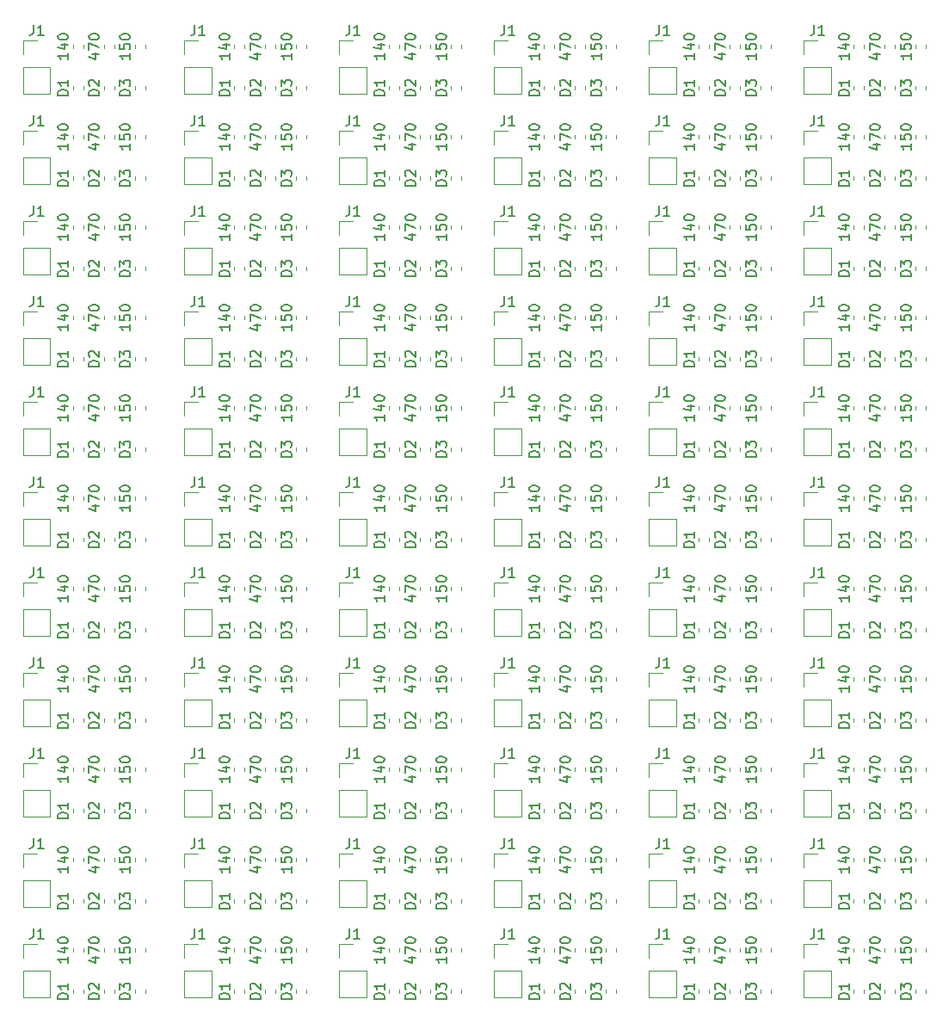
<source format=gbr>
G04 #@! TF.GenerationSoftware,KiCad,Pcbnew,(5.1.5-rc2)*
G04 #@! TF.CreationDate,2020-01-23T18:41:27+08:00*
G04 #@! TF.ProjectId,Untitled,556e7469-746c-4656-942e-6b696361645f,rev?*
G04 #@! TF.SameCoordinates,Original*
G04 #@! TF.FileFunction,Legend,Top*
G04 #@! TF.FilePolarity,Positive*
%FSLAX46Y46*%
G04 Gerber Fmt 4.6, Leading zero omitted, Abs format (unit mm)*
G04 Created by KiCad (PCBNEW (5.1.5-rc2)) date 2020-01-23 18:41:27*
%MOMM*%
%LPD*%
G04 APERTURE LIST*
%ADD10C,0.120000*%
%ADD11C,0.150000*%
G04 APERTURE END LIST*
D10*
X183709000Y-57344000D02*
X185039000Y-57344000D01*
X183709000Y-58674000D02*
X183709000Y-57344000D01*
X183709000Y-59944000D02*
X186369000Y-59944000D01*
X186369000Y-59944000D02*
X186369000Y-62544000D01*
X183709000Y-59944000D02*
X183709000Y-62544000D01*
X183709000Y-62544000D02*
X186369000Y-62544000D01*
X195709000Y-57740733D02*
X195709000Y-58083267D01*
X194689000Y-57740733D02*
X194689000Y-58083267D01*
X195709000Y-151047267D02*
X195709000Y-150704733D01*
X194689000Y-151047267D02*
X194689000Y-150704733D01*
X188593000Y-137750733D02*
X188593000Y-138093267D01*
X189613000Y-137750733D02*
X189613000Y-138093267D01*
X195709000Y-142157267D02*
X195709000Y-141814733D01*
X194689000Y-142157267D02*
X194689000Y-141814733D01*
X194689000Y-137750733D02*
X194689000Y-138093267D01*
X195709000Y-137750733D02*
X195709000Y-138093267D01*
X191641000Y-151047267D02*
X191641000Y-150704733D01*
X192661000Y-151047267D02*
X192661000Y-150704733D01*
X189613000Y-62147267D02*
X189613000Y-61804733D01*
X188593000Y-62147267D02*
X188593000Y-61804733D01*
X191641000Y-142157267D02*
X191641000Y-141814733D01*
X192661000Y-142157267D02*
X192661000Y-141814733D01*
X183709000Y-142554000D02*
X186369000Y-142554000D01*
X183709000Y-139954000D02*
X183709000Y-142554000D01*
X186369000Y-139954000D02*
X186369000Y-142554000D01*
X183709000Y-139954000D02*
X186369000Y-139954000D01*
X183709000Y-138684000D02*
X183709000Y-137354000D01*
X183709000Y-137354000D02*
X185039000Y-137354000D01*
X188593000Y-146640733D02*
X188593000Y-146983267D01*
X189613000Y-146640733D02*
X189613000Y-146983267D01*
X192661000Y-146640733D02*
X192661000Y-146983267D01*
X191641000Y-146640733D02*
X191641000Y-146983267D01*
X183709000Y-151444000D02*
X186369000Y-151444000D01*
X183709000Y-148844000D02*
X183709000Y-151444000D01*
X186369000Y-148844000D02*
X186369000Y-151444000D01*
X183709000Y-148844000D02*
X186369000Y-148844000D01*
X183709000Y-147574000D02*
X183709000Y-146244000D01*
X183709000Y-146244000D02*
X185039000Y-146244000D01*
X188593000Y-142157267D02*
X188593000Y-141814733D01*
X189613000Y-142157267D02*
X189613000Y-141814733D01*
X192661000Y-137750733D02*
X192661000Y-138093267D01*
X191641000Y-137750733D02*
X191641000Y-138093267D01*
X194689000Y-146640733D02*
X194689000Y-146983267D01*
X195709000Y-146640733D02*
X195709000Y-146983267D01*
X188593000Y-151047267D02*
X188593000Y-150704733D01*
X189613000Y-151047267D02*
X189613000Y-150704733D01*
X188593000Y-71037267D02*
X188593000Y-70694733D01*
X189613000Y-71037267D02*
X189613000Y-70694733D01*
X183709000Y-71434000D02*
X186369000Y-71434000D01*
X183709000Y-68834000D02*
X183709000Y-71434000D01*
X186369000Y-68834000D02*
X186369000Y-71434000D01*
X183709000Y-68834000D02*
X186369000Y-68834000D01*
X183709000Y-67564000D02*
X183709000Y-66234000D01*
X183709000Y-66234000D02*
X185039000Y-66234000D01*
X194689000Y-66630733D02*
X194689000Y-66973267D01*
X195709000Y-66630733D02*
X195709000Y-66973267D01*
X192661000Y-66630733D02*
X192661000Y-66973267D01*
X191641000Y-66630733D02*
X191641000Y-66973267D01*
X188593000Y-66630733D02*
X188593000Y-66973267D01*
X189613000Y-66630733D02*
X189613000Y-66973267D01*
X195709000Y-71037267D02*
X195709000Y-70694733D01*
X194689000Y-71037267D02*
X194689000Y-70694733D01*
X191641000Y-71037267D02*
X191641000Y-70694733D01*
X192661000Y-71037267D02*
X192661000Y-70694733D01*
X183709000Y-89214000D02*
X186369000Y-89214000D01*
X183709000Y-86614000D02*
X183709000Y-89214000D01*
X186369000Y-86614000D02*
X186369000Y-89214000D01*
X183709000Y-86614000D02*
X186369000Y-86614000D01*
X183709000Y-85344000D02*
X183709000Y-84014000D01*
X183709000Y-84014000D02*
X185039000Y-84014000D01*
X194689000Y-84410733D02*
X194689000Y-84753267D01*
X195709000Y-84410733D02*
X195709000Y-84753267D01*
X188593000Y-88817267D02*
X188593000Y-88474733D01*
X189613000Y-88817267D02*
X189613000Y-88474733D01*
X189613000Y-97707267D02*
X189613000Y-97364733D01*
X188593000Y-97707267D02*
X188593000Y-97364733D01*
X183709000Y-92904000D02*
X185039000Y-92904000D01*
X183709000Y-94234000D02*
X183709000Y-92904000D01*
X183709000Y-95504000D02*
X186369000Y-95504000D01*
X186369000Y-95504000D02*
X186369000Y-98104000D01*
X183709000Y-95504000D02*
X183709000Y-98104000D01*
X183709000Y-98104000D02*
X186369000Y-98104000D01*
X195709000Y-93300733D02*
X195709000Y-93643267D01*
X194689000Y-93300733D02*
X194689000Y-93643267D01*
X191641000Y-93300733D02*
X191641000Y-93643267D01*
X192661000Y-93300733D02*
X192661000Y-93643267D01*
X189613000Y-93300733D02*
X189613000Y-93643267D01*
X188593000Y-93300733D02*
X188593000Y-93643267D01*
X194689000Y-97707267D02*
X194689000Y-97364733D01*
X195709000Y-97707267D02*
X195709000Y-97364733D01*
X192661000Y-97707267D02*
X192661000Y-97364733D01*
X191641000Y-97707267D02*
X191641000Y-97364733D01*
X189613000Y-102190733D02*
X189613000Y-102533267D01*
X188593000Y-102190733D02*
X188593000Y-102533267D01*
X192661000Y-84410733D02*
X192661000Y-84753267D01*
X191641000Y-84410733D02*
X191641000Y-84753267D01*
X188593000Y-84410733D02*
X188593000Y-84753267D01*
X189613000Y-84410733D02*
X189613000Y-84753267D01*
X194689000Y-106597267D02*
X194689000Y-106254733D01*
X195709000Y-106597267D02*
X195709000Y-106254733D01*
X195709000Y-88817267D02*
X195709000Y-88474733D01*
X194689000Y-88817267D02*
X194689000Y-88474733D01*
X191641000Y-88817267D02*
X191641000Y-88474733D01*
X192661000Y-88817267D02*
X192661000Y-88474733D01*
X188593000Y-75520733D02*
X188593000Y-75863267D01*
X189613000Y-75520733D02*
X189613000Y-75863267D01*
X191641000Y-57740733D02*
X191641000Y-58083267D01*
X192661000Y-57740733D02*
X192661000Y-58083267D01*
X189613000Y-57740733D02*
X189613000Y-58083267D01*
X188593000Y-57740733D02*
X188593000Y-58083267D01*
X195709000Y-79927267D02*
X195709000Y-79584733D01*
X194689000Y-79927267D02*
X194689000Y-79584733D01*
X194689000Y-62147267D02*
X194689000Y-61804733D01*
X195709000Y-62147267D02*
X195709000Y-61804733D01*
X192661000Y-62147267D02*
X192661000Y-61804733D01*
X191641000Y-62147267D02*
X191641000Y-61804733D01*
X195709000Y-102190733D02*
X195709000Y-102533267D01*
X194689000Y-102190733D02*
X194689000Y-102533267D01*
X191641000Y-102190733D02*
X191641000Y-102533267D01*
X192661000Y-102190733D02*
X192661000Y-102533267D01*
X194689000Y-75520733D02*
X194689000Y-75863267D01*
X195709000Y-75520733D02*
X195709000Y-75863267D01*
X189613000Y-106597267D02*
X189613000Y-106254733D01*
X188593000Y-106597267D02*
X188593000Y-106254733D01*
X192661000Y-75520733D02*
X192661000Y-75863267D01*
X191641000Y-75520733D02*
X191641000Y-75863267D01*
X183709000Y-80324000D02*
X186369000Y-80324000D01*
X183709000Y-77724000D02*
X183709000Y-80324000D01*
X186369000Y-77724000D02*
X186369000Y-80324000D01*
X183709000Y-77724000D02*
X186369000Y-77724000D01*
X183709000Y-76454000D02*
X183709000Y-75124000D01*
X183709000Y-75124000D02*
X185039000Y-75124000D01*
X192661000Y-106597267D02*
X192661000Y-106254733D01*
X191641000Y-106597267D02*
X191641000Y-106254733D01*
X188593000Y-79927267D02*
X188593000Y-79584733D01*
X189613000Y-79927267D02*
X189613000Y-79584733D01*
X183709000Y-101794000D02*
X185039000Y-101794000D01*
X183709000Y-103124000D02*
X183709000Y-101794000D01*
X183709000Y-104394000D02*
X186369000Y-104394000D01*
X186369000Y-104394000D02*
X186369000Y-106994000D01*
X183709000Y-104394000D02*
X183709000Y-106994000D01*
X183709000Y-106994000D02*
X186369000Y-106994000D01*
X183709000Y-115884000D02*
X186369000Y-115884000D01*
X183709000Y-113284000D02*
X183709000Y-115884000D01*
X186369000Y-113284000D02*
X186369000Y-115884000D01*
X183709000Y-113284000D02*
X186369000Y-113284000D01*
X183709000Y-112014000D02*
X183709000Y-110684000D01*
X183709000Y-110684000D02*
X185039000Y-110684000D01*
X194689000Y-111080733D02*
X194689000Y-111423267D01*
X195709000Y-111080733D02*
X195709000Y-111423267D01*
X188593000Y-115487267D02*
X188593000Y-115144733D01*
X189613000Y-115487267D02*
X189613000Y-115144733D01*
X189613000Y-124377267D02*
X189613000Y-124034733D01*
X188593000Y-124377267D02*
X188593000Y-124034733D01*
X183709000Y-119574000D02*
X185039000Y-119574000D01*
X183709000Y-120904000D02*
X183709000Y-119574000D01*
X183709000Y-122174000D02*
X186369000Y-122174000D01*
X186369000Y-122174000D02*
X186369000Y-124774000D01*
X183709000Y-122174000D02*
X183709000Y-124774000D01*
X183709000Y-124774000D02*
X186369000Y-124774000D01*
X195709000Y-119970733D02*
X195709000Y-120313267D01*
X194689000Y-119970733D02*
X194689000Y-120313267D01*
X191641000Y-119970733D02*
X191641000Y-120313267D01*
X192661000Y-119970733D02*
X192661000Y-120313267D01*
X189613000Y-119970733D02*
X189613000Y-120313267D01*
X188593000Y-119970733D02*
X188593000Y-120313267D01*
X194689000Y-124377267D02*
X194689000Y-124034733D01*
X195709000Y-124377267D02*
X195709000Y-124034733D01*
X192661000Y-124377267D02*
X192661000Y-124034733D01*
X191641000Y-124377267D02*
X191641000Y-124034733D01*
X189613000Y-128860733D02*
X189613000Y-129203267D01*
X188593000Y-128860733D02*
X188593000Y-129203267D01*
X192661000Y-111080733D02*
X192661000Y-111423267D01*
X191641000Y-111080733D02*
X191641000Y-111423267D01*
X188593000Y-111080733D02*
X188593000Y-111423267D01*
X189613000Y-111080733D02*
X189613000Y-111423267D01*
X194689000Y-133267267D02*
X194689000Y-132924733D01*
X195709000Y-133267267D02*
X195709000Y-132924733D01*
X195709000Y-115487267D02*
X195709000Y-115144733D01*
X194689000Y-115487267D02*
X194689000Y-115144733D01*
X191641000Y-115487267D02*
X191641000Y-115144733D01*
X192661000Y-115487267D02*
X192661000Y-115144733D01*
X195709000Y-128860733D02*
X195709000Y-129203267D01*
X194689000Y-128860733D02*
X194689000Y-129203267D01*
X191641000Y-128860733D02*
X191641000Y-129203267D01*
X192661000Y-128860733D02*
X192661000Y-129203267D01*
X183709000Y-128464000D02*
X185039000Y-128464000D01*
X183709000Y-129794000D02*
X183709000Y-128464000D01*
X183709000Y-131064000D02*
X186369000Y-131064000D01*
X186369000Y-131064000D02*
X186369000Y-133664000D01*
X183709000Y-131064000D02*
X183709000Y-133664000D01*
X183709000Y-133664000D02*
X186369000Y-133664000D01*
X189613000Y-133267267D02*
X189613000Y-132924733D01*
X188593000Y-133267267D02*
X188593000Y-132924733D01*
X192661000Y-133267267D02*
X192661000Y-132924733D01*
X191641000Y-133267267D02*
X191641000Y-132924733D01*
X191641000Y-79927267D02*
X191641000Y-79584733D01*
X192661000Y-79927267D02*
X192661000Y-79584733D01*
X168469000Y-57344000D02*
X169799000Y-57344000D01*
X168469000Y-58674000D02*
X168469000Y-57344000D01*
X168469000Y-59944000D02*
X171129000Y-59944000D01*
X171129000Y-59944000D02*
X171129000Y-62544000D01*
X168469000Y-59944000D02*
X168469000Y-62544000D01*
X168469000Y-62544000D02*
X171129000Y-62544000D01*
X180469000Y-57740733D02*
X180469000Y-58083267D01*
X179449000Y-57740733D02*
X179449000Y-58083267D01*
X180469000Y-151047267D02*
X180469000Y-150704733D01*
X179449000Y-151047267D02*
X179449000Y-150704733D01*
X173353000Y-137750733D02*
X173353000Y-138093267D01*
X174373000Y-137750733D02*
X174373000Y-138093267D01*
X180469000Y-142157267D02*
X180469000Y-141814733D01*
X179449000Y-142157267D02*
X179449000Y-141814733D01*
X179449000Y-137750733D02*
X179449000Y-138093267D01*
X180469000Y-137750733D02*
X180469000Y-138093267D01*
X176401000Y-151047267D02*
X176401000Y-150704733D01*
X177421000Y-151047267D02*
X177421000Y-150704733D01*
X174373000Y-62147267D02*
X174373000Y-61804733D01*
X173353000Y-62147267D02*
X173353000Y-61804733D01*
X176401000Y-142157267D02*
X176401000Y-141814733D01*
X177421000Y-142157267D02*
X177421000Y-141814733D01*
X168469000Y-142554000D02*
X171129000Y-142554000D01*
X168469000Y-139954000D02*
X168469000Y-142554000D01*
X171129000Y-139954000D02*
X171129000Y-142554000D01*
X168469000Y-139954000D02*
X171129000Y-139954000D01*
X168469000Y-138684000D02*
X168469000Y-137354000D01*
X168469000Y-137354000D02*
X169799000Y-137354000D01*
X173353000Y-146640733D02*
X173353000Y-146983267D01*
X174373000Y-146640733D02*
X174373000Y-146983267D01*
X177421000Y-146640733D02*
X177421000Y-146983267D01*
X176401000Y-146640733D02*
X176401000Y-146983267D01*
X168469000Y-151444000D02*
X171129000Y-151444000D01*
X168469000Y-148844000D02*
X168469000Y-151444000D01*
X171129000Y-148844000D02*
X171129000Y-151444000D01*
X168469000Y-148844000D02*
X171129000Y-148844000D01*
X168469000Y-147574000D02*
X168469000Y-146244000D01*
X168469000Y-146244000D02*
X169799000Y-146244000D01*
X173353000Y-142157267D02*
X173353000Y-141814733D01*
X174373000Y-142157267D02*
X174373000Y-141814733D01*
X177421000Y-137750733D02*
X177421000Y-138093267D01*
X176401000Y-137750733D02*
X176401000Y-138093267D01*
X179449000Y-146640733D02*
X179449000Y-146983267D01*
X180469000Y-146640733D02*
X180469000Y-146983267D01*
X173353000Y-151047267D02*
X173353000Y-150704733D01*
X174373000Y-151047267D02*
X174373000Y-150704733D01*
X173353000Y-71037267D02*
X173353000Y-70694733D01*
X174373000Y-71037267D02*
X174373000Y-70694733D01*
X168469000Y-71434000D02*
X171129000Y-71434000D01*
X168469000Y-68834000D02*
X168469000Y-71434000D01*
X171129000Y-68834000D02*
X171129000Y-71434000D01*
X168469000Y-68834000D02*
X171129000Y-68834000D01*
X168469000Y-67564000D02*
X168469000Y-66234000D01*
X168469000Y-66234000D02*
X169799000Y-66234000D01*
X179449000Y-66630733D02*
X179449000Y-66973267D01*
X180469000Y-66630733D02*
X180469000Y-66973267D01*
X177421000Y-66630733D02*
X177421000Y-66973267D01*
X176401000Y-66630733D02*
X176401000Y-66973267D01*
X173353000Y-66630733D02*
X173353000Y-66973267D01*
X174373000Y-66630733D02*
X174373000Y-66973267D01*
X180469000Y-71037267D02*
X180469000Y-70694733D01*
X179449000Y-71037267D02*
X179449000Y-70694733D01*
X176401000Y-71037267D02*
X176401000Y-70694733D01*
X177421000Y-71037267D02*
X177421000Y-70694733D01*
X168469000Y-89214000D02*
X171129000Y-89214000D01*
X168469000Y-86614000D02*
X168469000Y-89214000D01*
X171129000Y-86614000D02*
X171129000Y-89214000D01*
X168469000Y-86614000D02*
X171129000Y-86614000D01*
X168469000Y-85344000D02*
X168469000Y-84014000D01*
X168469000Y-84014000D02*
X169799000Y-84014000D01*
X179449000Y-84410733D02*
X179449000Y-84753267D01*
X180469000Y-84410733D02*
X180469000Y-84753267D01*
X173353000Y-88817267D02*
X173353000Y-88474733D01*
X174373000Y-88817267D02*
X174373000Y-88474733D01*
X174373000Y-97707267D02*
X174373000Y-97364733D01*
X173353000Y-97707267D02*
X173353000Y-97364733D01*
X168469000Y-92904000D02*
X169799000Y-92904000D01*
X168469000Y-94234000D02*
X168469000Y-92904000D01*
X168469000Y-95504000D02*
X171129000Y-95504000D01*
X171129000Y-95504000D02*
X171129000Y-98104000D01*
X168469000Y-95504000D02*
X168469000Y-98104000D01*
X168469000Y-98104000D02*
X171129000Y-98104000D01*
X180469000Y-93300733D02*
X180469000Y-93643267D01*
X179449000Y-93300733D02*
X179449000Y-93643267D01*
X176401000Y-93300733D02*
X176401000Y-93643267D01*
X177421000Y-93300733D02*
X177421000Y-93643267D01*
X174373000Y-93300733D02*
X174373000Y-93643267D01*
X173353000Y-93300733D02*
X173353000Y-93643267D01*
X179449000Y-97707267D02*
X179449000Y-97364733D01*
X180469000Y-97707267D02*
X180469000Y-97364733D01*
X177421000Y-97707267D02*
X177421000Y-97364733D01*
X176401000Y-97707267D02*
X176401000Y-97364733D01*
X174373000Y-102190733D02*
X174373000Y-102533267D01*
X173353000Y-102190733D02*
X173353000Y-102533267D01*
X177421000Y-84410733D02*
X177421000Y-84753267D01*
X176401000Y-84410733D02*
X176401000Y-84753267D01*
X173353000Y-84410733D02*
X173353000Y-84753267D01*
X174373000Y-84410733D02*
X174373000Y-84753267D01*
X179449000Y-106597267D02*
X179449000Y-106254733D01*
X180469000Y-106597267D02*
X180469000Y-106254733D01*
X180469000Y-88817267D02*
X180469000Y-88474733D01*
X179449000Y-88817267D02*
X179449000Y-88474733D01*
X176401000Y-88817267D02*
X176401000Y-88474733D01*
X177421000Y-88817267D02*
X177421000Y-88474733D01*
X173353000Y-75520733D02*
X173353000Y-75863267D01*
X174373000Y-75520733D02*
X174373000Y-75863267D01*
X176401000Y-57740733D02*
X176401000Y-58083267D01*
X177421000Y-57740733D02*
X177421000Y-58083267D01*
X174373000Y-57740733D02*
X174373000Y-58083267D01*
X173353000Y-57740733D02*
X173353000Y-58083267D01*
X180469000Y-79927267D02*
X180469000Y-79584733D01*
X179449000Y-79927267D02*
X179449000Y-79584733D01*
X179449000Y-62147267D02*
X179449000Y-61804733D01*
X180469000Y-62147267D02*
X180469000Y-61804733D01*
X177421000Y-62147267D02*
X177421000Y-61804733D01*
X176401000Y-62147267D02*
X176401000Y-61804733D01*
X180469000Y-102190733D02*
X180469000Y-102533267D01*
X179449000Y-102190733D02*
X179449000Y-102533267D01*
X176401000Y-102190733D02*
X176401000Y-102533267D01*
X177421000Y-102190733D02*
X177421000Y-102533267D01*
X179449000Y-75520733D02*
X179449000Y-75863267D01*
X180469000Y-75520733D02*
X180469000Y-75863267D01*
X174373000Y-106597267D02*
X174373000Y-106254733D01*
X173353000Y-106597267D02*
X173353000Y-106254733D01*
X177421000Y-75520733D02*
X177421000Y-75863267D01*
X176401000Y-75520733D02*
X176401000Y-75863267D01*
X168469000Y-80324000D02*
X171129000Y-80324000D01*
X168469000Y-77724000D02*
X168469000Y-80324000D01*
X171129000Y-77724000D02*
X171129000Y-80324000D01*
X168469000Y-77724000D02*
X171129000Y-77724000D01*
X168469000Y-76454000D02*
X168469000Y-75124000D01*
X168469000Y-75124000D02*
X169799000Y-75124000D01*
X177421000Y-106597267D02*
X177421000Y-106254733D01*
X176401000Y-106597267D02*
X176401000Y-106254733D01*
X173353000Y-79927267D02*
X173353000Y-79584733D01*
X174373000Y-79927267D02*
X174373000Y-79584733D01*
X168469000Y-101794000D02*
X169799000Y-101794000D01*
X168469000Y-103124000D02*
X168469000Y-101794000D01*
X168469000Y-104394000D02*
X171129000Y-104394000D01*
X171129000Y-104394000D02*
X171129000Y-106994000D01*
X168469000Y-104394000D02*
X168469000Y-106994000D01*
X168469000Y-106994000D02*
X171129000Y-106994000D01*
X168469000Y-115884000D02*
X171129000Y-115884000D01*
X168469000Y-113284000D02*
X168469000Y-115884000D01*
X171129000Y-113284000D02*
X171129000Y-115884000D01*
X168469000Y-113284000D02*
X171129000Y-113284000D01*
X168469000Y-112014000D02*
X168469000Y-110684000D01*
X168469000Y-110684000D02*
X169799000Y-110684000D01*
X179449000Y-111080733D02*
X179449000Y-111423267D01*
X180469000Y-111080733D02*
X180469000Y-111423267D01*
X173353000Y-115487267D02*
X173353000Y-115144733D01*
X174373000Y-115487267D02*
X174373000Y-115144733D01*
X174373000Y-124377267D02*
X174373000Y-124034733D01*
X173353000Y-124377267D02*
X173353000Y-124034733D01*
X168469000Y-119574000D02*
X169799000Y-119574000D01*
X168469000Y-120904000D02*
X168469000Y-119574000D01*
X168469000Y-122174000D02*
X171129000Y-122174000D01*
X171129000Y-122174000D02*
X171129000Y-124774000D01*
X168469000Y-122174000D02*
X168469000Y-124774000D01*
X168469000Y-124774000D02*
X171129000Y-124774000D01*
X180469000Y-119970733D02*
X180469000Y-120313267D01*
X179449000Y-119970733D02*
X179449000Y-120313267D01*
X176401000Y-119970733D02*
X176401000Y-120313267D01*
X177421000Y-119970733D02*
X177421000Y-120313267D01*
X174373000Y-119970733D02*
X174373000Y-120313267D01*
X173353000Y-119970733D02*
X173353000Y-120313267D01*
X179449000Y-124377267D02*
X179449000Y-124034733D01*
X180469000Y-124377267D02*
X180469000Y-124034733D01*
X177421000Y-124377267D02*
X177421000Y-124034733D01*
X176401000Y-124377267D02*
X176401000Y-124034733D01*
X174373000Y-128860733D02*
X174373000Y-129203267D01*
X173353000Y-128860733D02*
X173353000Y-129203267D01*
X177421000Y-111080733D02*
X177421000Y-111423267D01*
X176401000Y-111080733D02*
X176401000Y-111423267D01*
X173353000Y-111080733D02*
X173353000Y-111423267D01*
X174373000Y-111080733D02*
X174373000Y-111423267D01*
X179449000Y-133267267D02*
X179449000Y-132924733D01*
X180469000Y-133267267D02*
X180469000Y-132924733D01*
X180469000Y-115487267D02*
X180469000Y-115144733D01*
X179449000Y-115487267D02*
X179449000Y-115144733D01*
X176401000Y-115487267D02*
X176401000Y-115144733D01*
X177421000Y-115487267D02*
X177421000Y-115144733D01*
X180469000Y-128860733D02*
X180469000Y-129203267D01*
X179449000Y-128860733D02*
X179449000Y-129203267D01*
X176401000Y-128860733D02*
X176401000Y-129203267D01*
X177421000Y-128860733D02*
X177421000Y-129203267D01*
X168469000Y-128464000D02*
X169799000Y-128464000D01*
X168469000Y-129794000D02*
X168469000Y-128464000D01*
X168469000Y-131064000D02*
X171129000Y-131064000D01*
X171129000Y-131064000D02*
X171129000Y-133664000D01*
X168469000Y-131064000D02*
X168469000Y-133664000D01*
X168469000Y-133664000D02*
X171129000Y-133664000D01*
X174373000Y-133267267D02*
X174373000Y-132924733D01*
X173353000Y-133267267D02*
X173353000Y-132924733D01*
X177421000Y-133267267D02*
X177421000Y-132924733D01*
X176401000Y-133267267D02*
X176401000Y-132924733D01*
X176401000Y-79927267D02*
X176401000Y-79584733D01*
X177421000Y-79927267D02*
X177421000Y-79584733D01*
X153229000Y-57344000D02*
X154559000Y-57344000D01*
X153229000Y-58674000D02*
X153229000Y-57344000D01*
X153229000Y-59944000D02*
X155889000Y-59944000D01*
X155889000Y-59944000D02*
X155889000Y-62544000D01*
X153229000Y-59944000D02*
X153229000Y-62544000D01*
X153229000Y-62544000D02*
X155889000Y-62544000D01*
X165229000Y-57740733D02*
X165229000Y-58083267D01*
X164209000Y-57740733D02*
X164209000Y-58083267D01*
X165229000Y-151047267D02*
X165229000Y-150704733D01*
X164209000Y-151047267D02*
X164209000Y-150704733D01*
X158113000Y-137750733D02*
X158113000Y-138093267D01*
X159133000Y-137750733D02*
X159133000Y-138093267D01*
X165229000Y-142157267D02*
X165229000Y-141814733D01*
X164209000Y-142157267D02*
X164209000Y-141814733D01*
X164209000Y-137750733D02*
X164209000Y-138093267D01*
X165229000Y-137750733D02*
X165229000Y-138093267D01*
X161161000Y-151047267D02*
X161161000Y-150704733D01*
X162181000Y-151047267D02*
X162181000Y-150704733D01*
X159133000Y-62147267D02*
X159133000Y-61804733D01*
X158113000Y-62147267D02*
X158113000Y-61804733D01*
X161161000Y-142157267D02*
X161161000Y-141814733D01*
X162181000Y-142157267D02*
X162181000Y-141814733D01*
X153229000Y-142554000D02*
X155889000Y-142554000D01*
X153229000Y-139954000D02*
X153229000Y-142554000D01*
X155889000Y-139954000D02*
X155889000Y-142554000D01*
X153229000Y-139954000D02*
X155889000Y-139954000D01*
X153229000Y-138684000D02*
X153229000Y-137354000D01*
X153229000Y-137354000D02*
X154559000Y-137354000D01*
X158113000Y-146640733D02*
X158113000Y-146983267D01*
X159133000Y-146640733D02*
X159133000Y-146983267D01*
X162181000Y-146640733D02*
X162181000Y-146983267D01*
X161161000Y-146640733D02*
X161161000Y-146983267D01*
X153229000Y-151444000D02*
X155889000Y-151444000D01*
X153229000Y-148844000D02*
X153229000Y-151444000D01*
X155889000Y-148844000D02*
X155889000Y-151444000D01*
X153229000Y-148844000D02*
X155889000Y-148844000D01*
X153229000Y-147574000D02*
X153229000Y-146244000D01*
X153229000Y-146244000D02*
X154559000Y-146244000D01*
X158113000Y-142157267D02*
X158113000Y-141814733D01*
X159133000Y-142157267D02*
X159133000Y-141814733D01*
X162181000Y-137750733D02*
X162181000Y-138093267D01*
X161161000Y-137750733D02*
X161161000Y-138093267D01*
X164209000Y-146640733D02*
X164209000Y-146983267D01*
X165229000Y-146640733D02*
X165229000Y-146983267D01*
X158113000Y-151047267D02*
X158113000Y-150704733D01*
X159133000Y-151047267D02*
X159133000Y-150704733D01*
X158113000Y-71037267D02*
X158113000Y-70694733D01*
X159133000Y-71037267D02*
X159133000Y-70694733D01*
X153229000Y-71434000D02*
X155889000Y-71434000D01*
X153229000Y-68834000D02*
X153229000Y-71434000D01*
X155889000Y-68834000D02*
X155889000Y-71434000D01*
X153229000Y-68834000D02*
X155889000Y-68834000D01*
X153229000Y-67564000D02*
X153229000Y-66234000D01*
X153229000Y-66234000D02*
X154559000Y-66234000D01*
X164209000Y-66630733D02*
X164209000Y-66973267D01*
X165229000Y-66630733D02*
X165229000Y-66973267D01*
X162181000Y-66630733D02*
X162181000Y-66973267D01*
X161161000Y-66630733D02*
X161161000Y-66973267D01*
X158113000Y-66630733D02*
X158113000Y-66973267D01*
X159133000Y-66630733D02*
X159133000Y-66973267D01*
X165229000Y-71037267D02*
X165229000Y-70694733D01*
X164209000Y-71037267D02*
X164209000Y-70694733D01*
X161161000Y-71037267D02*
X161161000Y-70694733D01*
X162181000Y-71037267D02*
X162181000Y-70694733D01*
X153229000Y-89214000D02*
X155889000Y-89214000D01*
X153229000Y-86614000D02*
X153229000Y-89214000D01*
X155889000Y-86614000D02*
X155889000Y-89214000D01*
X153229000Y-86614000D02*
X155889000Y-86614000D01*
X153229000Y-85344000D02*
X153229000Y-84014000D01*
X153229000Y-84014000D02*
X154559000Y-84014000D01*
X164209000Y-84410733D02*
X164209000Y-84753267D01*
X165229000Y-84410733D02*
X165229000Y-84753267D01*
X158113000Y-88817267D02*
X158113000Y-88474733D01*
X159133000Y-88817267D02*
X159133000Y-88474733D01*
X159133000Y-97707267D02*
X159133000Y-97364733D01*
X158113000Y-97707267D02*
X158113000Y-97364733D01*
X153229000Y-92904000D02*
X154559000Y-92904000D01*
X153229000Y-94234000D02*
X153229000Y-92904000D01*
X153229000Y-95504000D02*
X155889000Y-95504000D01*
X155889000Y-95504000D02*
X155889000Y-98104000D01*
X153229000Y-95504000D02*
X153229000Y-98104000D01*
X153229000Y-98104000D02*
X155889000Y-98104000D01*
X165229000Y-93300733D02*
X165229000Y-93643267D01*
X164209000Y-93300733D02*
X164209000Y-93643267D01*
X161161000Y-93300733D02*
X161161000Y-93643267D01*
X162181000Y-93300733D02*
X162181000Y-93643267D01*
X159133000Y-93300733D02*
X159133000Y-93643267D01*
X158113000Y-93300733D02*
X158113000Y-93643267D01*
X164209000Y-97707267D02*
X164209000Y-97364733D01*
X165229000Y-97707267D02*
X165229000Y-97364733D01*
X162181000Y-97707267D02*
X162181000Y-97364733D01*
X161161000Y-97707267D02*
X161161000Y-97364733D01*
X159133000Y-102190733D02*
X159133000Y-102533267D01*
X158113000Y-102190733D02*
X158113000Y-102533267D01*
X162181000Y-84410733D02*
X162181000Y-84753267D01*
X161161000Y-84410733D02*
X161161000Y-84753267D01*
X158113000Y-84410733D02*
X158113000Y-84753267D01*
X159133000Y-84410733D02*
X159133000Y-84753267D01*
X164209000Y-106597267D02*
X164209000Y-106254733D01*
X165229000Y-106597267D02*
X165229000Y-106254733D01*
X165229000Y-88817267D02*
X165229000Y-88474733D01*
X164209000Y-88817267D02*
X164209000Y-88474733D01*
X161161000Y-88817267D02*
X161161000Y-88474733D01*
X162181000Y-88817267D02*
X162181000Y-88474733D01*
X158113000Y-75520733D02*
X158113000Y-75863267D01*
X159133000Y-75520733D02*
X159133000Y-75863267D01*
X161161000Y-57740733D02*
X161161000Y-58083267D01*
X162181000Y-57740733D02*
X162181000Y-58083267D01*
X159133000Y-57740733D02*
X159133000Y-58083267D01*
X158113000Y-57740733D02*
X158113000Y-58083267D01*
X165229000Y-79927267D02*
X165229000Y-79584733D01*
X164209000Y-79927267D02*
X164209000Y-79584733D01*
X164209000Y-62147267D02*
X164209000Y-61804733D01*
X165229000Y-62147267D02*
X165229000Y-61804733D01*
X162181000Y-62147267D02*
X162181000Y-61804733D01*
X161161000Y-62147267D02*
X161161000Y-61804733D01*
X165229000Y-102190733D02*
X165229000Y-102533267D01*
X164209000Y-102190733D02*
X164209000Y-102533267D01*
X161161000Y-102190733D02*
X161161000Y-102533267D01*
X162181000Y-102190733D02*
X162181000Y-102533267D01*
X164209000Y-75520733D02*
X164209000Y-75863267D01*
X165229000Y-75520733D02*
X165229000Y-75863267D01*
X159133000Y-106597267D02*
X159133000Y-106254733D01*
X158113000Y-106597267D02*
X158113000Y-106254733D01*
X162181000Y-75520733D02*
X162181000Y-75863267D01*
X161161000Y-75520733D02*
X161161000Y-75863267D01*
X153229000Y-80324000D02*
X155889000Y-80324000D01*
X153229000Y-77724000D02*
X153229000Y-80324000D01*
X155889000Y-77724000D02*
X155889000Y-80324000D01*
X153229000Y-77724000D02*
X155889000Y-77724000D01*
X153229000Y-76454000D02*
X153229000Y-75124000D01*
X153229000Y-75124000D02*
X154559000Y-75124000D01*
X162181000Y-106597267D02*
X162181000Y-106254733D01*
X161161000Y-106597267D02*
X161161000Y-106254733D01*
X158113000Y-79927267D02*
X158113000Y-79584733D01*
X159133000Y-79927267D02*
X159133000Y-79584733D01*
X153229000Y-101794000D02*
X154559000Y-101794000D01*
X153229000Y-103124000D02*
X153229000Y-101794000D01*
X153229000Y-104394000D02*
X155889000Y-104394000D01*
X155889000Y-104394000D02*
X155889000Y-106994000D01*
X153229000Y-104394000D02*
X153229000Y-106994000D01*
X153229000Y-106994000D02*
X155889000Y-106994000D01*
X153229000Y-115884000D02*
X155889000Y-115884000D01*
X153229000Y-113284000D02*
X153229000Y-115884000D01*
X155889000Y-113284000D02*
X155889000Y-115884000D01*
X153229000Y-113284000D02*
X155889000Y-113284000D01*
X153229000Y-112014000D02*
X153229000Y-110684000D01*
X153229000Y-110684000D02*
X154559000Y-110684000D01*
X164209000Y-111080733D02*
X164209000Y-111423267D01*
X165229000Y-111080733D02*
X165229000Y-111423267D01*
X158113000Y-115487267D02*
X158113000Y-115144733D01*
X159133000Y-115487267D02*
X159133000Y-115144733D01*
X159133000Y-124377267D02*
X159133000Y-124034733D01*
X158113000Y-124377267D02*
X158113000Y-124034733D01*
X153229000Y-119574000D02*
X154559000Y-119574000D01*
X153229000Y-120904000D02*
X153229000Y-119574000D01*
X153229000Y-122174000D02*
X155889000Y-122174000D01*
X155889000Y-122174000D02*
X155889000Y-124774000D01*
X153229000Y-122174000D02*
X153229000Y-124774000D01*
X153229000Y-124774000D02*
X155889000Y-124774000D01*
X165229000Y-119970733D02*
X165229000Y-120313267D01*
X164209000Y-119970733D02*
X164209000Y-120313267D01*
X161161000Y-119970733D02*
X161161000Y-120313267D01*
X162181000Y-119970733D02*
X162181000Y-120313267D01*
X159133000Y-119970733D02*
X159133000Y-120313267D01*
X158113000Y-119970733D02*
X158113000Y-120313267D01*
X164209000Y-124377267D02*
X164209000Y-124034733D01*
X165229000Y-124377267D02*
X165229000Y-124034733D01*
X162181000Y-124377267D02*
X162181000Y-124034733D01*
X161161000Y-124377267D02*
X161161000Y-124034733D01*
X159133000Y-128860733D02*
X159133000Y-129203267D01*
X158113000Y-128860733D02*
X158113000Y-129203267D01*
X162181000Y-111080733D02*
X162181000Y-111423267D01*
X161161000Y-111080733D02*
X161161000Y-111423267D01*
X158113000Y-111080733D02*
X158113000Y-111423267D01*
X159133000Y-111080733D02*
X159133000Y-111423267D01*
X164209000Y-133267267D02*
X164209000Y-132924733D01*
X165229000Y-133267267D02*
X165229000Y-132924733D01*
X165229000Y-115487267D02*
X165229000Y-115144733D01*
X164209000Y-115487267D02*
X164209000Y-115144733D01*
X161161000Y-115487267D02*
X161161000Y-115144733D01*
X162181000Y-115487267D02*
X162181000Y-115144733D01*
X165229000Y-128860733D02*
X165229000Y-129203267D01*
X164209000Y-128860733D02*
X164209000Y-129203267D01*
X161161000Y-128860733D02*
X161161000Y-129203267D01*
X162181000Y-128860733D02*
X162181000Y-129203267D01*
X153229000Y-128464000D02*
X154559000Y-128464000D01*
X153229000Y-129794000D02*
X153229000Y-128464000D01*
X153229000Y-131064000D02*
X155889000Y-131064000D01*
X155889000Y-131064000D02*
X155889000Y-133664000D01*
X153229000Y-131064000D02*
X153229000Y-133664000D01*
X153229000Y-133664000D02*
X155889000Y-133664000D01*
X159133000Y-133267267D02*
X159133000Y-132924733D01*
X158113000Y-133267267D02*
X158113000Y-132924733D01*
X162181000Y-133267267D02*
X162181000Y-132924733D01*
X161161000Y-133267267D02*
X161161000Y-132924733D01*
X161161000Y-79927267D02*
X161161000Y-79584733D01*
X162181000Y-79927267D02*
X162181000Y-79584733D01*
X137989000Y-57344000D02*
X139319000Y-57344000D01*
X137989000Y-58674000D02*
X137989000Y-57344000D01*
X137989000Y-59944000D02*
X140649000Y-59944000D01*
X140649000Y-59944000D02*
X140649000Y-62544000D01*
X137989000Y-59944000D02*
X137989000Y-62544000D01*
X137989000Y-62544000D02*
X140649000Y-62544000D01*
X149989000Y-57740733D02*
X149989000Y-58083267D01*
X148969000Y-57740733D02*
X148969000Y-58083267D01*
X149989000Y-151047267D02*
X149989000Y-150704733D01*
X148969000Y-151047267D02*
X148969000Y-150704733D01*
X142873000Y-137750733D02*
X142873000Y-138093267D01*
X143893000Y-137750733D02*
X143893000Y-138093267D01*
X149989000Y-142157267D02*
X149989000Y-141814733D01*
X148969000Y-142157267D02*
X148969000Y-141814733D01*
X148969000Y-137750733D02*
X148969000Y-138093267D01*
X149989000Y-137750733D02*
X149989000Y-138093267D01*
X145921000Y-151047267D02*
X145921000Y-150704733D01*
X146941000Y-151047267D02*
X146941000Y-150704733D01*
X143893000Y-62147267D02*
X143893000Y-61804733D01*
X142873000Y-62147267D02*
X142873000Y-61804733D01*
X145921000Y-142157267D02*
X145921000Y-141814733D01*
X146941000Y-142157267D02*
X146941000Y-141814733D01*
X137989000Y-142554000D02*
X140649000Y-142554000D01*
X137989000Y-139954000D02*
X137989000Y-142554000D01*
X140649000Y-139954000D02*
X140649000Y-142554000D01*
X137989000Y-139954000D02*
X140649000Y-139954000D01*
X137989000Y-138684000D02*
X137989000Y-137354000D01*
X137989000Y-137354000D02*
X139319000Y-137354000D01*
X142873000Y-146640733D02*
X142873000Y-146983267D01*
X143893000Y-146640733D02*
X143893000Y-146983267D01*
X146941000Y-146640733D02*
X146941000Y-146983267D01*
X145921000Y-146640733D02*
X145921000Y-146983267D01*
X137989000Y-151444000D02*
X140649000Y-151444000D01*
X137989000Y-148844000D02*
X137989000Y-151444000D01*
X140649000Y-148844000D02*
X140649000Y-151444000D01*
X137989000Y-148844000D02*
X140649000Y-148844000D01*
X137989000Y-147574000D02*
X137989000Y-146244000D01*
X137989000Y-146244000D02*
X139319000Y-146244000D01*
X142873000Y-142157267D02*
X142873000Y-141814733D01*
X143893000Y-142157267D02*
X143893000Y-141814733D01*
X146941000Y-137750733D02*
X146941000Y-138093267D01*
X145921000Y-137750733D02*
X145921000Y-138093267D01*
X148969000Y-146640733D02*
X148969000Y-146983267D01*
X149989000Y-146640733D02*
X149989000Y-146983267D01*
X142873000Y-151047267D02*
X142873000Y-150704733D01*
X143893000Y-151047267D02*
X143893000Y-150704733D01*
X142873000Y-71037267D02*
X142873000Y-70694733D01*
X143893000Y-71037267D02*
X143893000Y-70694733D01*
X137989000Y-71434000D02*
X140649000Y-71434000D01*
X137989000Y-68834000D02*
X137989000Y-71434000D01*
X140649000Y-68834000D02*
X140649000Y-71434000D01*
X137989000Y-68834000D02*
X140649000Y-68834000D01*
X137989000Y-67564000D02*
X137989000Y-66234000D01*
X137989000Y-66234000D02*
X139319000Y-66234000D01*
X148969000Y-66630733D02*
X148969000Y-66973267D01*
X149989000Y-66630733D02*
X149989000Y-66973267D01*
X146941000Y-66630733D02*
X146941000Y-66973267D01*
X145921000Y-66630733D02*
X145921000Y-66973267D01*
X142873000Y-66630733D02*
X142873000Y-66973267D01*
X143893000Y-66630733D02*
X143893000Y-66973267D01*
X149989000Y-71037267D02*
X149989000Y-70694733D01*
X148969000Y-71037267D02*
X148969000Y-70694733D01*
X145921000Y-71037267D02*
X145921000Y-70694733D01*
X146941000Y-71037267D02*
X146941000Y-70694733D01*
X137989000Y-89214000D02*
X140649000Y-89214000D01*
X137989000Y-86614000D02*
X137989000Y-89214000D01*
X140649000Y-86614000D02*
X140649000Y-89214000D01*
X137989000Y-86614000D02*
X140649000Y-86614000D01*
X137989000Y-85344000D02*
X137989000Y-84014000D01*
X137989000Y-84014000D02*
X139319000Y-84014000D01*
X148969000Y-84410733D02*
X148969000Y-84753267D01*
X149989000Y-84410733D02*
X149989000Y-84753267D01*
X142873000Y-88817267D02*
X142873000Y-88474733D01*
X143893000Y-88817267D02*
X143893000Y-88474733D01*
X143893000Y-97707267D02*
X143893000Y-97364733D01*
X142873000Y-97707267D02*
X142873000Y-97364733D01*
X137989000Y-92904000D02*
X139319000Y-92904000D01*
X137989000Y-94234000D02*
X137989000Y-92904000D01*
X137989000Y-95504000D02*
X140649000Y-95504000D01*
X140649000Y-95504000D02*
X140649000Y-98104000D01*
X137989000Y-95504000D02*
X137989000Y-98104000D01*
X137989000Y-98104000D02*
X140649000Y-98104000D01*
X149989000Y-93300733D02*
X149989000Y-93643267D01*
X148969000Y-93300733D02*
X148969000Y-93643267D01*
X145921000Y-93300733D02*
X145921000Y-93643267D01*
X146941000Y-93300733D02*
X146941000Y-93643267D01*
X143893000Y-93300733D02*
X143893000Y-93643267D01*
X142873000Y-93300733D02*
X142873000Y-93643267D01*
X148969000Y-97707267D02*
X148969000Y-97364733D01*
X149989000Y-97707267D02*
X149989000Y-97364733D01*
X146941000Y-97707267D02*
X146941000Y-97364733D01*
X145921000Y-97707267D02*
X145921000Y-97364733D01*
X143893000Y-102190733D02*
X143893000Y-102533267D01*
X142873000Y-102190733D02*
X142873000Y-102533267D01*
X146941000Y-84410733D02*
X146941000Y-84753267D01*
X145921000Y-84410733D02*
X145921000Y-84753267D01*
X142873000Y-84410733D02*
X142873000Y-84753267D01*
X143893000Y-84410733D02*
X143893000Y-84753267D01*
X148969000Y-106597267D02*
X148969000Y-106254733D01*
X149989000Y-106597267D02*
X149989000Y-106254733D01*
X149989000Y-88817267D02*
X149989000Y-88474733D01*
X148969000Y-88817267D02*
X148969000Y-88474733D01*
X145921000Y-88817267D02*
X145921000Y-88474733D01*
X146941000Y-88817267D02*
X146941000Y-88474733D01*
X142873000Y-75520733D02*
X142873000Y-75863267D01*
X143893000Y-75520733D02*
X143893000Y-75863267D01*
X145921000Y-57740733D02*
X145921000Y-58083267D01*
X146941000Y-57740733D02*
X146941000Y-58083267D01*
X143893000Y-57740733D02*
X143893000Y-58083267D01*
X142873000Y-57740733D02*
X142873000Y-58083267D01*
X149989000Y-79927267D02*
X149989000Y-79584733D01*
X148969000Y-79927267D02*
X148969000Y-79584733D01*
X148969000Y-62147267D02*
X148969000Y-61804733D01*
X149989000Y-62147267D02*
X149989000Y-61804733D01*
X146941000Y-62147267D02*
X146941000Y-61804733D01*
X145921000Y-62147267D02*
X145921000Y-61804733D01*
X149989000Y-102190733D02*
X149989000Y-102533267D01*
X148969000Y-102190733D02*
X148969000Y-102533267D01*
X145921000Y-102190733D02*
X145921000Y-102533267D01*
X146941000Y-102190733D02*
X146941000Y-102533267D01*
X148969000Y-75520733D02*
X148969000Y-75863267D01*
X149989000Y-75520733D02*
X149989000Y-75863267D01*
X143893000Y-106597267D02*
X143893000Y-106254733D01*
X142873000Y-106597267D02*
X142873000Y-106254733D01*
X146941000Y-75520733D02*
X146941000Y-75863267D01*
X145921000Y-75520733D02*
X145921000Y-75863267D01*
X137989000Y-80324000D02*
X140649000Y-80324000D01*
X137989000Y-77724000D02*
X137989000Y-80324000D01*
X140649000Y-77724000D02*
X140649000Y-80324000D01*
X137989000Y-77724000D02*
X140649000Y-77724000D01*
X137989000Y-76454000D02*
X137989000Y-75124000D01*
X137989000Y-75124000D02*
X139319000Y-75124000D01*
X146941000Y-106597267D02*
X146941000Y-106254733D01*
X145921000Y-106597267D02*
X145921000Y-106254733D01*
X142873000Y-79927267D02*
X142873000Y-79584733D01*
X143893000Y-79927267D02*
X143893000Y-79584733D01*
X137989000Y-101794000D02*
X139319000Y-101794000D01*
X137989000Y-103124000D02*
X137989000Y-101794000D01*
X137989000Y-104394000D02*
X140649000Y-104394000D01*
X140649000Y-104394000D02*
X140649000Y-106994000D01*
X137989000Y-104394000D02*
X137989000Y-106994000D01*
X137989000Y-106994000D02*
X140649000Y-106994000D01*
X137989000Y-115884000D02*
X140649000Y-115884000D01*
X137989000Y-113284000D02*
X137989000Y-115884000D01*
X140649000Y-113284000D02*
X140649000Y-115884000D01*
X137989000Y-113284000D02*
X140649000Y-113284000D01*
X137989000Y-112014000D02*
X137989000Y-110684000D01*
X137989000Y-110684000D02*
X139319000Y-110684000D01*
X148969000Y-111080733D02*
X148969000Y-111423267D01*
X149989000Y-111080733D02*
X149989000Y-111423267D01*
X142873000Y-115487267D02*
X142873000Y-115144733D01*
X143893000Y-115487267D02*
X143893000Y-115144733D01*
X143893000Y-124377267D02*
X143893000Y-124034733D01*
X142873000Y-124377267D02*
X142873000Y-124034733D01*
X137989000Y-119574000D02*
X139319000Y-119574000D01*
X137989000Y-120904000D02*
X137989000Y-119574000D01*
X137989000Y-122174000D02*
X140649000Y-122174000D01*
X140649000Y-122174000D02*
X140649000Y-124774000D01*
X137989000Y-122174000D02*
X137989000Y-124774000D01*
X137989000Y-124774000D02*
X140649000Y-124774000D01*
X149989000Y-119970733D02*
X149989000Y-120313267D01*
X148969000Y-119970733D02*
X148969000Y-120313267D01*
X145921000Y-119970733D02*
X145921000Y-120313267D01*
X146941000Y-119970733D02*
X146941000Y-120313267D01*
X143893000Y-119970733D02*
X143893000Y-120313267D01*
X142873000Y-119970733D02*
X142873000Y-120313267D01*
X148969000Y-124377267D02*
X148969000Y-124034733D01*
X149989000Y-124377267D02*
X149989000Y-124034733D01*
X146941000Y-124377267D02*
X146941000Y-124034733D01*
X145921000Y-124377267D02*
X145921000Y-124034733D01*
X143893000Y-128860733D02*
X143893000Y-129203267D01*
X142873000Y-128860733D02*
X142873000Y-129203267D01*
X146941000Y-111080733D02*
X146941000Y-111423267D01*
X145921000Y-111080733D02*
X145921000Y-111423267D01*
X142873000Y-111080733D02*
X142873000Y-111423267D01*
X143893000Y-111080733D02*
X143893000Y-111423267D01*
X148969000Y-133267267D02*
X148969000Y-132924733D01*
X149989000Y-133267267D02*
X149989000Y-132924733D01*
X149989000Y-115487267D02*
X149989000Y-115144733D01*
X148969000Y-115487267D02*
X148969000Y-115144733D01*
X145921000Y-115487267D02*
X145921000Y-115144733D01*
X146941000Y-115487267D02*
X146941000Y-115144733D01*
X149989000Y-128860733D02*
X149989000Y-129203267D01*
X148969000Y-128860733D02*
X148969000Y-129203267D01*
X145921000Y-128860733D02*
X145921000Y-129203267D01*
X146941000Y-128860733D02*
X146941000Y-129203267D01*
X137989000Y-128464000D02*
X139319000Y-128464000D01*
X137989000Y-129794000D02*
X137989000Y-128464000D01*
X137989000Y-131064000D02*
X140649000Y-131064000D01*
X140649000Y-131064000D02*
X140649000Y-133664000D01*
X137989000Y-131064000D02*
X137989000Y-133664000D01*
X137989000Y-133664000D02*
X140649000Y-133664000D01*
X143893000Y-133267267D02*
X143893000Y-132924733D01*
X142873000Y-133267267D02*
X142873000Y-132924733D01*
X146941000Y-133267267D02*
X146941000Y-132924733D01*
X145921000Y-133267267D02*
X145921000Y-132924733D01*
X145921000Y-79927267D02*
X145921000Y-79584733D01*
X146941000Y-79927267D02*
X146941000Y-79584733D01*
X122749000Y-57344000D02*
X124079000Y-57344000D01*
X122749000Y-58674000D02*
X122749000Y-57344000D01*
X122749000Y-59944000D02*
X125409000Y-59944000D01*
X125409000Y-59944000D02*
X125409000Y-62544000D01*
X122749000Y-59944000D02*
X122749000Y-62544000D01*
X122749000Y-62544000D02*
X125409000Y-62544000D01*
X134749000Y-57740733D02*
X134749000Y-58083267D01*
X133729000Y-57740733D02*
X133729000Y-58083267D01*
X134749000Y-151047267D02*
X134749000Y-150704733D01*
X133729000Y-151047267D02*
X133729000Y-150704733D01*
X127633000Y-137750733D02*
X127633000Y-138093267D01*
X128653000Y-137750733D02*
X128653000Y-138093267D01*
X134749000Y-142157267D02*
X134749000Y-141814733D01*
X133729000Y-142157267D02*
X133729000Y-141814733D01*
X133729000Y-137750733D02*
X133729000Y-138093267D01*
X134749000Y-137750733D02*
X134749000Y-138093267D01*
X130681000Y-151047267D02*
X130681000Y-150704733D01*
X131701000Y-151047267D02*
X131701000Y-150704733D01*
X128653000Y-62147267D02*
X128653000Y-61804733D01*
X127633000Y-62147267D02*
X127633000Y-61804733D01*
X130681000Y-142157267D02*
X130681000Y-141814733D01*
X131701000Y-142157267D02*
X131701000Y-141814733D01*
X122749000Y-142554000D02*
X125409000Y-142554000D01*
X122749000Y-139954000D02*
X122749000Y-142554000D01*
X125409000Y-139954000D02*
X125409000Y-142554000D01*
X122749000Y-139954000D02*
X125409000Y-139954000D01*
X122749000Y-138684000D02*
X122749000Y-137354000D01*
X122749000Y-137354000D02*
X124079000Y-137354000D01*
X127633000Y-146640733D02*
X127633000Y-146983267D01*
X128653000Y-146640733D02*
X128653000Y-146983267D01*
X131701000Y-146640733D02*
X131701000Y-146983267D01*
X130681000Y-146640733D02*
X130681000Y-146983267D01*
X122749000Y-151444000D02*
X125409000Y-151444000D01*
X122749000Y-148844000D02*
X122749000Y-151444000D01*
X125409000Y-148844000D02*
X125409000Y-151444000D01*
X122749000Y-148844000D02*
X125409000Y-148844000D01*
X122749000Y-147574000D02*
X122749000Y-146244000D01*
X122749000Y-146244000D02*
X124079000Y-146244000D01*
X127633000Y-142157267D02*
X127633000Y-141814733D01*
X128653000Y-142157267D02*
X128653000Y-141814733D01*
X131701000Y-137750733D02*
X131701000Y-138093267D01*
X130681000Y-137750733D02*
X130681000Y-138093267D01*
X133729000Y-146640733D02*
X133729000Y-146983267D01*
X134749000Y-146640733D02*
X134749000Y-146983267D01*
X127633000Y-151047267D02*
X127633000Y-150704733D01*
X128653000Y-151047267D02*
X128653000Y-150704733D01*
X127633000Y-71037267D02*
X127633000Y-70694733D01*
X128653000Y-71037267D02*
X128653000Y-70694733D01*
X122749000Y-71434000D02*
X125409000Y-71434000D01*
X122749000Y-68834000D02*
X122749000Y-71434000D01*
X125409000Y-68834000D02*
X125409000Y-71434000D01*
X122749000Y-68834000D02*
X125409000Y-68834000D01*
X122749000Y-67564000D02*
X122749000Y-66234000D01*
X122749000Y-66234000D02*
X124079000Y-66234000D01*
X133729000Y-66630733D02*
X133729000Y-66973267D01*
X134749000Y-66630733D02*
X134749000Y-66973267D01*
X131701000Y-66630733D02*
X131701000Y-66973267D01*
X130681000Y-66630733D02*
X130681000Y-66973267D01*
X127633000Y-66630733D02*
X127633000Y-66973267D01*
X128653000Y-66630733D02*
X128653000Y-66973267D01*
X134749000Y-71037267D02*
X134749000Y-70694733D01*
X133729000Y-71037267D02*
X133729000Y-70694733D01*
X130681000Y-71037267D02*
X130681000Y-70694733D01*
X131701000Y-71037267D02*
X131701000Y-70694733D01*
X122749000Y-89214000D02*
X125409000Y-89214000D01*
X122749000Y-86614000D02*
X122749000Y-89214000D01*
X125409000Y-86614000D02*
X125409000Y-89214000D01*
X122749000Y-86614000D02*
X125409000Y-86614000D01*
X122749000Y-85344000D02*
X122749000Y-84014000D01*
X122749000Y-84014000D02*
X124079000Y-84014000D01*
X133729000Y-84410733D02*
X133729000Y-84753267D01*
X134749000Y-84410733D02*
X134749000Y-84753267D01*
X127633000Y-88817267D02*
X127633000Y-88474733D01*
X128653000Y-88817267D02*
X128653000Y-88474733D01*
X128653000Y-97707267D02*
X128653000Y-97364733D01*
X127633000Y-97707267D02*
X127633000Y-97364733D01*
X122749000Y-92904000D02*
X124079000Y-92904000D01*
X122749000Y-94234000D02*
X122749000Y-92904000D01*
X122749000Y-95504000D02*
X125409000Y-95504000D01*
X125409000Y-95504000D02*
X125409000Y-98104000D01*
X122749000Y-95504000D02*
X122749000Y-98104000D01*
X122749000Y-98104000D02*
X125409000Y-98104000D01*
X134749000Y-93300733D02*
X134749000Y-93643267D01*
X133729000Y-93300733D02*
X133729000Y-93643267D01*
X130681000Y-93300733D02*
X130681000Y-93643267D01*
X131701000Y-93300733D02*
X131701000Y-93643267D01*
X128653000Y-93300733D02*
X128653000Y-93643267D01*
X127633000Y-93300733D02*
X127633000Y-93643267D01*
X133729000Y-97707267D02*
X133729000Y-97364733D01*
X134749000Y-97707267D02*
X134749000Y-97364733D01*
X131701000Y-97707267D02*
X131701000Y-97364733D01*
X130681000Y-97707267D02*
X130681000Y-97364733D01*
X128653000Y-102190733D02*
X128653000Y-102533267D01*
X127633000Y-102190733D02*
X127633000Y-102533267D01*
X131701000Y-84410733D02*
X131701000Y-84753267D01*
X130681000Y-84410733D02*
X130681000Y-84753267D01*
X127633000Y-84410733D02*
X127633000Y-84753267D01*
X128653000Y-84410733D02*
X128653000Y-84753267D01*
X133729000Y-106597267D02*
X133729000Y-106254733D01*
X134749000Y-106597267D02*
X134749000Y-106254733D01*
X134749000Y-88817267D02*
X134749000Y-88474733D01*
X133729000Y-88817267D02*
X133729000Y-88474733D01*
X130681000Y-88817267D02*
X130681000Y-88474733D01*
X131701000Y-88817267D02*
X131701000Y-88474733D01*
X127633000Y-75520733D02*
X127633000Y-75863267D01*
X128653000Y-75520733D02*
X128653000Y-75863267D01*
X130681000Y-57740733D02*
X130681000Y-58083267D01*
X131701000Y-57740733D02*
X131701000Y-58083267D01*
X128653000Y-57740733D02*
X128653000Y-58083267D01*
X127633000Y-57740733D02*
X127633000Y-58083267D01*
X134749000Y-79927267D02*
X134749000Y-79584733D01*
X133729000Y-79927267D02*
X133729000Y-79584733D01*
X133729000Y-62147267D02*
X133729000Y-61804733D01*
X134749000Y-62147267D02*
X134749000Y-61804733D01*
X131701000Y-62147267D02*
X131701000Y-61804733D01*
X130681000Y-62147267D02*
X130681000Y-61804733D01*
X134749000Y-102190733D02*
X134749000Y-102533267D01*
X133729000Y-102190733D02*
X133729000Y-102533267D01*
X130681000Y-102190733D02*
X130681000Y-102533267D01*
X131701000Y-102190733D02*
X131701000Y-102533267D01*
X133729000Y-75520733D02*
X133729000Y-75863267D01*
X134749000Y-75520733D02*
X134749000Y-75863267D01*
X128653000Y-106597267D02*
X128653000Y-106254733D01*
X127633000Y-106597267D02*
X127633000Y-106254733D01*
X131701000Y-75520733D02*
X131701000Y-75863267D01*
X130681000Y-75520733D02*
X130681000Y-75863267D01*
X122749000Y-80324000D02*
X125409000Y-80324000D01*
X122749000Y-77724000D02*
X122749000Y-80324000D01*
X125409000Y-77724000D02*
X125409000Y-80324000D01*
X122749000Y-77724000D02*
X125409000Y-77724000D01*
X122749000Y-76454000D02*
X122749000Y-75124000D01*
X122749000Y-75124000D02*
X124079000Y-75124000D01*
X131701000Y-106597267D02*
X131701000Y-106254733D01*
X130681000Y-106597267D02*
X130681000Y-106254733D01*
X127633000Y-79927267D02*
X127633000Y-79584733D01*
X128653000Y-79927267D02*
X128653000Y-79584733D01*
X122749000Y-101794000D02*
X124079000Y-101794000D01*
X122749000Y-103124000D02*
X122749000Y-101794000D01*
X122749000Y-104394000D02*
X125409000Y-104394000D01*
X125409000Y-104394000D02*
X125409000Y-106994000D01*
X122749000Y-104394000D02*
X122749000Y-106994000D01*
X122749000Y-106994000D02*
X125409000Y-106994000D01*
X122749000Y-115884000D02*
X125409000Y-115884000D01*
X122749000Y-113284000D02*
X122749000Y-115884000D01*
X125409000Y-113284000D02*
X125409000Y-115884000D01*
X122749000Y-113284000D02*
X125409000Y-113284000D01*
X122749000Y-112014000D02*
X122749000Y-110684000D01*
X122749000Y-110684000D02*
X124079000Y-110684000D01*
X133729000Y-111080733D02*
X133729000Y-111423267D01*
X134749000Y-111080733D02*
X134749000Y-111423267D01*
X127633000Y-115487267D02*
X127633000Y-115144733D01*
X128653000Y-115487267D02*
X128653000Y-115144733D01*
X128653000Y-124377267D02*
X128653000Y-124034733D01*
X127633000Y-124377267D02*
X127633000Y-124034733D01*
X122749000Y-119574000D02*
X124079000Y-119574000D01*
X122749000Y-120904000D02*
X122749000Y-119574000D01*
X122749000Y-122174000D02*
X125409000Y-122174000D01*
X125409000Y-122174000D02*
X125409000Y-124774000D01*
X122749000Y-122174000D02*
X122749000Y-124774000D01*
X122749000Y-124774000D02*
X125409000Y-124774000D01*
X134749000Y-119970733D02*
X134749000Y-120313267D01*
X133729000Y-119970733D02*
X133729000Y-120313267D01*
X130681000Y-119970733D02*
X130681000Y-120313267D01*
X131701000Y-119970733D02*
X131701000Y-120313267D01*
X128653000Y-119970733D02*
X128653000Y-120313267D01*
X127633000Y-119970733D02*
X127633000Y-120313267D01*
X133729000Y-124377267D02*
X133729000Y-124034733D01*
X134749000Y-124377267D02*
X134749000Y-124034733D01*
X131701000Y-124377267D02*
X131701000Y-124034733D01*
X130681000Y-124377267D02*
X130681000Y-124034733D01*
X128653000Y-128860733D02*
X128653000Y-129203267D01*
X127633000Y-128860733D02*
X127633000Y-129203267D01*
X131701000Y-111080733D02*
X131701000Y-111423267D01*
X130681000Y-111080733D02*
X130681000Y-111423267D01*
X127633000Y-111080733D02*
X127633000Y-111423267D01*
X128653000Y-111080733D02*
X128653000Y-111423267D01*
X133729000Y-133267267D02*
X133729000Y-132924733D01*
X134749000Y-133267267D02*
X134749000Y-132924733D01*
X134749000Y-115487267D02*
X134749000Y-115144733D01*
X133729000Y-115487267D02*
X133729000Y-115144733D01*
X130681000Y-115487267D02*
X130681000Y-115144733D01*
X131701000Y-115487267D02*
X131701000Y-115144733D01*
X134749000Y-128860733D02*
X134749000Y-129203267D01*
X133729000Y-128860733D02*
X133729000Y-129203267D01*
X130681000Y-128860733D02*
X130681000Y-129203267D01*
X131701000Y-128860733D02*
X131701000Y-129203267D01*
X122749000Y-128464000D02*
X124079000Y-128464000D01*
X122749000Y-129794000D02*
X122749000Y-128464000D01*
X122749000Y-131064000D02*
X125409000Y-131064000D01*
X125409000Y-131064000D02*
X125409000Y-133664000D01*
X122749000Y-131064000D02*
X122749000Y-133664000D01*
X122749000Y-133664000D02*
X125409000Y-133664000D01*
X128653000Y-133267267D02*
X128653000Y-132924733D01*
X127633000Y-133267267D02*
X127633000Y-132924733D01*
X131701000Y-133267267D02*
X131701000Y-132924733D01*
X130681000Y-133267267D02*
X130681000Y-132924733D01*
X130681000Y-79927267D02*
X130681000Y-79584733D01*
X131701000Y-79927267D02*
X131701000Y-79584733D01*
X112778000Y-142157267D02*
X112778000Y-141814733D01*
X111758000Y-142157267D02*
X111758000Y-141814733D01*
X106874000Y-137354000D02*
X108204000Y-137354000D01*
X106874000Y-138684000D02*
X106874000Y-137354000D01*
X106874000Y-139954000D02*
X109534000Y-139954000D01*
X109534000Y-139954000D02*
X109534000Y-142554000D01*
X106874000Y-139954000D02*
X106874000Y-142554000D01*
X106874000Y-142554000D02*
X109534000Y-142554000D01*
X118874000Y-137750733D02*
X118874000Y-138093267D01*
X117854000Y-137750733D02*
X117854000Y-138093267D01*
X114806000Y-137750733D02*
X114806000Y-138093267D01*
X115826000Y-137750733D02*
X115826000Y-138093267D01*
X112778000Y-137750733D02*
X112778000Y-138093267D01*
X111758000Y-137750733D02*
X111758000Y-138093267D01*
X117854000Y-142157267D02*
X117854000Y-141814733D01*
X118874000Y-142157267D02*
X118874000Y-141814733D01*
X115826000Y-142157267D02*
X115826000Y-141814733D01*
X114806000Y-142157267D02*
X114806000Y-141814733D01*
X112778000Y-146640733D02*
X112778000Y-146983267D01*
X111758000Y-146640733D02*
X111758000Y-146983267D01*
X117854000Y-151047267D02*
X117854000Y-150704733D01*
X118874000Y-151047267D02*
X118874000Y-150704733D01*
X118874000Y-146640733D02*
X118874000Y-146983267D01*
X117854000Y-146640733D02*
X117854000Y-146983267D01*
X114806000Y-146640733D02*
X114806000Y-146983267D01*
X115826000Y-146640733D02*
X115826000Y-146983267D01*
X106874000Y-146244000D02*
X108204000Y-146244000D01*
X106874000Y-147574000D02*
X106874000Y-146244000D01*
X106874000Y-148844000D02*
X109534000Y-148844000D01*
X109534000Y-148844000D02*
X109534000Y-151444000D01*
X106874000Y-148844000D02*
X106874000Y-151444000D01*
X106874000Y-151444000D02*
X109534000Y-151444000D01*
X112778000Y-151047267D02*
X112778000Y-150704733D01*
X111758000Y-151047267D02*
X111758000Y-150704733D01*
X115826000Y-151047267D02*
X115826000Y-150704733D01*
X114806000Y-151047267D02*
X114806000Y-150704733D01*
X106874000Y-110684000D02*
X108204000Y-110684000D01*
X106874000Y-112014000D02*
X106874000Y-110684000D01*
X106874000Y-113284000D02*
X109534000Y-113284000D01*
X109534000Y-113284000D02*
X109534000Y-115884000D01*
X106874000Y-113284000D02*
X106874000Y-115884000D01*
X106874000Y-115884000D02*
X109534000Y-115884000D01*
X118874000Y-111080733D02*
X118874000Y-111423267D01*
X117854000Y-111080733D02*
X117854000Y-111423267D01*
X112778000Y-115487267D02*
X112778000Y-115144733D01*
X111758000Y-115487267D02*
X111758000Y-115144733D01*
X111758000Y-124377267D02*
X111758000Y-124034733D01*
X112778000Y-124377267D02*
X112778000Y-124034733D01*
X106874000Y-124774000D02*
X109534000Y-124774000D01*
X106874000Y-122174000D02*
X106874000Y-124774000D01*
X109534000Y-122174000D02*
X109534000Y-124774000D01*
X106874000Y-122174000D02*
X109534000Y-122174000D01*
X106874000Y-120904000D02*
X106874000Y-119574000D01*
X106874000Y-119574000D02*
X108204000Y-119574000D01*
X117854000Y-119970733D02*
X117854000Y-120313267D01*
X118874000Y-119970733D02*
X118874000Y-120313267D01*
X115826000Y-119970733D02*
X115826000Y-120313267D01*
X114806000Y-119970733D02*
X114806000Y-120313267D01*
X111758000Y-119970733D02*
X111758000Y-120313267D01*
X112778000Y-119970733D02*
X112778000Y-120313267D01*
X118874000Y-124377267D02*
X118874000Y-124034733D01*
X117854000Y-124377267D02*
X117854000Y-124034733D01*
X114806000Y-124377267D02*
X114806000Y-124034733D01*
X115826000Y-124377267D02*
X115826000Y-124034733D01*
X111758000Y-128860733D02*
X111758000Y-129203267D01*
X112778000Y-128860733D02*
X112778000Y-129203267D01*
X114806000Y-111080733D02*
X114806000Y-111423267D01*
X115826000Y-111080733D02*
X115826000Y-111423267D01*
X112778000Y-111080733D02*
X112778000Y-111423267D01*
X111758000Y-111080733D02*
X111758000Y-111423267D01*
X118874000Y-133267267D02*
X118874000Y-132924733D01*
X117854000Y-133267267D02*
X117854000Y-132924733D01*
X117854000Y-115487267D02*
X117854000Y-115144733D01*
X118874000Y-115487267D02*
X118874000Y-115144733D01*
X115826000Y-115487267D02*
X115826000Y-115144733D01*
X114806000Y-115487267D02*
X114806000Y-115144733D01*
X117854000Y-128860733D02*
X117854000Y-129203267D01*
X118874000Y-128860733D02*
X118874000Y-129203267D01*
X115826000Y-128860733D02*
X115826000Y-129203267D01*
X114806000Y-128860733D02*
X114806000Y-129203267D01*
X106874000Y-133664000D02*
X109534000Y-133664000D01*
X106874000Y-131064000D02*
X106874000Y-133664000D01*
X109534000Y-131064000D02*
X109534000Y-133664000D01*
X106874000Y-131064000D02*
X109534000Y-131064000D01*
X106874000Y-129794000D02*
X106874000Y-128464000D01*
X106874000Y-128464000D02*
X108204000Y-128464000D01*
X111758000Y-133267267D02*
X111758000Y-132924733D01*
X112778000Y-133267267D02*
X112778000Y-132924733D01*
X114806000Y-133267267D02*
X114806000Y-132924733D01*
X115826000Y-133267267D02*
X115826000Y-132924733D01*
X106874000Y-84014000D02*
X108204000Y-84014000D01*
X106874000Y-85344000D02*
X106874000Y-84014000D01*
X106874000Y-86614000D02*
X109534000Y-86614000D01*
X109534000Y-86614000D02*
X109534000Y-89214000D01*
X106874000Y-86614000D02*
X106874000Y-89214000D01*
X106874000Y-89214000D02*
X109534000Y-89214000D01*
X118874000Y-84410733D02*
X118874000Y-84753267D01*
X117854000Y-84410733D02*
X117854000Y-84753267D01*
X112778000Y-88817267D02*
X112778000Y-88474733D01*
X111758000Y-88817267D02*
X111758000Y-88474733D01*
X111758000Y-97707267D02*
X111758000Y-97364733D01*
X112778000Y-97707267D02*
X112778000Y-97364733D01*
X106874000Y-98104000D02*
X109534000Y-98104000D01*
X106874000Y-95504000D02*
X106874000Y-98104000D01*
X109534000Y-95504000D02*
X109534000Y-98104000D01*
X106874000Y-95504000D02*
X109534000Y-95504000D01*
X106874000Y-94234000D02*
X106874000Y-92904000D01*
X106874000Y-92904000D02*
X108204000Y-92904000D01*
X117854000Y-93300733D02*
X117854000Y-93643267D01*
X118874000Y-93300733D02*
X118874000Y-93643267D01*
X115826000Y-93300733D02*
X115826000Y-93643267D01*
X114806000Y-93300733D02*
X114806000Y-93643267D01*
X111758000Y-93300733D02*
X111758000Y-93643267D01*
X112778000Y-93300733D02*
X112778000Y-93643267D01*
X118874000Y-97707267D02*
X118874000Y-97364733D01*
X117854000Y-97707267D02*
X117854000Y-97364733D01*
X114806000Y-97707267D02*
X114806000Y-97364733D01*
X115826000Y-97707267D02*
X115826000Y-97364733D01*
X111758000Y-102190733D02*
X111758000Y-102533267D01*
X112778000Y-102190733D02*
X112778000Y-102533267D01*
X114806000Y-84410733D02*
X114806000Y-84753267D01*
X115826000Y-84410733D02*
X115826000Y-84753267D01*
X112778000Y-84410733D02*
X112778000Y-84753267D01*
X111758000Y-84410733D02*
X111758000Y-84753267D01*
X118874000Y-106597267D02*
X118874000Y-106254733D01*
X117854000Y-106597267D02*
X117854000Y-106254733D01*
X117854000Y-88817267D02*
X117854000Y-88474733D01*
X118874000Y-88817267D02*
X118874000Y-88474733D01*
X115826000Y-88817267D02*
X115826000Y-88474733D01*
X114806000Y-88817267D02*
X114806000Y-88474733D01*
X117854000Y-102190733D02*
X117854000Y-102533267D01*
X118874000Y-102190733D02*
X118874000Y-102533267D01*
X115826000Y-102190733D02*
X115826000Y-102533267D01*
X114806000Y-102190733D02*
X114806000Y-102533267D01*
X106874000Y-106994000D02*
X109534000Y-106994000D01*
X106874000Y-104394000D02*
X106874000Y-106994000D01*
X109534000Y-104394000D02*
X109534000Y-106994000D01*
X106874000Y-104394000D02*
X109534000Y-104394000D01*
X106874000Y-103124000D02*
X106874000Y-101794000D01*
X106874000Y-101794000D02*
X108204000Y-101794000D01*
X111758000Y-106597267D02*
X111758000Y-106254733D01*
X112778000Y-106597267D02*
X112778000Y-106254733D01*
X114806000Y-106597267D02*
X114806000Y-106254733D01*
X115826000Y-106597267D02*
X115826000Y-106254733D01*
X106874000Y-75124000D02*
X108204000Y-75124000D01*
X106874000Y-76454000D02*
X106874000Y-75124000D01*
X106874000Y-77724000D02*
X109534000Y-77724000D01*
X109534000Y-77724000D02*
X109534000Y-80324000D01*
X106874000Y-77724000D02*
X106874000Y-80324000D01*
X106874000Y-80324000D02*
X109534000Y-80324000D01*
X118874000Y-75520733D02*
X118874000Y-75863267D01*
X117854000Y-75520733D02*
X117854000Y-75863267D01*
X112778000Y-79927267D02*
X112778000Y-79584733D01*
X111758000Y-79927267D02*
X111758000Y-79584733D01*
X114806000Y-75520733D02*
X114806000Y-75863267D01*
X115826000Y-75520733D02*
X115826000Y-75863267D01*
X112778000Y-75520733D02*
X112778000Y-75863267D01*
X111758000Y-75520733D02*
X111758000Y-75863267D01*
X117854000Y-79927267D02*
X117854000Y-79584733D01*
X118874000Y-79927267D02*
X118874000Y-79584733D01*
X115826000Y-79927267D02*
X115826000Y-79584733D01*
X114806000Y-79927267D02*
X114806000Y-79584733D01*
X106874000Y-66234000D02*
X108204000Y-66234000D01*
X106874000Y-67564000D02*
X106874000Y-66234000D01*
X106874000Y-68834000D02*
X109534000Y-68834000D01*
X109534000Y-68834000D02*
X109534000Y-71434000D01*
X106874000Y-68834000D02*
X106874000Y-71434000D01*
X106874000Y-71434000D02*
X109534000Y-71434000D01*
X118874000Y-66630733D02*
X118874000Y-66973267D01*
X117854000Y-66630733D02*
X117854000Y-66973267D01*
X112778000Y-71037267D02*
X112778000Y-70694733D01*
X111758000Y-71037267D02*
X111758000Y-70694733D01*
X114806000Y-66630733D02*
X114806000Y-66973267D01*
X115826000Y-66630733D02*
X115826000Y-66973267D01*
X112778000Y-66630733D02*
X112778000Y-66973267D01*
X111758000Y-66630733D02*
X111758000Y-66973267D01*
X117854000Y-71037267D02*
X117854000Y-70694733D01*
X118874000Y-71037267D02*
X118874000Y-70694733D01*
X115826000Y-71037267D02*
X115826000Y-70694733D01*
X114806000Y-71037267D02*
X114806000Y-70694733D01*
X111758000Y-62147267D02*
X111758000Y-61804733D01*
X112778000Y-62147267D02*
X112778000Y-61804733D01*
X114806000Y-62147267D02*
X114806000Y-61804733D01*
X115826000Y-62147267D02*
X115826000Y-61804733D01*
X118874000Y-62147267D02*
X118874000Y-61804733D01*
X117854000Y-62147267D02*
X117854000Y-61804733D01*
X111758000Y-57740733D02*
X111758000Y-58083267D01*
X112778000Y-57740733D02*
X112778000Y-58083267D01*
X115826000Y-57740733D02*
X115826000Y-58083267D01*
X114806000Y-57740733D02*
X114806000Y-58083267D01*
X117854000Y-57740733D02*
X117854000Y-58083267D01*
X118874000Y-57740733D02*
X118874000Y-58083267D01*
X106874000Y-62544000D02*
X109534000Y-62544000D01*
X106874000Y-59944000D02*
X106874000Y-62544000D01*
X109534000Y-59944000D02*
X109534000Y-62544000D01*
X106874000Y-59944000D02*
X109534000Y-59944000D01*
X106874000Y-58674000D02*
X106874000Y-57344000D01*
X106874000Y-57344000D02*
X108204000Y-57344000D01*
D11*
X184705666Y-55796380D02*
X184705666Y-56510666D01*
X184658047Y-56653523D01*
X184562809Y-56748761D01*
X184419952Y-56796380D01*
X184324714Y-56796380D01*
X185705666Y-56796380D02*
X185134238Y-56796380D01*
X185419952Y-56796380D02*
X185419952Y-55796380D01*
X185324714Y-55939238D01*
X185229476Y-56034476D01*
X185134238Y-56082095D01*
X194221380Y-58578666D02*
X194221380Y-59150095D01*
X194221380Y-58864380D02*
X193221380Y-58864380D01*
X193364238Y-58959619D01*
X193459476Y-59054857D01*
X193507095Y-59150095D01*
X193221380Y-57673904D02*
X193221380Y-58150095D01*
X193697571Y-58197714D01*
X193649952Y-58150095D01*
X193602333Y-58054857D01*
X193602333Y-57816761D01*
X193649952Y-57721523D01*
X193697571Y-57673904D01*
X193792809Y-57626285D01*
X194030904Y-57626285D01*
X194126142Y-57673904D01*
X194173761Y-57721523D01*
X194221380Y-57816761D01*
X194221380Y-58054857D01*
X194173761Y-58150095D01*
X194126142Y-58197714D01*
X193221380Y-57007238D02*
X193221380Y-56912000D01*
X193269000Y-56816761D01*
X193316619Y-56769142D01*
X193411857Y-56721523D01*
X193602333Y-56673904D01*
X193840428Y-56673904D01*
X194030904Y-56721523D01*
X194126142Y-56769142D01*
X194173761Y-56816761D01*
X194221380Y-56912000D01*
X194221380Y-57007238D01*
X194173761Y-57102476D01*
X194126142Y-57150095D01*
X194030904Y-57197714D01*
X193840428Y-57245333D01*
X193602333Y-57245333D01*
X193411857Y-57197714D01*
X193316619Y-57150095D01*
X193269000Y-57102476D01*
X193221380Y-57007238D01*
X194221380Y-151614095D02*
X193221380Y-151614095D01*
X193221380Y-151376000D01*
X193269000Y-151233142D01*
X193364238Y-151137904D01*
X193459476Y-151090285D01*
X193649952Y-151042666D01*
X193792809Y-151042666D01*
X193983285Y-151090285D01*
X194078523Y-151137904D01*
X194173761Y-151233142D01*
X194221380Y-151376000D01*
X194221380Y-151614095D01*
X193221380Y-150709333D02*
X193221380Y-150090285D01*
X193602333Y-150423619D01*
X193602333Y-150280761D01*
X193649952Y-150185523D01*
X193697571Y-150137904D01*
X193792809Y-150090285D01*
X194030904Y-150090285D01*
X194126142Y-150137904D01*
X194173761Y-150185523D01*
X194221380Y-150280761D01*
X194221380Y-150566476D01*
X194173761Y-150661714D01*
X194126142Y-150709333D01*
X188125380Y-138588666D02*
X188125380Y-139160095D01*
X188125380Y-138874380D02*
X187125380Y-138874380D01*
X187268238Y-138969619D01*
X187363476Y-139064857D01*
X187411095Y-139160095D01*
X187458714Y-137731523D02*
X188125380Y-137731523D01*
X187077761Y-137969619D02*
X187792047Y-138207714D01*
X187792047Y-137588666D01*
X187125380Y-137017238D02*
X187125380Y-136922000D01*
X187173000Y-136826761D01*
X187220619Y-136779142D01*
X187315857Y-136731523D01*
X187506333Y-136683904D01*
X187744428Y-136683904D01*
X187934904Y-136731523D01*
X188030142Y-136779142D01*
X188077761Y-136826761D01*
X188125380Y-136922000D01*
X188125380Y-137017238D01*
X188077761Y-137112476D01*
X188030142Y-137160095D01*
X187934904Y-137207714D01*
X187744428Y-137255333D01*
X187506333Y-137255333D01*
X187315857Y-137207714D01*
X187220619Y-137160095D01*
X187173000Y-137112476D01*
X187125380Y-137017238D01*
X194221380Y-142724095D02*
X193221380Y-142724095D01*
X193221380Y-142486000D01*
X193269000Y-142343142D01*
X193364238Y-142247904D01*
X193459476Y-142200285D01*
X193649952Y-142152666D01*
X193792809Y-142152666D01*
X193983285Y-142200285D01*
X194078523Y-142247904D01*
X194173761Y-142343142D01*
X194221380Y-142486000D01*
X194221380Y-142724095D01*
X193221380Y-141819333D02*
X193221380Y-141200285D01*
X193602333Y-141533619D01*
X193602333Y-141390761D01*
X193649952Y-141295523D01*
X193697571Y-141247904D01*
X193792809Y-141200285D01*
X194030904Y-141200285D01*
X194126142Y-141247904D01*
X194173761Y-141295523D01*
X194221380Y-141390761D01*
X194221380Y-141676476D01*
X194173761Y-141771714D01*
X194126142Y-141819333D01*
X194221380Y-138588666D02*
X194221380Y-139160095D01*
X194221380Y-138874380D02*
X193221380Y-138874380D01*
X193364238Y-138969619D01*
X193459476Y-139064857D01*
X193507095Y-139160095D01*
X193221380Y-137683904D02*
X193221380Y-138160095D01*
X193697571Y-138207714D01*
X193649952Y-138160095D01*
X193602333Y-138064857D01*
X193602333Y-137826761D01*
X193649952Y-137731523D01*
X193697571Y-137683904D01*
X193792809Y-137636285D01*
X194030904Y-137636285D01*
X194126142Y-137683904D01*
X194173761Y-137731523D01*
X194221380Y-137826761D01*
X194221380Y-138064857D01*
X194173761Y-138160095D01*
X194126142Y-138207714D01*
X193221380Y-137017238D02*
X193221380Y-136922000D01*
X193269000Y-136826761D01*
X193316619Y-136779142D01*
X193411857Y-136731523D01*
X193602333Y-136683904D01*
X193840428Y-136683904D01*
X194030904Y-136731523D01*
X194126142Y-136779142D01*
X194173761Y-136826761D01*
X194221380Y-136922000D01*
X194221380Y-137017238D01*
X194173761Y-137112476D01*
X194126142Y-137160095D01*
X194030904Y-137207714D01*
X193840428Y-137255333D01*
X193602333Y-137255333D01*
X193411857Y-137207714D01*
X193316619Y-137160095D01*
X193269000Y-137112476D01*
X193221380Y-137017238D01*
X191173380Y-151614095D02*
X190173380Y-151614095D01*
X190173380Y-151376000D01*
X190221000Y-151233142D01*
X190316238Y-151137904D01*
X190411476Y-151090285D01*
X190601952Y-151042666D01*
X190744809Y-151042666D01*
X190935285Y-151090285D01*
X191030523Y-151137904D01*
X191125761Y-151233142D01*
X191173380Y-151376000D01*
X191173380Y-151614095D01*
X190268619Y-150661714D02*
X190221000Y-150614095D01*
X190173380Y-150518857D01*
X190173380Y-150280761D01*
X190221000Y-150185523D01*
X190268619Y-150137904D01*
X190363857Y-150090285D01*
X190459095Y-150090285D01*
X190601952Y-150137904D01*
X191173380Y-150709333D01*
X191173380Y-150090285D01*
X188125380Y-62714095D02*
X187125380Y-62714095D01*
X187125380Y-62476000D01*
X187173000Y-62333142D01*
X187268238Y-62237904D01*
X187363476Y-62190285D01*
X187553952Y-62142666D01*
X187696809Y-62142666D01*
X187887285Y-62190285D01*
X187982523Y-62237904D01*
X188077761Y-62333142D01*
X188125380Y-62476000D01*
X188125380Y-62714095D01*
X188125380Y-61190285D02*
X188125380Y-61761714D01*
X188125380Y-61476000D02*
X187125380Y-61476000D01*
X187268238Y-61571238D01*
X187363476Y-61666476D01*
X187411095Y-61761714D01*
X191173380Y-142724095D02*
X190173380Y-142724095D01*
X190173380Y-142486000D01*
X190221000Y-142343142D01*
X190316238Y-142247904D01*
X190411476Y-142200285D01*
X190601952Y-142152666D01*
X190744809Y-142152666D01*
X190935285Y-142200285D01*
X191030523Y-142247904D01*
X191125761Y-142343142D01*
X191173380Y-142486000D01*
X191173380Y-142724095D01*
X190268619Y-141771714D02*
X190221000Y-141724095D01*
X190173380Y-141628857D01*
X190173380Y-141390761D01*
X190221000Y-141295523D01*
X190268619Y-141247904D01*
X190363857Y-141200285D01*
X190459095Y-141200285D01*
X190601952Y-141247904D01*
X191173380Y-141819333D01*
X191173380Y-141200285D01*
X184705666Y-135806380D02*
X184705666Y-136520666D01*
X184658047Y-136663523D01*
X184562809Y-136758761D01*
X184419952Y-136806380D01*
X184324714Y-136806380D01*
X185705666Y-136806380D02*
X185134238Y-136806380D01*
X185419952Y-136806380D02*
X185419952Y-135806380D01*
X185324714Y-135949238D01*
X185229476Y-136044476D01*
X185134238Y-136092095D01*
X188125380Y-147478666D02*
X188125380Y-148050095D01*
X188125380Y-147764380D02*
X187125380Y-147764380D01*
X187268238Y-147859619D01*
X187363476Y-147954857D01*
X187411095Y-148050095D01*
X187458714Y-146621523D02*
X188125380Y-146621523D01*
X187077761Y-146859619D02*
X187792047Y-147097714D01*
X187792047Y-146478666D01*
X187125380Y-145907238D02*
X187125380Y-145812000D01*
X187173000Y-145716761D01*
X187220619Y-145669142D01*
X187315857Y-145621523D01*
X187506333Y-145573904D01*
X187744428Y-145573904D01*
X187934904Y-145621523D01*
X188030142Y-145669142D01*
X188077761Y-145716761D01*
X188125380Y-145812000D01*
X188125380Y-145907238D01*
X188077761Y-146002476D01*
X188030142Y-146050095D01*
X187934904Y-146097714D01*
X187744428Y-146145333D01*
X187506333Y-146145333D01*
X187315857Y-146097714D01*
X187220619Y-146050095D01*
X187173000Y-146002476D01*
X187125380Y-145907238D01*
X190506714Y-147573904D02*
X191173380Y-147573904D01*
X190125761Y-147812000D02*
X190840047Y-148050095D01*
X190840047Y-147431047D01*
X190173380Y-147145333D02*
X190173380Y-146478666D01*
X191173380Y-146907238D01*
X190173380Y-145907238D02*
X190173380Y-145812000D01*
X190221000Y-145716761D01*
X190268619Y-145669142D01*
X190363857Y-145621523D01*
X190554333Y-145573904D01*
X190792428Y-145573904D01*
X190982904Y-145621523D01*
X191078142Y-145669142D01*
X191125761Y-145716761D01*
X191173380Y-145812000D01*
X191173380Y-145907238D01*
X191125761Y-146002476D01*
X191078142Y-146050095D01*
X190982904Y-146097714D01*
X190792428Y-146145333D01*
X190554333Y-146145333D01*
X190363857Y-146097714D01*
X190268619Y-146050095D01*
X190221000Y-146002476D01*
X190173380Y-145907238D01*
X184705666Y-144696380D02*
X184705666Y-145410666D01*
X184658047Y-145553523D01*
X184562809Y-145648761D01*
X184419952Y-145696380D01*
X184324714Y-145696380D01*
X185705666Y-145696380D02*
X185134238Y-145696380D01*
X185419952Y-145696380D02*
X185419952Y-144696380D01*
X185324714Y-144839238D01*
X185229476Y-144934476D01*
X185134238Y-144982095D01*
X188125380Y-142724095D02*
X187125380Y-142724095D01*
X187125380Y-142486000D01*
X187173000Y-142343142D01*
X187268238Y-142247904D01*
X187363476Y-142200285D01*
X187553952Y-142152666D01*
X187696809Y-142152666D01*
X187887285Y-142200285D01*
X187982523Y-142247904D01*
X188077761Y-142343142D01*
X188125380Y-142486000D01*
X188125380Y-142724095D01*
X188125380Y-141200285D02*
X188125380Y-141771714D01*
X188125380Y-141486000D02*
X187125380Y-141486000D01*
X187268238Y-141581238D01*
X187363476Y-141676476D01*
X187411095Y-141771714D01*
X190506714Y-138683904D02*
X191173380Y-138683904D01*
X190125761Y-138922000D02*
X190840047Y-139160095D01*
X190840047Y-138541047D01*
X190173380Y-138255333D02*
X190173380Y-137588666D01*
X191173380Y-138017238D01*
X190173380Y-137017238D02*
X190173380Y-136922000D01*
X190221000Y-136826761D01*
X190268619Y-136779142D01*
X190363857Y-136731523D01*
X190554333Y-136683904D01*
X190792428Y-136683904D01*
X190982904Y-136731523D01*
X191078142Y-136779142D01*
X191125761Y-136826761D01*
X191173380Y-136922000D01*
X191173380Y-137017238D01*
X191125761Y-137112476D01*
X191078142Y-137160095D01*
X190982904Y-137207714D01*
X190792428Y-137255333D01*
X190554333Y-137255333D01*
X190363857Y-137207714D01*
X190268619Y-137160095D01*
X190221000Y-137112476D01*
X190173380Y-137017238D01*
X194221380Y-147478666D02*
X194221380Y-148050095D01*
X194221380Y-147764380D02*
X193221380Y-147764380D01*
X193364238Y-147859619D01*
X193459476Y-147954857D01*
X193507095Y-148050095D01*
X193221380Y-146573904D02*
X193221380Y-147050095D01*
X193697571Y-147097714D01*
X193649952Y-147050095D01*
X193602333Y-146954857D01*
X193602333Y-146716761D01*
X193649952Y-146621523D01*
X193697571Y-146573904D01*
X193792809Y-146526285D01*
X194030904Y-146526285D01*
X194126142Y-146573904D01*
X194173761Y-146621523D01*
X194221380Y-146716761D01*
X194221380Y-146954857D01*
X194173761Y-147050095D01*
X194126142Y-147097714D01*
X193221380Y-145907238D02*
X193221380Y-145812000D01*
X193269000Y-145716761D01*
X193316619Y-145669142D01*
X193411857Y-145621523D01*
X193602333Y-145573904D01*
X193840428Y-145573904D01*
X194030904Y-145621523D01*
X194126142Y-145669142D01*
X194173761Y-145716761D01*
X194221380Y-145812000D01*
X194221380Y-145907238D01*
X194173761Y-146002476D01*
X194126142Y-146050095D01*
X194030904Y-146097714D01*
X193840428Y-146145333D01*
X193602333Y-146145333D01*
X193411857Y-146097714D01*
X193316619Y-146050095D01*
X193269000Y-146002476D01*
X193221380Y-145907238D01*
X188125380Y-151614095D02*
X187125380Y-151614095D01*
X187125380Y-151376000D01*
X187173000Y-151233142D01*
X187268238Y-151137904D01*
X187363476Y-151090285D01*
X187553952Y-151042666D01*
X187696809Y-151042666D01*
X187887285Y-151090285D01*
X187982523Y-151137904D01*
X188077761Y-151233142D01*
X188125380Y-151376000D01*
X188125380Y-151614095D01*
X188125380Y-150090285D02*
X188125380Y-150661714D01*
X188125380Y-150376000D02*
X187125380Y-150376000D01*
X187268238Y-150471238D01*
X187363476Y-150566476D01*
X187411095Y-150661714D01*
X188125380Y-71604095D02*
X187125380Y-71604095D01*
X187125380Y-71366000D01*
X187173000Y-71223142D01*
X187268238Y-71127904D01*
X187363476Y-71080285D01*
X187553952Y-71032666D01*
X187696809Y-71032666D01*
X187887285Y-71080285D01*
X187982523Y-71127904D01*
X188077761Y-71223142D01*
X188125380Y-71366000D01*
X188125380Y-71604095D01*
X188125380Y-70080285D02*
X188125380Y-70651714D01*
X188125380Y-70366000D02*
X187125380Y-70366000D01*
X187268238Y-70461238D01*
X187363476Y-70556476D01*
X187411095Y-70651714D01*
X184705666Y-64686380D02*
X184705666Y-65400666D01*
X184658047Y-65543523D01*
X184562809Y-65638761D01*
X184419952Y-65686380D01*
X184324714Y-65686380D01*
X185705666Y-65686380D02*
X185134238Y-65686380D01*
X185419952Y-65686380D02*
X185419952Y-64686380D01*
X185324714Y-64829238D01*
X185229476Y-64924476D01*
X185134238Y-64972095D01*
X194221380Y-67468666D02*
X194221380Y-68040095D01*
X194221380Y-67754380D02*
X193221380Y-67754380D01*
X193364238Y-67849619D01*
X193459476Y-67944857D01*
X193507095Y-68040095D01*
X193221380Y-66563904D02*
X193221380Y-67040095D01*
X193697571Y-67087714D01*
X193649952Y-67040095D01*
X193602333Y-66944857D01*
X193602333Y-66706761D01*
X193649952Y-66611523D01*
X193697571Y-66563904D01*
X193792809Y-66516285D01*
X194030904Y-66516285D01*
X194126142Y-66563904D01*
X194173761Y-66611523D01*
X194221380Y-66706761D01*
X194221380Y-66944857D01*
X194173761Y-67040095D01*
X194126142Y-67087714D01*
X193221380Y-65897238D02*
X193221380Y-65802000D01*
X193269000Y-65706761D01*
X193316619Y-65659142D01*
X193411857Y-65611523D01*
X193602333Y-65563904D01*
X193840428Y-65563904D01*
X194030904Y-65611523D01*
X194126142Y-65659142D01*
X194173761Y-65706761D01*
X194221380Y-65802000D01*
X194221380Y-65897238D01*
X194173761Y-65992476D01*
X194126142Y-66040095D01*
X194030904Y-66087714D01*
X193840428Y-66135333D01*
X193602333Y-66135333D01*
X193411857Y-66087714D01*
X193316619Y-66040095D01*
X193269000Y-65992476D01*
X193221380Y-65897238D01*
X190506714Y-67563904D02*
X191173380Y-67563904D01*
X190125761Y-67802000D02*
X190840047Y-68040095D01*
X190840047Y-67421047D01*
X190173380Y-67135333D02*
X190173380Y-66468666D01*
X191173380Y-66897238D01*
X190173380Y-65897238D02*
X190173380Y-65802000D01*
X190221000Y-65706761D01*
X190268619Y-65659142D01*
X190363857Y-65611523D01*
X190554333Y-65563904D01*
X190792428Y-65563904D01*
X190982904Y-65611523D01*
X191078142Y-65659142D01*
X191125761Y-65706761D01*
X191173380Y-65802000D01*
X191173380Y-65897238D01*
X191125761Y-65992476D01*
X191078142Y-66040095D01*
X190982904Y-66087714D01*
X190792428Y-66135333D01*
X190554333Y-66135333D01*
X190363857Y-66087714D01*
X190268619Y-66040095D01*
X190221000Y-65992476D01*
X190173380Y-65897238D01*
X188125380Y-67468666D02*
X188125380Y-68040095D01*
X188125380Y-67754380D02*
X187125380Y-67754380D01*
X187268238Y-67849619D01*
X187363476Y-67944857D01*
X187411095Y-68040095D01*
X187458714Y-66611523D02*
X188125380Y-66611523D01*
X187077761Y-66849619D02*
X187792047Y-67087714D01*
X187792047Y-66468666D01*
X187125380Y-65897238D02*
X187125380Y-65802000D01*
X187173000Y-65706761D01*
X187220619Y-65659142D01*
X187315857Y-65611523D01*
X187506333Y-65563904D01*
X187744428Y-65563904D01*
X187934904Y-65611523D01*
X188030142Y-65659142D01*
X188077761Y-65706761D01*
X188125380Y-65802000D01*
X188125380Y-65897238D01*
X188077761Y-65992476D01*
X188030142Y-66040095D01*
X187934904Y-66087714D01*
X187744428Y-66135333D01*
X187506333Y-66135333D01*
X187315857Y-66087714D01*
X187220619Y-66040095D01*
X187173000Y-65992476D01*
X187125380Y-65897238D01*
X194221380Y-71604095D02*
X193221380Y-71604095D01*
X193221380Y-71366000D01*
X193269000Y-71223142D01*
X193364238Y-71127904D01*
X193459476Y-71080285D01*
X193649952Y-71032666D01*
X193792809Y-71032666D01*
X193983285Y-71080285D01*
X194078523Y-71127904D01*
X194173761Y-71223142D01*
X194221380Y-71366000D01*
X194221380Y-71604095D01*
X193221380Y-70699333D02*
X193221380Y-70080285D01*
X193602333Y-70413619D01*
X193602333Y-70270761D01*
X193649952Y-70175523D01*
X193697571Y-70127904D01*
X193792809Y-70080285D01*
X194030904Y-70080285D01*
X194126142Y-70127904D01*
X194173761Y-70175523D01*
X194221380Y-70270761D01*
X194221380Y-70556476D01*
X194173761Y-70651714D01*
X194126142Y-70699333D01*
X191173380Y-71604095D02*
X190173380Y-71604095D01*
X190173380Y-71366000D01*
X190221000Y-71223142D01*
X190316238Y-71127904D01*
X190411476Y-71080285D01*
X190601952Y-71032666D01*
X190744809Y-71032666D01*
X190935285Y-71080285D01*
X191030523Y-71127904D01*
X191125761Y-71223142D01*
X191173380Y-71366000D01*
X191173380Y-71604095D01*
X190268619Y-70651714D02*
X190221000Y-70604095D01*
X190173380Y-70508857D01*
X190173380Y-70270761D01*
X190221000Y-70175523D01*
X190268619Y-70127904D01*
X190363857Y-70080285D01*
X190459095Y-70080285D01*
X190601952Y-70127904D01*
X191173380Y-70699333D01*
X191173380Y-70080285D01*
X184705666Y-82466380D02*
X184705666Y-83180666D01*
X184658047Y-83323523D01*
X184562809Y-83418761D01*
X184419952Y-83466380D01*
X184324714Y-83466380D01*
X185705666Y-83466380D02*
X185134238Y-83466380D01*
X185419952Y-83466380D02*
X185419952Y-82466380D01*
X185324714Y-82609238D01*
X185229476Y-82704476D01*
X185134238Y-82752095D01*
X194221380Y-85248666D02*
X194221380Y-85820095D01*
X194221380Y-85534380D02*
X193221380Y-85534380D01*
X193364238Y-85629619D01*
X193459476Y-85724857D01*
X193507095Y-85820095D01*
X193221380Y-84343904D02*
X193221380Y-84820095D01*
X193697571Y-84867714D01*
X193649952Y-84820095D01*
X193602333Y-84724857D01*
X193602333Y-84486761D01*
X193649952Y-84391523D01*
X193697571Y-84343904D01*
X193792809Y-84296285D01*
X194030904Y-84296285D01*
X194126142Y-84343904D01*
X194173761Y-84391523D01*
X194221380Y-84486761D01*
X194221380Y-84724857D01*
X194173761Y-84820095D01*
X194126142Y-84867714D01*
X193221380Y-83677238D02*
X193221380Y-83582000D01*
X193269000Y-83486761D01*
X193316619Y-83439142D01*
X193411857Y-83391523D01*
X193602333Y-83343904D01*
X193840428Y-83343904D01*
X194030904Y-83391523D01*
X194126142Y-83439142D01*
X194173761Y-83486761D01*
X194221380Y-83582000D01*
X194221380Y-83677238D01*
X194173761Y-83772476D01*
X194126142Y-83820095D01*
X194030904Y-83867714D01*
X193840428Y-83915333D01*
X193602333Y-83915333D01*
X193411857Y-83867714D01*
X193316619Y-83820095D01*
X193269000Y-83772476D01*
X193221380Y-83677238D01*
X188125380Y-89384095D02*
X187125380Y-89384095D01*
X187125380Y-89146000D01*
X187173000Y-89003142D01*
X187268238Y-88907904D01*
X187363476Y-88860285D01*
X187553952Y-88812666D01*
X187696809Y-88812666D01*
X187887285Y-88860285D01*
X187982523Y-88907904D01*
X188077761Y-89003142D01*
X188125380Y-89146000D01*
X188125380Y-89384095D01*
X188125380Y-87860285D02*
X188125380Y-88431714D01*
X188125380Y-88146000D02*
X187125380Y-88146000D01*
X187268238Y-88241238D01*
X187363476Y-88336476D01*
X187411095Y-88431714D01*
X188125380Y-98274095D02*
X187125380Y-98274095D01*
X187125380Y-98036000D01*
X187173000Y-97893142D01*
X187268238Y-97797904D01*
X187363476Y-97750285D01*
X187553952Y-97702666D01*
X187696809Y-97702666D01*
X187887285Y-97750285D01*
X187982523Y-97797904D01*
X188077761Y-97893142D01*
X188125380Y-98036000D01*
X188125380Y-98274095D01*
X188125380Y-96750285D02*
X188125380Y-97321714D01*
X188125380Y-97036000D02*
X187125380Y-97036000D01*
X187268238Y-97131238D01*
X187363476Y-97226476D01*
X187411095Y-97321714D01*
X184705666Y-91356380D02*
X184705666Y-92070666D01*
X184658047Y-92213523D01*
X184562809Y-92308761D01*
X184419952Y-92356380D01*
X184324714Y-92356380D01*
X185705666Y-92356380D02*
X185134238Y-92356380D01*
X185419952Y-92356380D02*
X185419952Y-91356380D01*
X185324714Y-91499238D01*
X185229476Y-91594476D01*
X185134238Y-91642095D01*
X194221380Y-94138666D02*
X194221380Y-94710095D01*
X194221380Y-94424380D02*
X193221380Y-94424380D01*
X193364238Y-94519619D01*
X193459476Y-94614857D01*
X193507095Y-94710095D01*
X193221380Y-93233904D02*
X193221380Y-93710095D01*
X193697571Y-93757714D01*
X193649952Y-93710095D01*
X193602333Y-93614857D01*
X193602333Y-93376761D01*
X193649952Y-93281523D01*
X193697571Y-93233904D01*
X193792809Y-93186285D01*
X194030904Y-93186285D01*
X194126142Y-93233904D01*
X194173761Y-93281523D01*
X194221380Y-93376761D01*
X194221380Y-93614857D01*
X194173761Y-93710095D01*
X194126142Y-93757714D01*
X193221380Y-92567238D02*
X193221380Y-92472000D01*
X193269000Y-92376761D01*
X193316619Y-92329142D01*
X193411857Y-92281523D01*
X193602333Y-92233904D01*
X193840428Y-92233904D01*
X194030904Y-92281523D01*
X194126142Y-92329142D01*
X194173761Y-92376761D01*
X194221380Y-92472000D01*
X194221380Y-92567238D01*
X194173761Y-92662476D01*
X194126142Y-92710095D01*
X194030904Y-92757714D01*
X193840428Y-92805333D01*
X193602333Y-92805333D01*
X193411857Y-92757714D01*
X193316619Y-92710095D01*
X193269000Y-92662476D01*
X193221380Y-92567238D01*
X190506714Y-94233904D02*
X191173380Y-94233904D01*
X190125761Y-94472000D02*
X190840047Y-94710095D01*
X190840047Y-94091047D01*
X190173380Y-93805333D02*
X190173380Y-93138666D01*
X191173380Y-93567238D01*
X190173380Y-92567238D02*
X190173380Y-92472000D01*
X190221000Y-92376761D01*
X190268619Y-92329142D01*
X190363857Y-92281523D01*
X190554333Y-92233904D01*
X190792428Y-92233904D01*
X190982904Y-92281523D01*
X191078142Y-92329142D01*
X191125761Y-92376761D01*
X191173380Y-92472000D01*
X191173380Y-92567238D01*
X191125761Y-92662476D01*
X191078142Y-92710095D01*
X190982904Y-92757714D01*
X190792428Y-92805333D01*
X190554333Y-92805333D01*
X190363857Y-92757714D01*
X190268619Y-92710095D01*
X190221000Y-92662476D01*
X190173380Y-92567238D01*
X188125380Y-94138666D02*
X188125380Y-94710095D01*
X188125380Y-94424380D02*
X187125380Y-94424380D01*
X187268238Y-94519619D01*
X187363476Y-94614857D01*
X187411095Y-94710095D01*
X187458714Y-93281523D02*
X188125380Y-93281523D01*
X187077761Y-93519619D02*
X187792047Y-93757714D01*
X187792047Y-93138666D01*
X187125380Y-92567238D02*
X187125380Y-92472000D01*
X187173000Y-92376761D01*
X187220619Y-92329142D01*
X187315857Y-92281523D01*
X187506333Y-92233904D01*
X187744428Y-92233904D01*
X187934904Y-92281523D01*
X188030142Y-92329142D01*
X188077761Y-92376761D01*
X188125380Y-92472000D01*
X188125380Y-92567238D01*
X188077761Y-92662476D01*
X188030142Y-92710095D01*
X187934904Y-92757714D01*
X187744428Y-92805333D01*
X187506333Y-92805333D01*
X187315857Y-92757714D01*
X187220619Y-92710095D01*
X187173000Y-92662476D01*
X187125380Y-92567238D01*
X194221380Y-98274095D02*
X193221380Y-98274095D01*
X193221380Y-98036000D01*
X193269000Y-97893142D01*
X193364238Y-97797904D01*
X193459476Y-97750285D01*
X193649952Y-97702666D01*
X193792809Y-97702666D01*
X193983285Y-97750285D01*
X194078523Y-97797904D01*
X194173761Y-97893142D01*
X194221380Y-98036000D01*
X194221380Y-98274095D01*
X193221380Y-97369333D02*
X193221380Y-96750285D01*
X193602333Y-97083619D01*
X193602333Y-96940761D01*
X193649952Y-96845523D01*
X193697571Y-96797904D01*
X193792809Y-96750285D01*
X194030904Y-96750285D01*
X194126142Y-96797904D01*
X194173761Y-96845523D01*
X194221380Y-96940761D01*
X194221380Y-97226476D01*
X194173761Y-97321714D01*
X194126142Y-97369333D01*
X191173380Y-98274095D02*
X190173380Y-98274095D01*
X190173380Y-98036000D01*
X190221000Y-97893142D01*
X190316238Y-97797904D01*
X190411476Y-97750285D01*
X190601952Y-97702666D01*
X190744809Y-97702666D01*
X190935285Y-97750285D01*
X191030523Y-97797904D01*
X191125761Y-97893142D01*
X191173380Y-98036000D01*
X191173380Y-98274095D01*
X190268619Y-97321714D02*
X190221000Y-97274095D01*
X190173380Y-97178857D01*
X190173380Y-96940761D01*
X190221000Y-96845523D01*
X190268619Y-96797904D01*
X190363857Y-96750285D01*
X190459095Y-96750285D01*
X190601952Y-96797904D01*
X191173380Y-97369333D01*
X191173380Y-96750285D01*
X188125380Y-103028666D02*
X188125380Y-103600095D01*
X188125380Y-103314380D02*
X187125380Y-103314380D01*
X187268238Y-103409619D01*
X187363476Y-103504857D01*
X187411095Y-103600095D01*
X187458714Y-102171523D02*
X188125380Y-102171523D01*
X187077761Y-102409619D02*
X187792047Y-102647714D01*
X187792047Y-102028666D01*
X187125380Y-101457238D02*
X187125380Y-101362000D01*
X187173000Y-101266761D01*
X187220619Y-101219142D01*
X187315857Y-101171523D01*
X187506333Y-101123904D01*
X187744428Y-101123904D01*
X187934904Y-101171523D01*
X188030142Y-101219142D01*
X188077761Y-101266761D01*
X188125380Y-101362000D01*
X188125380Y-101457238D01*
X188077761Y-101552476D01*
X188030142Y-101600095D01*
X187934904Y-101647714D01*
X187744428Y-101695333D01*
X187506333Y-101695333D01*
X187315857Y-101647714D01*
X187220619Y-101600095D01*
X187173000Y-101552476D01*
X187125380Y-101457238D01*
X190506714Y-85343904D02*
X191173380Y-85343904D01*
X190125761Y-85582000D02*
X190840047Y-85820095D01*
X190840047Y-85201047D01*
X190173380Y-84915333D02*
X190173380Y-84248666D01*
X191173380Y-84677238D01*
X190173380Y-83677238D02*
X190173380Y-83582000D01*
X190221000Y-83486761D01*
X190268619Y-83439142D01*
X190363857Y-83391523D01*
X190554333Y-83343904D01*
X190792428Y-83343904D01*
X190982904Y-83391523D01*
X191078142Y-83439142D01*
X191125761Y-83486761D01*
X191173380Y-83582000D01*
X191173380Y-83677238D01*
X191125761Y-83772476D01*
X191078142Y-83820095D01*
X190982904Y-83867714D01*
X190792428Y-83915333D01*
X190554333Y-83915333D01*
X190363857Y-83867714D01*
X190268619Y-83820095D01*
X190221000Y-83772476D01*
X190173380Y-83677238D01*
X188125380Y-85248666D02*
X188125380Y-85820095D01*
X188125380Y-85534380D02*
X187125380Y-85534380D01*
X187268238Y-85629619D01*
X187363476Y-85724857D01*
X187411095Y-85820095D01*
X187458714Y-84391523D02*
X188125380Y-84391523D01*
X187077761Y-84629619D02*
X187792047Y-84867714D01*
X187792047Y-84248666D01*
X187125380Y-83677238D02*
X187125380Y-83582000D01*
X187173000Y-83486761D01*
X187220619Y-83439142D01*
X187315857Y-83391523D01*
X187506333Y-83343904D01*
X187744428Y-83343904D01*
X187934904Y-83391523D01*
X188030142Y-83439142D01*
X188077761Y-83486761D01*
X188125380Y-83582000D01*
X188125380Y-83677238D01*
X188077761Y-83772476D01*
X188030142Y-83820095D01*
X187934904Y-83867714D01*
X187744428Y-83915333D01*
X187506333Y-83915333D01*
X187315857Y-83867714D01*
X187220619Y-83820095D01*
X187173000Y-83772476D01*
X187125380Y-83677238D01*
X194221380Y-107164095D02*
X193221380Y-107164095D01*
X193221380Y-106926000D01*
X193269000Y-106783142D01*
X193364238Y-106687904D01*
X193459476Y-106640285D01*
X193649952Y-106592666D01*
X193792809Y-106592666D01*
X193983285Y-106640285D01*
X194078523Y-106687904D01*
X194173761Y-106783142D01*
X194221380Y-106926000D01*
X194221380Y-107164095D01*
X193221380Y-106259333D02*
X193221380Y-105640285D01*
X193602333Y-105973619D01*
X193602333Y-105830761D01*
X193649952Y-105735523D01*
X193697571Y-105687904D01*
X193792809Y-105640285D01*
X194030904Y-105640285D01*
X194126142Y-105687904D01*
X194173761Y-105735523D01*
X194221380Y-105830761D01*
X194221380Y-106116476D01*
X194173761Y-106211714D01*
X194126142Y-106259333D01*
X194221380Y-89384095D02*
X193221380Y-89384095D01*
X193221380Y-89146000D01*
X193269000Y-89003142D01*
X193364238Y-88907904D01*
X193459476Y-88860285D01*
X193649952Y-88812666D01*
X193792809Y-88812666D01*
X193983285Y-88860285D01*
X194078523Y-88907904D01*
X194173761Y-89003142D01*
X194221380Y-89146000D01*
X194221380Y-89384095D01*
X193221380Y-88479333D02*
X193221380Y-87860285D01*
X193602333Y-88193619D01*
X193602333Y-88050761D01*
X193649952Y-87955523D01*
X193697571Y-87907904D01*
X193792809Y-87860285D01*
X194030904Y-87860285D01*
X194126142Y-87907904D01*
X194173761Y-87955523D01*
X194221380Y-88050761D01*
X194221380Y-88336476D01*
X194173761Y-88431714D01*
X194126142Y-88479333D01*
X191173380Y-89384095D02*
X190173380Y-89384095D01*
X190173380Y-89146000D01*
X190221000Y-89003142D01*
X190316238Y-88907904D01*
X190411476Y-88860285D01*
X190601952Y-88812666D01*
X190744809Y-88812666D01*
X190935285Y-88860285D01*
X191030523Y-88907904D01*
X191125761Y-89003142D01*
X191173380Y-89146000D01*
X191173380Y-89384095D01*
X190268619Y-88431714D02*
X190221000Y-88384095D01*
X190173380Y-88288857D01*
X190173380Y-88050761D01*
X190221000Y-87955523D01*
X190268619Y-87907904D01*
X190363857Y-87860285D01*
X190459095Y-87860285D01*
X190601952Y-87907904D01*
X191173380Y-88479333D01*
X191173380Y-87860285D01*
X188125380Y-76358666D02*
X188125380Y-76930095D01*
X188125380Y-76644380D02*
X187125380Y-76644380D01*
X187268238Y-76739619D01*
X187363476Y-76834857D01*
X187411095Y-76930095D01*
X187458714Y-75501523D02*
X188125380Y-75501523D01*
X187077761Y-75739619D02*
X187792047Y-75977714D01*
X187792047Y-75358666D01*
X187125380Y-74787238D02*
X187125380Y-74692000D01*
X187173000Y-74596761D01*
X187220619Y-74549142D01*
X187315857Y-74501523D01*
X187506333Y-74453904D01*
X187744428Y-74453904D01*
X187934904Y-74501523D01*
X188030142Y-74549142D01*
X188077761Y-74596761D01*
X188125380Y-74692000D01*
X188125380Y-74787238D01*
X188077761Y-74882476D01*
X188030142Y-74930095D01*
X187934904Y-74977714D01*
X187744428Y-75025333D01*
X187506333Y-75025333D01*
X187315857Y-74977714D01*
X187220619Y-74930095D01*
X187173000Y-74882476D01*
X187125380Y-74787238D01*
X190506714Y-58673904D02*
X191173380Y-58673904D01*
X190125761Y-58912000D02*
X190840047Y-59150095D01*
X190840047Y-58531047D01*
X190173380Y-58245333D02*
X190173380Y-57578666D01*
X191173380Y-58007238D01*
X190173380Y-57007238D02*
X190173380Y-56912000D01*
X190221000Y-56816761D01*
X190268619Y-56769142D01*
X190363857Y-56721523D01*
X190554333Y-56673904D01*
X190792428Y-56673904D01*
X190982904Y-56721523D01*
X191078142Y-56769142D01*
X191125761Y-56816761D01*
X191173380Y-56912000D01*
X191173380Y-57007238D01*
X191125761Y-57102476D01*
X191078142Y-57150095D01*
X190982904Y-57197714D01*
X190792428Y-57245333D01*
X190554333Y-57245333D01*
X190363857Y-57197714D01*
X190268619Y-57150095D01*
X190221000Y-57102476D01*
X190173380Y-57007238D01*
X188125380Y-58578666D02*
X188125380Y-59150095D01*
X188125380Y-58864380D02*
X187125380Y-58864380D01*
X187268238Y-58959619D01*
X187363476Y-59054857D01*
X187411095Y-59150095D01*
X187458714Y-57721523D02*
X188125380Y-57721523D01*
X187077761Y-57959619D02*
X187792047Y-58197714D01*
X187792047Y-57578666D01*
X187125380Y-57007238D02*
X187125380Y-56912000D01*
X187173000Y-56816761D01*
X187220619Y-56769142D01*
X187315857Y-56721523D01*
X187506333Y-56673904D01*
X187744428Y-56673904D01*
X187934904Y-56721523D01*
X188030142Y-56769142D01*
X188077761Y-56816761D01*
X188125380Y-56912000D01*
X188125380Y-57007238D01*
X188077761Y-57102476D01*
X188030142Y-57150095D01*
X187934904Y-57197714D01*
X187744428Y-57245333D01*
X187506333Y-57245333D01*
X187315857Y-57197714D01*
X187220619Y-57150095D01*
X187173000Y-57102476D01*
X187125380Y-57007238D01*
X194221380Y-80494095D02*
X193221380Y-80494095D01*
X193221380Y-80256000D01*
X193269000Y-80113142D01*
X193364238Y-80017904D01*
X193459476Y-79970285D01*
X193649952Y-79922666D01*
X193792809Y-79922666D01*
X193983285Y-79970285D01*
X194078523Y-80017904D01*
X194173761Y-80113142D01*
X194221380Y-80256000D01*
X194221380Y-80494095D01*
X193221380Y-79589333D02*
X193221380Y-78970285D01*
X193602333Y-79303619D01*
X193602333Y-79160761D01*
X193649952Y-79065523D01*
X193697571Y-79017904D01*
X193792809Y-78970285D01*
X194030904Y-78970285D01*
X194126142Y-79017904D01*
X194173761Y-79065523D01*
X194221380Y-79160761D01*
X194221380Y-79446476D01*
X194173761Y-79541714D01*
X194126142Y-79589333D01*
X194221380Y-62714095D02*
X193221380Y-62714095D01*
X193221380Y-62476000D01*
X193269000Y-62333142D01*
X193364238Y-62237904D01*
X193459476Y-62190285D01*
X193649952Y-62142666D01*
X193792809Y-62142666D01*
X193983285Y-62190285D01*
X194078523Y-62237904D01*
X194173761Y-62333142D01*
X194221380Y-62476000D01*
X194221380Y-62714095D01*
X193221380Y-61809333D02*
X193221380Y-61190285D01*
X193602333Y-61523619D01*
X193602333Y-61380761D01*
X193649952Y-61285523D01*
X193697571Y-61237904D01*
X193792809Y-61190285D01*
X194030904Y-61190285D01*
X194126142Y-61237904D01*
X194173761Y-61285523D01*
X194221380Y-61380761D01*
X194221380Y-61666476D01*
X194173761Y-61761714D01*
X194126142Y-61809333D01*
X191173380Y-62714095D02*
X190173380Y-62714095D01*
X190173380Y-62476000D01*
X190221000Y-62333142D01*
X190316238Y-62237904D01*
X190411476Y-62190285D01*
X190601952Y-62142666D01*
X190744809Y-62142666D01*
X190935285Y-62190285D01*
X191030523Y-62237904D01*
X191125761Y-62333142D01*
X191173380Y-62476000D01*
X191173380Y-62714095D01*
X190268619Y-61761714D02*
X190221000Y-61714095D01*
X190173380Y-61618857D01*
X190173380Y-61380761D01*
X190221000Y-61285523D01*
X190268619Y-61237904D01*
X190363857Y-61190285D01*
X190459095Y-61190285D01*
X190601952Y-61237904D01*
X191173380Y-61809333D01*
X191173380Y-61190285D01*
X194221380Y-103028666D02*
X194221380Y-103600095D01*
X194221380Y-103314380D02*
X193221380Y-103314380D01*
X193364238Y-103409619D01*
X193459476Y-103504857D01*
X193507095Y-103600095D01*
X193221380Y-102123904D02*
X193221380Y-102600095D01*
X193697571Y-102647714D01*
X193649952Y-102600095D01*
X193602333Y-102504857D01*
X193602333Y-102266761D01*
X193649952Y-102171523D01*
X193697571Y-102123904D01*
X193792809Y-102076285D01*
X194030904Y-102076285D01*
X194126142Y-102123904D01*
X194173761Y-102171523D01*
X194221380Y-102266761D01*
X194221380Y-102504857D01*
X194173761Y-102600095D01*
X194126142Y-102647714D01*
X193221380Y-101457238D02*
X193221380Y-101362000D01*
X193269000Y-101266761D01*
X193316619Y-101219142D01*
X193411857Y-101171523D01*
X193602333Y-101123904D01*
X193840428Y-101123904D01*
X194030904Y-101171523D01*
X194126142Y-101219142D01*
X194173761Y-101266761D01*
X194221380Y-101362000D01*
X194221380Y-101457238D01*
X194173761Y-101552476D01*
X194126142Y-101600095D01*
X194030904Y-101647714D01*
X193840428Y-101695333D01*
X193602333Y-101695333D01*
X193411857Y-101647714D01*
X193316619Y-101600095D01*
X193269000Y-101552476D01*
X193221380Y-101457238D01*
X190506714Y-103123904D02*
X191173380Y-103123904D01*
X190125761Y-103362000D02*
X190840047Y-103600095D01*
X190840047Y-102981047D01*
X190173380Y-102695333D02*
X190173380Y-102028666D01*
X191173380Y-102457238D01*
X190173380Y-101457238D02*
X190173380Y-101362000D01*
X190221000Y-101266761D01*
X190268619Y-101219142D01*
X190363857Y-101171523D01*
X190554333Y-101123904D01*
X190792428Y-101123904D01*
X190982904Y-101171523D01*
X191078142Y-101219142D01*
X191125761Y-101266761D01*
X191173380Y-101362000D01*
X191173380Y-101457238D01*
X191125761Y-101552476D01*
X191078142Y-101600095D01*
X190982904Y-101647714D01*
X190792428Y-101695333D01*
X190554333Y-101695333D01*
X190363857Y-101647714D01*
X190268619Y-101600095D01*
X190221000Y-101552476D01*
X190173380Y-101457238D01*
X194221380Y-76358666D02*
X194221380Y-76930095D01*
X194221380Y-76644380D02*
X193221380Y-76644380D01*
X193364238Y-76739619D01*
X193459476Y-76834857D01*
X193507095Y-76930095D01*
X193221380Y-75453904D02*
X193221380Y-75930095D01*
X193697571Y-75977714D01*
X193649952Y-75930095D01*
X193602333Y-75834857D01*
X193602333Y-75596761D01*
X193649952Y-75501523D01*
X193697571Y-75453904D01*
X193792809Y-75406285D01*
X194030904Y-75406285D01*
X194126142Y-75453904D01*
X194173761Y-75501523D01*
X194221380Y-75596761D01*
X194221380Y-75834857D01*
X194173761Y-75930095D01*
X194126142Y-75977714D01*
X193221380Y-74787238D02*
X193221380Y-74692000D01*
X193269000Y-74596761D01*
X193316619Y-74549142D01*
X193411857Y-74501523D01*
X193602333Y-74453904D01*
X193840428Y-74453904D01*
X194030904Y-74501523D01*
X194126142Y-74549142D01*
X194173761Y-74596761D01*
X194221380Y-74692000D01*
X194221380Y-74787238D01*
X194173761Y-74882476D01*
X194126142Y-74930095D01*
X194030904Y-74977714D01*
X193840428Y-75025333D01*
X193602333Y-75025333D01*
X193411857Y-74977714D01*
X193316619Y-74930095D01*
X193269000Y-74882476D01*
X193221380Y-74787238D01*
X188125380Y-107164095D02*
X187125380Y-107164095D01*
X187125380Y-106926000D01*
X187173000Y-106783142D01*
X187268238Y-106687904D01*
X187363476Y-106640285D01*
X187553952Y-106592666D01*
X187696809Y-106592666D01*
X187887285Y-106640285D01*
X187982523Y-106687904D01*
X188077761Y-106783142D01*
X188125380Y-106926000D01*
X188125380Y-107164095D01*
X188125380Y-105640285D02*
X188125380Y-106211714D01*
X188125380Y-105926000D02*
X187125380Y-105926000D01*
X187268238Y-106021238D01*
X187363476Y-106116476D01*
X187411095Y-106211714D01*
X190506714Y-76453904D02*
X191173380Y-76453904D01*
X190125761Y-76692000D02*
X190840047Y-76930095D01*
X190840047Y-76311047D01*
X190173380Y-76025333D02*
X190173380Y-75358666D01*
X191173380Y-75787238D01*
X190173380Y-74787238D02*
X190173380Y-74692000D01*
X190221000Y-74596761D01*
X190268619Y-74549142D01*
X190363857Y-74501523D01*
X190554333Y-74453904D01*
X190792428Y-74453904D01*
X190982904Y-74501523D01*
X191078142Y-74549142D01*
X191125761Y-74596761D01*
X191173380Y-74692000D01*
X191173380Y-74787238D01*
X191125761Y-74882476D01*
X191078142Y-74930095D01*
X190982904Y-74977714D01*
X190792428Y-75025333D01*
X190554333Y-75025333D01*
X190363857Y-74977714D01*
X190268619Y-74930095D01*
X190221000Y-74882476D01*
X190173380Y-74787238D01*
X184705666Y-73576380D02*
X184705666Y-74290666D01*
X184658047Y-74433523D01*
X184562809Y-74528761D01*
X184419952Y-74576380D01*
X184324714Y-74576380D01*
X185705666Y-74576380D02*
X185134238Y-74576380D01*
X185419952Y-74576380D02*
X185419952Y-73576380D01*
X185324714Y-73719238D01*
X185229476Y-73814476D01*
X185134238Y-73862095D01*
X191173380Y-107164095D02*
X190173380Y-107164095D01*
X190173380Y-106926000D01*
X190221000Y-106783142D01*
X190316238Y-106687904D01*
X190411476Y-106640285D01*
X190601952Y-106592666D01*
X190744809Y-106592666D01*
X190935285Y-106640285D01*
X191030523Y-106687904D01*
X191125761Y-106783142D01*
X191173380Y-106926000D01*
X191173380Y-107164095D01*
X190268619Y-106211714D02*
X190221000Y-106164095D01*
X190173380Y-106068857D01*
X190173380Y-105830761D01*
X190221000Y-105735523D01*
X190268619Y-105687904D01*
X190363857Y-105640285D01*
X190459095Y-105640285D01*
X190601952Y-105687904D01*
X191173380Y-106259333D01*
X191173380Y-105640285D01*
X188125380Y-80494095D02*
X187125380Y-80494095D01*
X187125380Y-80256000D01*
X187173000Y-80113142D01*
X187268238Y-80017904D01*
X187363476Y-79970285D01*
X187553952Y-79922666D01*
X187696809Y-79922666D01*
X187887285Y-79970285D01*
X187982523Y-80017904D01*
X188077761Y-80113142D01*
X188125380Y-80256000D01*
X188125380Y-80494095D01*
X188125380Y-78970285D02*
X188125380Y-79541714D01*
X188125380Y-79256000D02*
X187125380Y-79256000D01*
X187268238Y-79351238D01*
X187363476Y-79446476D01*
X187411095Y-79541714D01*
X184705666Y-100246380D02*
X184705666Y-100960666D01*
X184658047Y-101103523D01*
X184562809Y-101198761D01*
X184419952Y-101246380D01*
X184324714Y-101246380D01*
X185705666Y-101246380D02*
X185134238Y-101246380D01*
X185419952Y-101246380D02*
X185419952Y-100246380D01*
X185324714Y-100389238D01*
X185229476Y-100484476D01*
X185134238Y-100532095D01*
X184705666Y-109136380D02*
X184705666Y-109850666D01*
X184658047Y-109993523D01*
X184562809Y-110088761D01*
X184419952Y-110136380D01*
X184324714Y-110136380D01*
X185705666Y-110136380D02*
X185134238Y-110136380D01*
X185419952Y-110136380D02*
X185419952Y-109136380D01*
X185324714Y-109279238D01*
X185229476Y-109374476D01*
X185134238Y-109422095D01*
X194221380Y-111918666D02*
X194221380Y-112490095D01*
X194221380Y-112204380D02*
X193221380Y-112204380D01*
X193364238Y-112299619D01*
X193459476Y-112394857D01*
X193507095Y-112490095D01*
X193221380Y-111013904D02*
X193221380Y-111490095D01*
X193697571Y-111537714D01*
X193649952Y-111490095D01*
X193602333Y-111394857D01*
X193602333Y-111156761D01*
X193649952Y-111061523D01*
X193697571Y-111013904D01*
X193792809Y-110966285D01*
X194030904Y-110966285D01*
X194126142Y-111013904D01*
X194173761Y-111061523D01*
X194221380Y-111156761D01*
X194221380Y-111394857D01*
X194173761Y-111490095D01*
X194126142Y-111537714D01*
X193221380Y-110347238D02*
X193221380Y-110252000D01*
X193269000Y-110156761D01*
X193316619Y-110109142D01*
X193411857Y-110061523D01*
X193602333Y-110013904D01*
X193840428Y-110013904D01*
X194030904Y-110061523D01*
X194126142Y-110109142D01*
X194173761Y-110156761D01*
X194221380Y-110252000D01*
X194221380Y-110347238D01*
X194173761Y-110442476D01*
X194126142Y-110490095D01*
X194030904Y-110537714D01*
X193840428Y-110585333D01*
X193602333Y-110585333D01*
X193411857Y-110537714D01*
X193316619Y-110490095D01*
X193269000Y-110442476D01*
X193221380Y-110347238D01*
X188125380Y-116054095D02*
X187125380Y-116054095D01*
X187125380Y-115816000D01*
X187173000Y-115673142D01*
X187268238Y-115577904D01*
X187363476Y-115530285D01*
X187553952Y-115482666D01*
X187696809Y-115482666D01*
X187887285Y-115530285D01*
X187982523Y-115577904D01*
X188077761Y-115673142D01*
X188125380Y-115816000D01*
X188125380Y-116054095D01*
X188125380Y-114530285D02*
X188125380Y-115101714D01*
X188125380Y-114816000D02*
X187125380Y-114816000D01*
X187268238Y-114911238D01*
X187363476Y-115006476D01*
X187411095Y-115101714D01*
X188125380Y-124944095D02*
X187125380Y-124944095D01*
X187125380Y-124706000D01*
X187173000Y-124563142D01*
X187268238Y-124467904D01*
X187363476Y-124420285D01*
X187553952Y-124372666D01*
X187696809Y-124372666D01*
X187887285Y-124420285D01*
X187982523Y-124467904D01*
X188077761Y-124563142D01*
X188125380Y-124706000D01*
X188125380Y-124944095D01*
X188125380Y-123420285D02*
X188125380Y-123991714D01*
X188125380Y-123706000D02*
X187125380Y-123706000D01*
X187268238Y-123801238D01*
X187363476Y-123896476D01*
X187411095Y-123991714D01*
X184705666Y-118026380D02*
X184705666Y-118740666D01*
X184658047Y-118883523D01*
X184562809Y-118978761D01*
X184419952Y-119026380D01*
X184324714Y-119026380D01*
X185705666Y-119026380D02*
X185134238Y-119026380D01*
X185419952Y-119026380D02*
X185419952Y-118026380D01*
X185324714Y-118169238D01*
X185229476Y-118264476D01*
X185134238Y-118312095D01*
X194221380Y-120808666D02*
X194221380Y-121380095D01*
X194221380Y-121094380D02*
X193221380Y-121094380D01*
X193364238Y-121189619D01*
X193459476Y-121284857D01*
X193507095Y-121380095D01*
X193221380Y-119903904D02*
X193221380Y-120380095D01*
X193697571Y-120427714D01*
X193649952Y-120380095D01*
X193602333Y-120284857D01*
X193602333Y-120046761D01*
X193649952Y-119951523D01*
X193697571Y-119903904D01*
X193792809Y-119856285D01*
X194030904Y-119856285D01*
X194126142Y-119903904D01*
X194173761Y-119951523D01*
X194221380Y-120046761D01*
X194221380Y-120284857D01*
X194173761Y-120380095D01*
X194126142Y-120427714D01*
X193221380Y-119237238D02*
X193221380Y-119142000D01*
X193269000Y-119046761D01*
X193316619Y-118999142D01*
X193411857Y-118951523D01*
X193602333Y-118903904D01*
X193840428Y-118903904D01*
X194030904Y-118951523D01*
X194126142Y-118999142D01*
X194173761Y-119046761D01*
X194221380Y-119142000D01*
X194221380Y-119237238D01*
X194173761Y-119332476D01*
X194126142Y-119380095D01*
X194030904Y-119427714D01*
X193840428Y-119475333D01*
X193602333Y-119475333D01*
X193411857Y-119427714D01*
X193316619Y-119380095D01*
X193269000Y-119332476D01*
X193221380Y-119237238D01*
X190506714Y-120903904D02*
X191173380Y-120903904D01*
X190125761Y-121142000D02*
X190840047Y-121380095D01*
X190840047Y-120761047D01*
X190173380Y-120475333D02*
X190173380Y-119808666D01*
X191173380Y-120237238D01*
X190173380Y-119237238D02*
X190173380Y-119142000D01*
X190221000Y-119046761D01*
X190268619Y-118999142D01*
X190363857Y-118951523D01*
X190554333Y-118903904D01*
X190792428Y-118903904D01*
X190982904Y-118951523D01*
X191078142Y-118999142D01*
X191125761Y-119046761D01*
X191173380Y-119142000D01*
X191173380Y-119237238D01*
X191125761Y-119332476D01*
X191078142Y-119380095D01*
X190982904Y-119427714D01*
X190792428Y-119475333D01*
X190554333Y-119475333D01*
X190363857Y-119427714D01*
X190268619Y-119380095D01*
X190221000Y-119332476D01*
X190173380Y-119237238D01*
X188125380Y-120808666D02*
X188125380Y-121380095D01*
X188125380Y-121094380D02*
X187125380Y-121094380D01*
X187268238Y-121189619D01*
X187363476Y-121284857D01*
X187411095Y-121380095D01*
X187458714Y-119951523D02*
X188125380Y-119951523D01*
X187077761Y-120189619D02*
X187792047Y-120427714D01*
X187792047Y-119808666D01*
X187125380Y-119237238D02*
X187125380Y-119142000D01*
X187173000Y-119046761D01*
X187220619Y-118999142D01*
X187315857Y-118951523D01*
X187506333Y-118903904D01*
X187744428Y-118903904D01*
X187934904Y-118951523D01*
X188030142Y-118999142D01*
X188077761Y-119046761D01*
X188125380Y-119142000D01*
X188125380Y-119237238D01*
X188077761Y-119332476D01*
X188030142Y-119380095D01*
X187934904Y-119427714D01*
X187744428Y-119475333D01*
X187506333Y-119475333D01*
X187315857Y-119427714D01*
X187220619Y-119380095D01*
X187173000Y-119332476D01*
X187125380Y-119237238D01*
X194221380Y-124944095D02*
X193221380Y-124944095D01*
X193221380Y-124706000D01*
X193269000Y-124563142D01*
X193364238Y-124467904D01*
X193459476Y-124420285D01*
X193649952Y-124372666D01*
X193792809Y-124372666D01*
X193983285Y-124420285D01*
X194078523Y-124467904D01*
X194173761Y-124563142D01*
X194221380Y-124706000D01*
X194221380Y-124944095D01*
X193221380Y-124039333D02*
X193221380Y-123420285D01*
X193602333Y-123753619D01*
X193602333Y-123610761D01*
X193649952Y-123515523D01*
X193697571Y-123467904D01*
X193792809Y-123420285D01*
X194030904Y-123420285D01*
X194126142Y-123467904D01*
X194173761Y-123515523D01*
X194221380Y-123610761D01*
X194221380Y-123896476D01*
X194173761Y-123991714D01*
X194126142Y-124039333D01*
X191173380Y-124944095D02*
X190173380Y-124944095D01*
X190173380Y-124706000D01*
X190221000Y-124563142D01*
X190316238Y-124467904D01*
X190411476Y-124420285D01*
X190601952Y-124372666D01*
X190744809Y-124372666D01*
X190935285Y-124420285D01*
X191030523Y-124467904D01*
X191125761Y-124563142D01*
X191173380Y-124706000D01*
X191173380Y-124944095D01*
X190268619Y-123991714D02*
X190221000Y-123944095D01*
X190173380Y-123848857D01*
X190173380Y-123610761D01*
X190221000Y-123515523D01*
X190268619Y-123467904D01*
X190363857Y-123420285D01*
X190459095Y-123420285D01*
X190601952Y-123467904D01*
X191173380Y-124039333D01*
X191173380Y-123420285D01*
X188125380Y-129698666D02*
X188125380Y-130270095D01*
X188125380Y-129984380D02*
X187125380Y-129984380D01*
X187268238Y-130079619D01*
X187363476Y-130174857D01*
X187411095Y-130270095D01*
X187458714Y-128841523D02*
X188125380Y-128841523D01*
X187077761Y-129079619D02*
X187792047Y-129317714D01*
X187792047Y-128698666D01*
X187125380Y-128127238D02*
X187125380Y-128032000D01*
X187173000Y-127936761D01*
X187220619Y-127889142D01*
X187315857Y-127841523D01*
X187506333Y-127793904D01*
X187744428Y-127793904D01*
X187934904Y-127841523D01*
X188030142Y-127889142D01*
X188077761Y-127936761D01*
X188125380Y-128032000D01*
X188125380Y-128127238D01*
X188077761Y-128222476D01*
X188030142Y-128270095D01*
X187934904Y-128317714D01*
X187744428Y-128365333D01*
X187506333Y-128365333D01*
X187315857Y-128317714D01*
X187220619Y-128270095D01*
X187173000Y-128222476D01*
X187125380Y-128127238D01*
X190506714Y-112013904D02*
X191173380Y-112013904D01*
X190125761Y-112252000D02*
X190840047Y-112490095D01*
X190840047Y-111871047D01*
X190173380Y-111585333D02*
X190173380Y-110918666D01*
X191173380Y-111347238D01*
X190173380Y-110347238D02*
X190173380Y-110252000D01*
X190221000Y-110156761D01*
X190268619Y-110109142D01*
X190363857Y-110061523D01*
X190554333Y-110013904D01*
X190792428Y-110013904D01*
X190982904Y-110061523D01*
X191078142Y-110109142D01*
X191125761Y-110156761D01*
X191173380Y-110252000D01*
X191173380Y-110347238D01*
X191125761Y-110442476D01*
X191078142Y-110490095D01*
X190982904Y-110537714D01*
X190792428Y-110585333D01*
X190554333Y-110585333D01*
X190363857Y-110537714D01*
X190268619Y-110490095D01*
X190221000Y-110442476D01*
X190173380Y-110347238D01*
X188125380Y-111918666D02*
X188125380Y-112490095D01*
X188125380Y-112204380D02*
X187125380Y-112204380D01*
X187268238Y-112299619D01*
X187363476Y-112394857D01*
X187411095Y-112490095D01*
X187458714Y-111061523D02*
X188125380Y-111061523D01*
X187077761Y-111299619D02*
X187792047Y-111537714D01*
X187792047Y-110918666D01*
X187125380Y-110347238D02*
X187125380Y-110252000D01*
X187173000Y-110156761D01*
X187220619Y-110109142D01*
X187315857Y-110061523D01*
X187506333Y-110013904D01*
X187744428Y-110013904D01*
X187934904Y-110061523D01*
X188030142Y-110109142D01*
X188077761Y-110156761D01*
X188125380Y-110252000D01*
X188125380Y-110347238D01*
X188077761Y-110442476D01*
X188030142Y-110490095D01*
X187934904Y-110537714D01*
X187744428Y-110585333D01*
X187506333Y-110585333D01*
X187315857Y-110537714D01*
X187220619Y-110490095D01*
X187173000Y-110442476D01*
X187125380Y-110347238D01*
X194221380Y-133834095D02*
X193221380Y-133834095D01*
X193221380Y-133596000D01*
X193269000Y-133453142D01*
X193364238Y-133357904D01*
X193459476Y-133310285D01*
X193649952Y-133262666D01*
X193792809Y-133262666D01*
X193983285Y-133310285D01*
X194078523Y-133357904D01*
X194173761Y-133453142D01*
X194221380Y-133596000D01*
X194221380Y-133834095D01*
X193221380Y-132929333D02*
X193221380Y-132310285D01*
X193602333Y-132643619D01*
X193602333Y-132500761D01*
X193649952Y-132405523D01*
X193697571Y-132357904D01*
X193792809Y-132310285D01*
X194030904Y-132310285D01*
X194126142Y-132357904D01*
X194173761Y-132405523D01*
X194221380Y-132500761D01*
X194221380Y-132786476D01*
X194173761Y-132881714D01*
X194126142Y-132929333D01*
X194221380Y-116054095D02*
X193221380Y-116054095D01*
X193221380Y-115816000D01*
X193269000Y-115673142D01*
X193364238Y-115577904D01*
X193459476Y-115530285D01*
X193649952Y-115482666D01*
X193792809Y-115482666D01*
X193983285Y-115530285D01*
X194078523Y-115577904D01*
X194173761Y-115673142D01*
X194221380Y-115816000D01*
X194221380Y-116054095D01*
X193221380Y-115149333D02*
X193221380Y-114530285D01*
X193602333Y-114863619D01*
X193602333Y-114720761D01*
X193649952Y-114625523D01*
X193697571Y-114577904D01*
X193792809Y-114530285D01*
X194030904Y-114530285D01*
X194126142Y-114577904D01*
X194173761Y-114625523D01*
X194221380Y-114720761D01*
X194221380Y-115006476D01*
X194173761Y-115101714D01*
X194126142Y-115149333D01*
X191173380Y-116054095D02*
X190173380Y-116054095D01*
X190173380Y-115816000D01*
X190221000Y-115673142D01*
X190316238Y-115577904D01*
X190411476Y-115530285D01*
X190601952Y-115482666D01*
X190744809Y-115482666D01*
X190935285Y-115530285D01*
X191030523Y-115577904D01*
X191125761Y-115673142D01*
X191173380Y-115816000D01*
X191173380Y-116054095D01*
X190268619Y-115101714D02*
X190221000Y-115054095D01*
X190173380Y-114958857D01*
X190173380Y-114720761D01*
X190221000Y-114625523D01*
X190268619Y-114577904D01*
X190363857Y-114530285D01*
X190459095Y-114530285D01*
X190601952Y-114577904D01*
X191173380Y-115149333D01*
X191173380Y-114530285D01*
X194221380Y-129698666D02*
X194221380Y-130270095D01*
X194221380Y-129984380D02*
X193221380Y-129984380D01*
X193364238Y-130079619D01*
X193459476Y-130174857D01*
X193507095Y-130270095D01*
X193221380Y-128793904D02*
X193221380Y-129270095D01*
X193697571Y-129317714D01*
X193649952Y-129270095D01*
X193602333Y-129174857D01*
X193602333Y-128936761D01*
X193649952Y-128841523D01*
X193697571Y-128793904D01*
X193792809Y-128746285D01*
X194030904Y-128746285D01*
X194126142Y-128793904D01*
X194173761Y-128841523D01*
X194221380Y-128936761D01*
X194221380Y-129174857D01*
X194173761Y-129270095D01*
X194126142Y-129317714D01*
X193221380Y-128127238D02*
X193221380Y-128032000D01*
X193269000Y-127936761D01*
X193316619Y-127889142D01*
X193411857Y-127841523D01*
X193602333Y-127793904D01*
X193840428Y-127793904D01*
X194030904Y-127841523D01*
X194126142Y-127889142D01*
X194173761Y-127936761D01*
X194221380Y-128032000D01*
X194221380Y-128127238D01*
X194173761Y-128222476D01*
X194126142Y-128270095D01*
X194030904Y-128317714D01*
X193840428Y-128365333D01*
X193602333Y-128365333D01*
X193411857Y-128317714D01*
X193316619Y-128270095D01*
X193269000Y-128222476D01*
X193221380Y-128127238D01*
X190506714Y-129793904D02*
X191173380Y-129793904D01*
X190125761Y-130032000D02*
X190840047Y-130270095D01*
X190840047Y-129651047D01*
X190173380Y-129365333D02*
X190173380Y-128698666D01*
X191173380Y-129127238D01*
X190173380Y-128127238D02*
X190173380Y-128032000D01*
X190221000Y-127936761D01*
X190268619Y-127889142D01*
X190363857Y-127841523D01*
X190554333Y-127793904D01*
X190792428Y-127793904D01*
X190982904Y-127841523D01*
X191078142Y-127889142D01*
X191125761Y-127936761D01*
X191173380Y-128032000D01*
X191173380Y-128127238D01*
X191125761Y-128222476D01*
X191078142Y-128270095D01*
X190982904Y-128317714D01*
X190792428Y-128365333D01*
X190554333Y-128365333D01*
X190363857Y-128317714D01*
X190268619Y-128270095D01*
X190221000Y-128222476D01*
X190173380Y-128127238D01*
X184705666Y-126916380D02*
X184705666Y-127630666D01*
X184658047Y-127773523D01*
X184562809Y-127868761D01*
X184419952Y-127916380D01*
X184324714Y-127916380D01*
X185705666Y-127916380D02*
X185134238Y-127916380D01*
X185419952Y-127916380D02*
X185419952Y-126916380D01*
X185324714Y-127059238D01*
X185229476Y-127154476D01*
X185134238Y-127202095D01*
X188125380Y-133834095D02*
X187125380Y-133834095D01*
X187125380Y-133596000D01*
X187173000Y-133453142D01*
X187268238Y-133357904D01*
X187363476Y-133310285D01*
X187553952Y-133262666D01*
X187696809Y-133262666D01*
X187887285Y-133310285D01*
X187982523Y-133357904D01*
X188077761Y-133453142D01*
X188125380Y-133596000D01*
X188125380Y-133834095D01*
X188125380Y-132310285D02*
X188125380Y-132881714D01*
X188125380Y-132596000D02*
X187125380Y-132596000D01*
X187268238Y-132691238D01*
X187363476Y-132786476D01*
X187411095Y-132881714D01*
X191173380Y-133834095D02*
X190173380Y-133834095D01*
X190173380Y-133596000D01*
X190221000Y-133453142D01*
X190316238Y-133357904D01*
X190411476Y-133310285D01*
X190601952Y-133262666D01*
X190744809Y-133262666D01*
X190935285Y-133310285D01*
X191030523Y-133357904D01*
X191125761Y-133453142D01*
X191173380Y-133596000D01*
X191173380Y-133834095D01*
X190268619Y-132881714D02*
X190221000Y-132834095D01*
X190173380Y-132738857D01*
X190173380Y-132500761D01*
X190221000Y-132405523D01*
X190268619Y-132357904D01*
X190363857Y-132310285D01*
X190459095Y-132310285D01*
X190601952Y-132357904D01*
X191173380Y-132929333D01*
X191173380Y-132310285D01*
X191173380Y-80494095D02*
X190173380Y-80494095D01*
X190173380Y-80256000D01*
X190221000Y-80113142D01*
X190316238Y-80017904D01*
X190411476Y-79970285D01*
X190601952Y-79922666D01*
X190744809Y-79922666D01*
X190935285Y-79970285D01*
X191030523Y-80017904D01*
X191125761Y-80113142D01*
X191173380Y-80256000D01*
X191173380Y-80494095D01*
X190268619Y-79541714D02*
X190221000Y-79494095D01*
X190173380Y-79398857D01*
X190173380Y-79160761D01*
X190221000Y-79065523D01*
X190268619Y-79017904D01*
X190363857Y-78970285D01*
X190459095Y-78970285D01*
X190601952Y-79017904D01*
X191173380Y-79589333D01*
X191173380Y-78970285D01*
X169465666Y-55796380D02*
X169465666Y-56510666D01*
X169418047Y-56653523D01*
X169322809Y-56748761D01*
X169179952Y-56796380D01*
X169084714Y-56796380D01*
X170465666Y-56796380D02*
X169894238Y-56796380D01*
X170179952Y-56796380D02*
X170179952Y-55796380D01*
X170084714Y-55939238D01*
X169989476Y-56034476D01*
X169894238Y-56082095D01*
X178981380Y-58578666D02*
X178981380Y-59150095D01*
X178981380Y-58864380D02*
X177981380Y-58864380D01*
X178124238Y-58959619D01*
X178219476Y-59054857D01*
X178267095Y-59150095D01*
X177981380Y-57673904D02*
X177981380Y-58150095D01*
X178457571Y-58197714D01*
X178409952Y-58150095D01*
X178362333Y-58054857D01*
X178362333Y-57816761D01*
X178409952Y-57721523D01*
X178457571Y-57673904D01*
X178552809Y-57626285D01*
X178790904Y-57626285D01*
X178886142Y-57673904D01*
X178933761Y-57721523D01*
X178981380Y-57816761D01*
X178981380Y-58054857D01*
X178933761Y-58150095D01*
X178886142Y-58197714D01*
X177981380Y-57007238D02*
X177981380Y-56912000D01*
X178029000Y-56816761D01*
X178076619Y-56769142D01*
X178171857Y-56721523D01*
X178362333Y-56673904D01*
X178600428Y-56673904D01*
X178790904Y-56721523D01*
X178886142Y-56769142D01*
X178933761Y-56816761D01*
X178981380Y-56912000D01*
X178981380Y-57007238D01*
X178933761Y-57102476D01*
X178886142Y-57150095D01*
X178790904Y-57197714D01*
X178600428Y-57245333D01*
X178362333Y-57245333D01*
X178171857Y-57197714D01*
X178076619Y-57150095D01*
X178029000Y-57102476D01*
X177981380Y-57007238D01*
X178981380Y-151614095D02*
X177981380Y-151614095D01*
X177981380Y-151376000D01*
X178029000Y-151233142D01*
X178124238Y-151137904D01*
X178219476Y-151090285D01*
X178409952Y-151042666D01*
X178552809Y-151042666D01*
X178743285Y-151090285D01*
X178838523Y-151137904D01*
X178933761Y-151233142D01*
X178981380Y-151376000D01*
X178981380Y-151614095D01*
X177981380Y-150709333D02*
X177981380Y-150090285D01*
X178362333Y-150423619D01*
X178362333Y-150280761D01*
X178409952Y-150185523D01*
X178457571Y-150137904D01*
X178552809Y-150090285D01*
X178790904Y-150090285D01*
X178886142Y-150137904D01*
X178933761Y-150185523D01*
X178981380Y-150280761D01*
X178981380Y-150566476D01*
X178933761Y-150661714D01*
X178886142Y-150709333D01*
X172885380Y-138588666D02*
X172885380Y-139160095D01*
X172885380Y-138874380D02*
X171885380Y-138874380D01*
X172028238Y-138969619D01*
X172123476Y-139064857D01*
X172171095Y-139160095D01*
X172218714Y-137731523D02*
X172885380Y-137731523D01*
X171837761Y-137969619D02*
X172552047Y-138207714D01*
X172552047Y-137588666D01*
X171885380Y-137017238D02*
X171885380Y-136922000D01*
X171933000Y-136826761D01*
X171980619Y-136779142D01*
X172075857Y-136731523D01*
X172266333Y-136683904D01*
X172504428Y-136683904D01*
X172694904Y-136731523D01*
X172790142Y-136779142D01*
X172837761Y-136826761D01*
X172885380Y-136922000D01*
X172885380Y-137017238D01*
X172837761Y-137112476D01*
X172790142Y-137160095D01*
X172694904Y-137207714D01*
X172504428Y-137255333D01*
X172266333Y-137255333D01*
X172075857Y-137207714D01*
X171980619Y-137160095D01*
X171933000Y-137112476D01*
X171885380Y-137017238D01*
X178981380Y-142724095D02*
X177981380Y-142724095D01*
X177981380Y-142486000D01*
X178029000Y-142343142D01*
X178124238Y-142247904D01*
X178219476Y-142200285D01*
X178409952Y-142152666D01*
X178552809Y-142152666D01*
X178743285Y-142200285D01*
X178838523Y-142247904D01*
X178933761Y-142343142D01*
X178981380Y-142486000D01*
X178981380Y-142724095D01*
X177981380Y-141819333D02*
X177981380Y-141200285D01*
X178362333Y-141533619D01*
X178362333Y-141390761D01*
X178409952Y-141295523D01*
X178457571Y-141247904D01*
X178552809Y-141200285D01*
X178790904Y-141200285D01*
X178886142Y-141247904D01*
X178933761Y-141295523D01*
X178981380Y-141390761D01*
X178981380Y-141676476D01*
X178933761Y-141771714D01*
X178886142Y-141819333D01*
X178981380Y-138588666D02*
X178981380Y-139160095D01*
X178981380Y-138874380D02*
X177981380Y-138874380D01*
X178124238Y-138969619D01*
X178219476Y-139064857D01*
X178267095Y-139160095D01*
X177981380Y-137683904D02*
X177981380Y-138160095D01*
X178457571Y-138207714D01*
X178409952Y-138160095D01*
X178362333Y-138064857D01*
X178362333Y-137826761D01*
X178409952Y-137731523D01*
X178457571Y-137683904D01*
X178552809Y-137636285D01*
X178790904Y-137636285D01*
X178886142Y-137683904D01*
X178933761Y-137731523D01*
X178981380Y-137826761D01*
X178981380Y-138064857D01*
X178933761Y-138160095D01*
X178886142Y-138207714D01*
X177981380Y-137017238D02*
X177981380Y-136922000D01*
X178029000Y-136826761D01*
X178076619Y-136779142D01*
X178171857Y-136731523D01*
X178362333Y-136683904D01*
X178600428Y-136683904D01*
X178790904Y-136731523D01*
X178886142Y-136779142D01*
X178933761Y-136826761D01*
X178981380Y-136922000D01*
X178981380Y-137017238D01*
X178933761Y-137112476D01*
X178886142Y-137160095D01*
X178790904Y-137207714D01*
X178600428Y-137255333D01*
X178362333Y-137255333D01*
X178171857Y-137207714D01*
X178076619Y-137160095D01*
X178029000Y-137112476D01*
X177981380Y-137017238D01*
X175933380Y-151614095D02*
X174933380Y-151614095D01*
X174933380Y-151376000D01*
X174981000Y-151233142D01*
X175076238Y-151137904D01*
X175171476Y-151090285D01*
X175361952Y-151042666D01*
X175504809Y-151042666D01*
X175695285Y-151090285D01*
X175790523Y-151137904D01*
X175885761Y-151233142D01*
X175933380Y-151376000D01*
X175933380Y-151614095D01*
X175028619Y-150661714D02*
X174981000Y-150614095D01*
X174933380Y-150518857D01*
X174933380Y-150280761D01*
X174981000Y-150185523D01*
X175028619Y-150137904D01*
X175123857Y-150090285D01*
X175219095Y-150090285D01*
X175361952Y-150137904D01*
X175933380Y-150709333D01*
X175933380Y-150090285D01*
X172885380Y-62714095D02*
X171885380Y-62714095D01*
X171885380Y-62476000D01*
X171933000Y-62333142D01*
X172028238Y-62237904D01*
X172123476Y-62190285D01*
X172313952Y-62142666D01*
X172456809Y-62142666D01*
X172647285Y-62190285D01*
X172742523Y-62237904D01*
X172837761Y-62333142D01*
X172885380Y-62476000D01*
X172885380Y-62714095D01*
X172885380Y-61190285D02*
X172885380Y-61761714D01*
X172885380Y-61476000D02*
X171885380Y-61476000D01*
X172028238Y-61571238D01*
X172123476Y-61666476D01*
X172171095Y-61761714D01*
X175933380Y-142724095D02*
X174933380Y-142724095D01*
X174933380Y-142486000D01*
X174981000Y-142343142D01*
X175076238Y-142247904D01*
X175171476Y-142200285D01*
X175361952Y-142152666D01*
X175504809Y-142152666D01*
X175695285Y-142200285D01*
X175790523Y-142247904D01*
X175885761Y-142343142D01*
X175933380Y-142486000D01*
X175933380Y-142724095D01*
X175028619Y-141771714D02*
X174981000Y-141724095D01*
X174933380Y-141628857D01*
X174933380Y-141390761D01*
X174981000Y-141295523D01*
X175028619Y-141247904D01*
X175123857Y-141200285D01*
X175219095Y-141200285D01*
X175361952Y-141247904D01*
X175933380Y-141819333D01*
X175933380Y-141200285D01*
X169465666Y-135806380D02*
X169465666Y-136520666D01*
X169418047Y-136663523D01*
X169322809Y-136758761D01*
X169179952Y-136806380D01*
X169084714Y-136806380D01*
X170465666Y-136806380D02*
X169894238Y-136806380D01*
X170179952Y-136806380D02*
X170179952Y-135806380D01*
X170084714Y-135949238D01*
X169989476Y-136044476D01*
X169894238Y-136092095D01*
X172885380Y-147478666D02*
X172885380Y-148050095D01*
X172885380Y-147764380D02*
X171885380Y-147764380D01*
X172028238Y-147859619D01*
X172123476Y-147954857D01*
X172171095Y-148050095D01*
X172218714Y-146621523D02*
X172885380Y-146621523D01*
X171837761Y-146859619D02*
X172552047Y-147097714D01*
X172552047Y-146478666D01*
X171885380Y-145907238D02*
X171885380Y-145812000D01*
X171933000Y-145716761D01*
X171980619Y-145669142D01*
X172075857Y-145621523D01*
X172266333Y-145573904D01*
X172504428Y-145573904D01*
X172694904Y-145621523D01*
X172790142Y-145669142D01*
X172837761Y-145716761D01*
X172885380Y-145812000D01*
X172885380Y-145907238D01*
X172837761Y-146002476D01*
X172790142Y-146050095D01*
X172694904Y-146097714D01*
X172504428Y-146145333D01*
X172266333Y-146145333D01*
X172075857Y-146097714D01*
X171980619Y-146050095D01*
X171933000Y-146002476D01*
X171885380Y-145907238D01*
X175266714Y-147573904D02*
X175933380Y-147573904D01*
X174885761Y-147812000D02*
X175600047Y-148050095D01*
X175600047Y-147431047D01*
X174933380Y-147145333D02*
X174933380Y-146478666D01*
X175933380Y-146907238D01*
X174933380Y-145907238D02*
X174933380Y-145812000D01*
X174981000Y-145716761D01*
X175028619Y-145669142D01*
X175123857Y-145621523D01*
X175314333Y-145573904D01*
X175552428Y-145573904D01*
X175742904Y-145621523D01*
X175838142Y-145669142D01*
X175885761Y-145716761D01*
X175933380Y-145812000D01*
X175933380Y-145907238D01*
X175885761Y-146002476D01*
X175838142Y-146050095D01*
X175742904Y-146097714D01*
X175552428Y-146145333D01*
X175314333Y-146145333D01*
X175123857Y-146097714D01*
X175028619Y-146050095D01*
X174981000Y-146002476D01*
X174933380Y-145907238D01*
X169465666Y-144696380D02*
X169465666Y-145410666D01*
X169418047Y-145553523D01*
X169322809Y-145648761D01*
X169179952Y-145696380D01*
X169084714Y-145696380D01*
X170465666Y-145696380D02*
X169894238Y-145696380D01*
X170179952Y-145696380D02*
X170179952Y-144696380D01*
X170084714Y-144839238D01*
X169989476Y-144934476D01*
X169894238Y-144982095D01*
X172885380Y-142724095D02*
X171885380Y-142724095D01*
X171885380Y-142486000D01*
X171933000Y-142343142D01*
X172028238Y-142247904D01*
X172123476Y-142200285D01*
X172313952Y-142152666D01*
X172456809Y-142152666D01*
X172647285Y-142200285D01*
X172742523Y-142247904D01*
X172837761Y-142343142D01*
X172885380Y-142486000D01*
X172885380Y-142724095D01*
X172885380Y-141200285D02*
X172885380Y-141771714D01*
X172885380Y-141486000D02*
X171885380Y-141486000D01*
X172028238Y-141581238D01*
X172123476Y-141676476D01*
X172171095Y-141771714D01*
X175266714Y-138683904D02*
X175933380Y-138683904D01*
X174885761Y-138922000D02*
X175600047Y-139160095D01*
X175600047Y-138541047D01*
X174933380Y-138255333D02*
X174933380Y-137588666D01*
X175933380Y-138017238D01*
X174933380Y-137017238D02*
X174933380Y-136922000D01*
X174981000Y-136826761D01*
X175028619Y-136779142D01*
X175123857Y-136731523D01*
X175314333Y-136683904D01*
X175552428Y-136683904D01*
X175742904Y-136731523D01*
X175838142Y-136779142D01*
X175885761Y-136826761D01*
X175933380Y-136922000D01*
X175933380Y-137017238D01*
X175885761Y-137112476D01*
X175838142Y-137160095D01*
X175742904Y-137207714D01*
X175552428Y-137255333D01*
X175314333Y-137255333D01*
X175123857Y-137207714D01*
X175028619Y-137160095D01*
X174981000Y-137112476D01*
X174933380Y-137017238D01*
X178981380Y-147478666D02*
X178981380Y-148050095D01*
X178981380Y-147764380D02*
X177981380Y-147764380D01*
X178124238Y-147859619D01*
X178219476Y-147954857D01*
X178267095Y-148050095D01*
X177981380Y-146573904D02*
X177981380Y-147050095D01*
X178457571Y-147097714D01*
X178409952Y-147050095D01*
X178362333Y-146954857D01*
X178362333Y-146716761D01*
X178409952Y-146621523D01*
X178457571Y-146573904D01*
X178552809Y-146526285D01*
X178790904Y-146526285D01*
X178886142Y-146573904D01*
X178933761Y-146621523D01*
X178981380Y-146716761D01*
X178981380Y-146954857D01*
X178933761Y-147050095D01*
X178886142Y-147097714D01*
X177981380Y-145907238D02*
X177981380Y-145812000D01*
X178029000Y-145716761D01*
X178076619Y-145669142D01*
X178171857Y-145621523D01*
X178362333Y-145573904D01*
X178600428Y-145573904D01*
X178790904Y-145621523D01*
X178886142Y-145669142D01*
X178933761Y-145716761D01*
X178981380Y-145812000D01*
X178981380Y-145907238D01*
X178933761Y-146002476D01*
X178886142Y-146050095D01*
X178790904Y-146097714D01*
X178600428Y-146145333D01*
X178362333Y-146145333D01*
X178171857Y-146097714D01*
X178076619Y-146050095D01*
X178029000Y-146002476D01*
X177981380Y-145907238D01*
X172885380Y-151614095D02*
X171885380Y-151614095D01*
X171885380Y-151376000D01*
X171933000Y-151233142D01*
X172028238Y-151137904D01*
X172123476Y-151090285D01*
X172313952Y-151042666D01*
X172456809Y-151042666D01*
X172647285Y-151090285D01*
X172742523Y-151137904D01*
X172837761Y-151233142D01*
X172885380Y-151376000D01*
X172885380Y-151614095D01*
X172885380Y-150090285D02*
X172885380Y-150661714D01*
X172885380Y-150376000D02*
X171885380Y-150376000D01*
X172028238Y-150471238D01*
X172123476Y-150566476D01*
X172171095Y-150661714D01*
X172885380Y-71604095D02*
X171885380Y-71604095D01*
X171885380Y-71366000D01*
X171933000Y-71223142D01*
X172028238Y-71127904D01*
X172123476Y-71080285D01*
X172313952Y-71032666D01*
X172456809Y-71032666D01*
X172647285Y-71080285D01*
X172742523Y-71127904D01*
X172837761Y-71223142D01*
X172885380Y-71366000D01*
X172885380Y-71604095D01*
X172885380Y-70080285D02*
X172885380Y-70651714D01*
X172885380Y-70366000D02*
X171885380Y-70366000D01*
X172028238Y-70461238D01*
X172123476Y-70556476D01*
X172171095Y-70651714D01*
X169465666Y-64686380D02*
X169465666Y-65400666D01*
X169418047Y-65543523D01*
X169322809Y-65638761D01*
X169179952Y-65686380D01*
X169084714Y-65686380D01*
X170465666Y-65686380D02*
X169894238Y-65686380D01*
X170179952Y-65686380D02*
X170179952Y-64686380D01*
X170084714Y-64829238D01*
X169989476Y-64924476D01*
X169894238Y-64972095D01*
X178981380Y-67468666D02*
X178981380Y-68040095D01*
X178981380Y-67754380D02*
X177981380Y-67754380D01*
X178124238Y-67849619D01*
X178219476Y-67944857D01*
X178267095Y-68040095D01*
X177981380Y-66563904D02*
X177981380Y-67040095D01*
X178457571Y-67087714D01*
X178409952Y-67040095D01*
X178362333Y-66944857D01*
X178362333Y-66706761D01*
X178409952Y-66611523D01*
X178457571Y-66563904D01*
X178552809Y-66516285D01*
X178790904Y-66516285D01*
X178886142Y-66563904D01*
X178933761Y-66611523D01*
X178981380Y-66706761D01*
X178981380Y-66944857D01*
X178933761Y-67040095D01*
X178886142Y-67087714D01*
X177981380Y-65897238D02*
X177981380Y-65802000D01*
X178029000Y-65706761D01*
X178076619Y-65659142D01*
X178171857Y-65611523D01*
X178362333Y-65563904D01*
X178600428Y-65563904D01*
X178790904Y-65611523D01*
X178886142Y-65659142D01*
X178933761Y-65706761D01*
X178981380Y-65802000D01*
X178981380Y-65897238D01*
X178933761Y-65992476D01*
X178886142Y-66040095D01*
X178790904Y-66087714D01*
X178600428Y-66135333D01*
X178362333Y-66135333D01*
X178171857Y-66087714D01*
X178076619Y-66040095D01*
X178029000Y-65992476D01*
X177981380Y-65897238D01*
X175266714Y-67563904D02*
X175933380Y-67563904D01*
X174885761Y-67802000D02*
X175600047Y-68040095D01*
X175600047Y-67421047D01*
X174933380Y-67135333D02*
X174933380Y-66468666D01*
X175933380Y-66897238D01*
X174933380Y-65897238D02*
X174933380Y-65802000D01*
X174981000Y-65706761D01*
X175028619Y-65659142D01*
X175123857Y-65611523D01*
X175314333Y-65563904D01*
X175552428Y-65563904D01*
X175742904Y-65611523D01*
X175838142Y-65659142D01*
X175885761Y-65706761D01*
X175933380Y-65802000D01*
X175933380Y-65897238D01*
X175885761Y-65992476D01*
X175838142Y-66040095D01*
X175742904Y-66087714D01*
X175552428Y-66135333D01*
X175314333Y-66135333D01*
X175123857Y-66087714D01*
X175028619Y-66040095D01*
X174981000Y-65992476D01*
X174933380Y-65897238D01*
X172885380Y-67468666D02*
X172885380Y-68040095D01*
X172885380Y-67754380D02*
X171885380Y-67754380D01*
X172028238Y-67849619D01*
X172123476Y-67944857D01*
X172171095Y-68040095D01*
X172218714Y-66611523D02*
X172885380Y-66611523D01*
X171837761Y-66849619D02*
X172552047Y-67087714D01*
X172552047Y-66468666D01*
X171885380Y-65897238D02*
X171885380Y-65802000D01*
X171933000Y-65706761D01*
X171980619Y-65659142D01*
X172075857Y-65611523D01*
X172266333Y-65563904D01*
X172504428Y-65563904D01*
X172694904Y-65611523D01*
X172790142Y-65659142D01*
X172837761Y-65706761D01*
X172885380Y-65802000D01*
X172885380Y-65897238D01*
X172837761Y-65992476D01*
X172790142Y-66040095D01*
X172694904Y-66087714D01*
X172504428Y-66135333D01*
X172266333Y-66135333D01*
X172075857Y-66087714D01*
X171980619Y-66040095D01*
X171933000Y-65992476D01*
X171885380Y-65897238D01*
X178981380Y-71604095D02*
X177981380Y-71604095D01*
X177981380Y-71366000D01*
X178029000Y-71223142D01*
X178124238Y-71127904D01*
X178219476Y-71080285D01*
X178409952Y-71032666D01*
X178552809Y-71032666D01*
X178743285Y-71080285D01*
X178838523Y-71127904D01*
X178933761Y-71223142D01*
X178981380Y-71366000D01*
X178981380Y-71604095D01*
X177981380Y-70699333D02*
X177981380Y-70080285D01*
X178362333Y-70413619D01*
X178362333Y-70270761D01*
X178409952Y-70175523D01*
X178457571Y-70127904D01*
X178552809Y-70080285D01*
X178790904Y-70080285D01*
X178886142Y-70127904D01*
X178933761Y-70175523D01*
X178981380Y-70270761D01*
X178981380Y-70556476D01*
X178933761Y-70651714D01*
X178886142Y-70699333D01*
X175933380Y-71604095D02*
X174933380Y-71604095D01*
X174933380Y-71366000D01*
X174981000Y-71223142D01*
X175076238Y-71127904D01*
X175171476Y-71080285D01*
X175361952Y-71032666D01*
X175504809Y-71032666D01*
X175695285Y-71080285D01*
X175790523Y-71127904D01*
X175885761Y-71223142D01*
X175933380Y-71366000D01*
X175933380Y-71604095D01*
X175028619Y-70651714D02*
X174981000Y-70604095D01*
X174933380Y-70508857D01*
X174933380Y-70270761D01*
X174981000Y-70175523D01*
X175028619Y-70127904D01*
X175123857Y-70080285D01*
X175219095Y-70080285D01*
X175361952Y-70127904D01*
X175933380Y-70699333D01*
X175933380Y-70080285D01*
X169465666Y-82466380D02*
X169465666Y-83180666D01*
X169418047Y-83323523D01*
X169322809Y-83418761D01*
X169179952Y-83466380D01*
X169084714Y-83466380D01*
X170465666Y-83466380D02*
X169894238Y-83466380D01*
X170179952Y-83466380D02*
X170179952Y-82466380D01*
X170084714Y-82609238D01*
X169989476Y-82704476D01*
X169894238Y-82752095D01*
X178981380Y-85248666D02*
X178981380Y-85820095D01*
X178981380Y-85534380D02*
X177981380Y-85534380D01*
X178124238Y-85629619D01*
X178219476Y-85724857D01*
X178267095Y-85820095D01*
X177981380Y-84343904D02*
X177981380Y-84820095D01*
X178457571Y-84867714D01*
X178409952Y-84820095D01*
X178362333Y-84724857D01*
X178362333Y-84486761D01*
X178409952Y-84391523D01*
X178457571Y-84343904D01*
X178552809Y-84296285D01*
X178790904Y-84296285D01*
X178886142Y-84343904D01*
X178933761Y-84391523D01*
X178981380Y-84486761D01*
X178981380Y-84724857D01*
X178933761Y-84820095D01*
X178886142Y-84867714D01*
X177981380Y-83677238D02*
X177981380Y-83582000D01*
X178029000Y-83486761D01*
X178076619Y-83439142D01*
X178171857Y-83391523D01*
X178362333Y-83343904D01*
X178600428Y-83343904D01*
X178790904Y-83391523D01*
X178886142Y-83439142D01*
X178933761Y-83486761D01*
X178981380Y-83582000D01*
X178981380Y-83677238D01*
X178933761Y-83772476D01*
X178886142Y-83820095D01*
X178790904Y-83867714D01*
X178600428Y-83915333D01*
X178362333Y-83915333D01*
X178171857Y-83867714D01*
X178076619Y-83820095D01*
X178029000Y-83772476D01*
X177981380Y-83677238D01*
X172885380Y-89384095D02*
X171885380Y-89384095D01*
X171885380Y-89146000D01*
X171933000Y-89003142D01*
X172028238Y-88907904D01*
X172123476Y-88860285D01*
X172313952Y-88812666D01*
X172456809Y-88812666D01*
X172647285Y-88860285D01*
X172742523Y-88907904D01*
X172837761Y-89003142D01*
X172885380Y-89146000D01*
X172885380Y-89384095D01*
X172885380Y-87860285D02*
X172885380Y-88431714D01*
X172885380Y-88146000D02*
X171885380Y-88146000D01*
X172028238Y-88241238D01*
X172123476Y-88336476D01*
X172171095Y-88431714D01*
X172885380Y-98274095D02*
X171885380Y-98274095D01*
X171885380Y-98036000D01*
X171933000Y-97893142D01*
X172028238Y-97797904D01*
X172123476Y-97750285D01*
X172313952Y-97702666D01*
X172456809Y-97702666D01*
X172647285Y-97750285D01*
X172742523Y-97797904D01*
X172837761Y-97893142D01*
X172885380Y-98036000D01*
X172885380Y-98274095D01*
X172885380Y-96750285D02*
X172885380Y-97321714D01*
X172885380Y-97036000D02*
X171885380Y-97036000D01*
X172028238Y-97131238D01*
X172123476Y-97226476D01*
X172171095Y-97321714D01*
X169465666Y-91356380D02*
X169465666Y-92070666D01*
X169418047Y-92213523D01*
X169322809Y-92308761D01*
X169179952Y-92356380D01*
X169084714Y-92356380D01*
X170465666Y-92356380D02*
X169894238Y-92356380D01*
X170179952Y-92356380D02*
X170179952Y-91356380D01*
X170084714Y-91499238D01*
X169989476Y-91594476D01*
X169894238Y-91642095D01*
X178981380Y-94138666D02*
X178981380Y-94710095D01*
X178981380Y-94424380D02*
X177981380Y-94424380D01*
X178124238Y-94519619D01*
X178219476Y-94614857D01*
X178267095Y-94710095D01*
X177981380Y-93233904D02*
X177981380Y-93710095D01*
X178457571Y-93757714D01*
X178409952Y-93710095D01*
X178362333Y-93614857D01*
X178362333Y-93376761D01*
X178409952Y-93281523D01*
X178457571Y-93233904D01*
X178552809Y-93186285D01*
X178790904Y-93186285D01*
X178886142Y-93233904D01*
X178933761Y-93281523D01*
X178981380Y-93376761D01*
X178981380Y-93614857D01*
X178933761Y-93710095D01*
X178886142Y-93757714D01*
X177981380Y-92567238D02*
X177981380Y-92472000D01*
X178029000Y-92376761D01*
X178076619Y-92329142D01*
X178171857Y-92281523D01*
X178362333Y-92233904D01*
X178600428Y-92233904D01*
X178790904Y-92281523D01*
X178886142Y-92329142D01*
X178933761Y-92376761D01*
X178981380Y-92472000D01*
X178981380Y-92567238D01*
X178933761Y-92662476D01*
X178886142Y-92710095D01*
X178790904Y-92757714D01*
X178600428Y-92805333D01*
X178362333Y-92805333D01*
X178171857Y-92757714D01*
X178076619Y-92710095D01*
X178029000Y-92662476D01*
X177981380Y-92567238D01*
X175266714Y-94233904D02*
X175933380Y-94233904D01*
X174885761Y-94472000D02*
X175600047Y-94710095D01*
X175600047Y-94091047D01*
X174933380Y-93805333D02*
X174933380Y-93138666D01*
X175933380Y-93567238D01*
X174933380Y-92567238D02*
X174933380Y-92472000D01*
X174981000Y-92376761D01*
X175028619Y-92329142D01*
X175123857Y-92281523D01*
X175314333Y-92233904D01*
X175552428Y-92233904D01*
X175742904Y-92281523D01*
X175838142Y-92329142D01*
X175885761Y-92376761D01*
X175933380Y-92472000D01*
X175933380Y-92567238D01*
X175885761Y-92662476D01*
X175838142Y-92710095D01*
X175742904Y-92757714D01*
X175552428Y-92805333D01*
X175314333Y-92805333D01*
X175123857Y-92757714D01*
X175028619Y-92710095D01*
X174981000Y-92662476D01*
X174933380Y-92567238D01*
X172885380Y-94138666D02*
X172885380Y-94710095D01*
X172885380Y-94424380D02*
X171885380Y-94424380D01*
X172028238Y-94519619D01*
X172123476Y-94614857D01*
X172171095Y-94710095D01*
X172218714Y-93281523D02*
X172885380Y-93281523D01*
X171837761Y-93519619D02*
X172552047Y-93757714D01*
X172552047Y-93138666D01*
X171885380Y-92567238D02*
X171885380Y-92472000D01*
X171933000Y-92376761D01*
X171980619Y-92329142D01*
X172075857Y-92281523D01*
X172266333Y-92233904D01*
X172504428Y-92233904D01*
X172694904Y-92281523D01*
X172790142Y-92329142D01*
X172837761Y-92376761D01*
X172885380Y-92472000D01*
X172885380Y-92567238D01*
X172837761Y-92662476D01*
X172790142Y-92710095D01*
X172694904Y-92757714D01*
X172504428Y-92805333D01*
X172266333Y-92805333D01*
X172075857Y-92757714D01*
X171980619Y-92710095D01*
X171933000Y-92662476D01*
X171885380Y-92567238D01*
X178981380Y-98274095D02*
X177981380Y-98274095D01*
X177981380Y-98036000D01*
X178029000Y-97893142D01*
X178124238Y-97797904D01*
X178219476Y-97750285D01*
X178409952Y-97702666D01*
X178552809Y-97702666D01*
X178743285Y-97750285D01*
X178838523Y-97797904D01*
X178933761Y-97893142D01*
X178981380Y-98036000D01*
X178981380Y-98274095D01*
X177981380Y-97369333D02*
X177981380Y-96750285D01*
X178362333Y-97083619D01*
X178362333Y-96940761D01*
X178409952Y-96845523D01*
X178457571Y-96797904D01*
X178552809Y-96750285D01*
X178790904Y-96750285D01*
X178886142Y-96797904D01*
X178933761Y-96845523D01*
X178981380Y-96940761D01*
X178981380Y-97226476D01*
X178933761Y-97321714D01*
X178886142Y-97369333D01*
X175933380Y-98274095D02*
X174933380Y-98274095D01*
X174933380Y-98036000D01*
X174981000Y-97893142D01*
X175076238Y-97797904D01*
X175171476Y-97750285D01*
X175361952Y-97702666D01*
X175504809Y-97702666D01*
X175695285Y-97750285D01*
X175790523Y-97797904D01*
X175885761Y-97893142D01*
X175933380Y-98036000D01*
X175933380Y-98274095D01*
X175028619Y-97321714D02*
X174981000Y-97274095D01*
X174933380Y-97178857D01*
X174933380Y-96940761D01*
X174981000Y-96845523D01*
X175028619Y-96797904D01*
X175123857Y-96750285D01*
X175219095Y-96750285D01*
X175361952Y-96797904D01*
X175933380Y-97369333D01*
X175933380Y-96750285D01*
X172885380Y-103028666D02*
X172885380Y-103600095D01*
X172885380Y-103314380D02*
X171885380Y-103314380D01*
X172028238Y-103409619D01*
X172123476Y-103504857D01*
X172171095Y-103600095D01*
X172218714Y-102171523D02*
X172885380Y-102171523D01*
X171837761Y-102409619D02*
X172552047Y-102647714D01*
X172552047Y-102028666D01*
X171885380Y-101457238D02*
X171885380Y-101362000D01*
X171933000Y-101266761D01*
X171980619Y-101219142D01*
X172075857Y-101171523D01*
X172266333Y-101123904D01*
X172504428Y-101123904D01*
X172694904Y-101171523D01*
X172790142Y-101219142D01*
X172837761Y-101266761D01*
X172885380Y-101362000D01*
X172885380Y-101457238D01*
X172837761Y-101552476D01*
X172790142Y-101600095D01*
X172694904Y-101647714D01*
X172504428Y-101695333D01*
X172266333Y-101695333D01*
X172075857Y-101647714D01*
X171980619Y-101600095D01*
X171933000Y-101552476D01*
X171885380Y-101457238D01*
X175266714Y-85343904D02*
X175933380Y-85343904D01*
X174885761Y-85582000D02*
X175600047Y-85820095D01*
X175600047Y-85201047D01*
X174933380Y-84915333D02*
X174933380Y-84248666D01*
X175933380Y-84677238D01*
X174933380Y-83677238D02*
X174933380Y-83582000D01*
X174981000Y-83486761D01*
X175028619Y-83439142D01*
X175123857Y-83391523D01*
X175314333Y-83343904D01*
X175552428Y-83343904D01*
X175742904Y-83391523D01*
X175838142Y-83439142D01*
X175885761Y-83486761D01*
X175933380Y-83582000D01*
X175933380Y-83677238D01*
X175885761Y-83772476D01*
X175838142Y-83820095D01*
X175742904Y-83867714D01*
X175552428Y-83915333D01*
X175314333Y-83915333D01*
X175123857Y-83867714D01*
X175028619Y-83820095D01*
X174981000Y-83772476D01*
X174933380Y-83677238D01*
X172885380Y-85248666D02*
X172885380Y-85820095D01*
X172885380Y-85534380D02*
X171885380Y-85534380D01*
X172028238Y-85629619D01*
X172123476Y-85724857D01*
X172171095Y-85820095D01*
X172218714Y-84391523D02*
X172885380Y-84391523D01*
X171837761Y-84629619D02*
X172552047Y-84867714D01*
X172552047Y-84248666D01*
X171885380Y-83677238D02*
X171885380Y-83582000D01*
X171933000Y-83486761D01*
X171980619Y-83439142D01*
X172075857Y-83391523D01*
X172266333Y-83343904D01*
X172504428Y-83343904D01*
X172694904Y-83391523D01*
X172790142Y-83439142D01*
X172837761Y-83486761D01*
X172885380Y-83582000D01*
X172885380Y-83677238D01*
X172837761Y-83772476D01*
X172790142Y-83820095D01*
X172694904Y-83867714D01*
X172504428Y-83915333D01*
X172266333Y-83915333D01*
X172075857Y-83867714D01*
X171980619Y-83820095D01*
X171933000Y-83772476D01*
X171885380Y-83677238D01*
X178981380Y-107164095D02*
X177981380Y-107164095D01*
X177981380Y-106926000D01*
X178029000Y-106783142D01*
X178124238Y-106687904D01*
X178219476Y-106640285D01*
X178409952Y-106592666D01*
X178552809Y-106592666D01*
X178743285Y-106640285D01*
X178838523Y-106687904D01*
X178933761Y-106783142D01*
X178981380Y-106926000D01*
X178981380Y-107164095D01*
X177981380Y-106259333D02*
X177981380Y-105640285D01*
X178362333Y-105973619D01*
X178362333Y-105830761D01*
X178409952Y-105735523D01*
X178457571Y-105687904D01*
X178552809Y-105640285D01*
X178790904Y-105640285D01*
X178886142Y-105687904D01*
X178933761Y-105735523D01*
X178981380Y-105830761D01*
X178981380Y-106116476D01*
X178933761Y-106211714D01*
X178886142Y-106259333D01*
X178981380Y-89384095D02*
X177981380Y-89384095D01*
X177981380Y-89146000D01*
X178029000Y-89003142D01*
X178124238Y-88907904D01*
X178219476Y-88860285D01*
X178409952Y-88812666D01*
X178552809Y-88812666D01*
X178743285Y-88860285D01*
X178838523Y-88907904D01*
X178933761Y-89003142D01*
X178981380Y-89146000D01*
X178981380Y-89384095D01*
X177981380Y-88479333D02*
X177981380Y-87860285D01*
X178362333Y-88193619D01*
X178362333Y-88050761D01*
X178409952Y-87955523D01*
X178457571Y-87907904D01*
X178552809Y-87860285D01*
X178790904Y-87860285D01*
X178886142Y-87907904D01*
X178933761Y-87955523D01*
X178981380Y-88050761D01*
X178981380Y-88336476D01*
X178933761Y-88431714D01*
X178886142Y-88479333D01*
X175933380Y-89384095D02*
X174933380Y-89384095D01*
X174933380Y-89146000D01*
X174981000Y-89003142D01*
X175076238Y-88907904D01*
X175171476Y-88860285D01*
X175361952Y-88812666D01*
X175504809Y-88812666D01*
X175695285Y-88860285D01*
X175790523Y-88907904D01*
X175885761Y-89003142D01*
X175933380Y-89146000D01*
X175933380Y-89384095D01*
X175028619Y-88431714D02*
X174981000Y-88384095D01*
X174933380Y-88288857D01*
X174933380Y-88050761D01*
X174981000Y-87955523D01*
X175028619Y-87907904D01*
X175123857Y-87860285D01*
X175219095Y-87860285D01*
X175361952Y-87907904D01*
X175933380Y-88479333D01*
X175933380Y-87860285D01*
X172885380Y-76358666D02*
X172885380Y-76930095D01*
X172885380Y-76644380D02*
X171885380Y-76644380D01*
X172028238Y-76739619D01*
X172123476Y-76834857D01*
X172171095Y-76930095D01*
X172218714Y-75501523D02*
X172885380Y-75501523D01*
X171837761Y-75739619D02*
X172552047Y-75977714D01*
X172552047Y-75358666D01*
X171885380Y-74787238D02*
X171885380Y-74692000D01*
X171933000Y-74596761D01*
X171980619Y-74549142D01*
X172075857Y-74501523D01*
X172266333Y-74453904D01*
X172504428Y-74453904D01*
X172694904Y-74501523D01*
X172790142Y-74549142D01*
X172837761Y-74596761D01*
X172885380Y-74692000D01*
X172885380Y-74787238D01*
X172837761Y-74882476D01*
X172790142Y-74930095D01*
X172694904Y-74977714D01*
X172504428Y-75025333D01*
X172266333Y-75025333D01*
X172075857Y-74977714D01*
X171980619Y-74930095D01*
X171933000Y-74882476D01*
X171885380Y-74787238D01*
X175266714Y-58673904D02*
X175933380Y-58673904D01*
X174885761Y-58912000D02*
X175600047Y-59150095D01*
X175600047Y-58531047D01*
X174933380Y-58245333D02*
X174933380Y-57578666D01*
X175933380Y-58007238D01*
X174933380Y-57007238D02*
X174933380Y-56912000D01*
X174981000Y-56816761D01*
X175028619Y-56769142D01*
X175123857Y-56721523D01*
X175314333Y-56673904D01*
X175552428Y-56673904D01*
X175742904Y-56721523D01*
X175838142Y-56769142D01*
X175885761Y-56816761D01*
X175933380Y-56912000D01*
X175933380Y-57007238D01*
X175885761Y-57102476D01*
X175838142Y-57150095D01*
X175742904Y-57197714D01*
X175552428Y-57245333D01*
X175314333Y-57245333D01*
X175123857Y-57197714D01*
X175028619Y-57150095D01*
X174981000Y-57102476D01*
X174933380Y-57007238D01*
X172885380Y-58578666D02*
X172885380Y-59150095D01*
X172885380Y-58864380D02*
X171885380Y-58864380D01*
X172028238Y-58959619D01*
X172123476Y-59054857D01*
X172171095Y-59150095D01*
X172218714Y-57721523D02*
X172885380Y-57721523D01*
X171837761Y-57959619D02*
X172552047Y-58197714D01*
X172552047Y-57578666D01*
X171885380Y-57007238D02*
X171885380Y-56912000D01*
X171933000Y-56816761D01*
X171980619Y-56769142D01*
X172075857Y-56721523D01*
X172266333Y-56673904D01*
X172504428Y-56673904D01*
X172694904Y-56721523D01*
X172790142Y-56769142D01*
X172837761Y-56816761D01*
X172885380Y-56912000D01*
X172885380Y-57007238D01*
X172837761Y-57102476D01*
X172790142Y-57150095D01*
X172694904Y-57197714D01*
X172504428Y-57245333D01*
X172266333Y-57245333D01*
X172075857Y-57197714D01*
X171980619Y-57150095D01*
X171933000Y-57102476D01*
X171885380Y-57007238D01*
X178981380Y-80494095D02*
X177981380Y-80494095D01*
X177981380Y-80256000D01*
X178029000Y-80113142D01*
X178124238Y-80017904D01*
X178219476Y-79970285D01*
X178409952Y-79922666D01*
X178552809Y-79922666D01*
X178743285Y-79970285D01*
X178838523Y-80017904D01*
X178933761Y-80113142D01*
X178981380Y-80256000D01*
X178981380Y-80494095D01*
X177981380Y-79589333D02*
X177981380Y-78970285D01*
X178362333Y-79303619D01*
X178362333Y-79160761D01*
X178409952Y-79065523D01*
X178457571Y-79017904D01*
X178552809Y-78970285D01*
X178790904Y-78970285D01*
X178886142Y-79017904D01*
X178933761Y-79065523D01*
X178981380Y-79160761D01*
X178981380Y-79446476D01*
X178933761Y-79541714D01*
X178886142Y-79589333D01*
X178981380Y-62714095D02*
X177981380Y-62714095D01*
X177981380Y-62476000D01*
X178029000Y-62333142D01*
X178124238Y-62237904D01*
X178219476Y-62190285D01*
X178409952Y-62142666D01*
X178552809Y-62142666D01*
X178743285Y-62190285D01*
X178838523Y-62237904D01*
X178933761Y-62333142D01*
X178981380Y-62476000D01*
X178981380Y-62714095D01*
X177981380Y-61809333D02*
X177981380Y-61190285D01*
X178362333Y-61523619D01*
X178362333Y-61380761D01*
X178409952Y-61285523D01*
X178457571Y-61237904D01*
X178552809Y-61190285D01*
X178790904Y-61190285D01*
X178886142Y-61237904D01*
X178933761Y-61285523D01*
X178981380Y-61380761D01*
X178981380Y-61666476D01*
X178933761Y-61761714D01*
X178886142Y-61809333D01*
X175933380Y-62714095D02*
X174933380Y-62714095D01*
X174933380Y-62476000D01*
X174981000Y-62333142D01*
X175076238Y-62237904D01*
X175171476Y-62190285D01*
X175361952Y-62142666D01*
X175504809Y-62142666D01*
X175695285Y-62190285D01*
X175790523Y-62237904D01*
X175885761Y-62333142D01*
X175933380Y-62476000D01*
X175933380Y-62714095D01*
X175028619Y-61761714D02*
X174981000Y-61714095D01*
X174933380Y-61618857D01*
X174933380Y-61380761D01*
X174981000Y-61285523D01*
X175028619Y-61237904D01*
X175123857Y-61190285D01*
X175219095Y-61190285D01*
X175361952Y-61237904D01*
X175933380Y-61809333D01*
X175933380Y-61190285D01*
X178981380Y-103028666D02*
X178981380Y-103600095D01*
X178981380Y-103314380D02*
X177981380Y-103314380D01*
X178124238Y-103409619D01*
X178219476Y-103504857D01*
X178267095Y-103600095D01*
X177981380Y-102123904D02*
X177981380Y-102600095D01*
X178457571Y-102647714D01*
X178409952Y-102600095D01*
X178362333Y-102504857D01*
X178362333Y-102266761D01*
X178409952Y-102171523D01*
X178457571Y-102123904D01*
X178552809Y-102076285D01*
X178790904Y-102076285D01*
X178886142Y-102123904D01*
X178933761Y-102171523D01*
X178981380Y-102266761D01*
X178981380Y-102504857D01*
X178933761Y-102600095D01*
X178886142Y-102647714D01*
X177981380Y-101457238D02*
X177981380Y-101362000D01*
X178029000Y-101266761D01*
X178076619Y-101219142D01*
X178171857Y-101171523D01*
X178362333Y-101123904D01*
X178600428Y-101123904D01*
X178790904Y-101171523D01*
X178886142Y-101219142D01*
X178933761Y-101266761D01*
X178981380Y-101362000D01*
X178981380Y-101457238D01*
X178933761Y-101552476D01*
X178886142Y-101600095D01*
X178790904Y-101647714D01*
X178600428Y-101695333D01*
X178362333Y-101695333D01*
X178171857Y-101647714D01*
X178076619Y-101600095D01*
X178029000Y-101552476D01*
X177981380Y-101457238D01*
X175266714Y-103123904D02*
X175933380Y-103123904D01*
X174885761Y-103362000D02*
X175600047Y-103600095D01*
X175600047Y-102981047D01*
X174933380Y-102695333D02*
X174933380Y-102028666D01*
X175933380Y-102457238D01*
X174933380Y-101457238D02*
X174933380Y-101362000D01*
X174981000Y-101266761D01*
X175028619Y-101219142D01*
X175123857Y-101171523D01*
X175314333Y-101123904D01*
X175552428Y-101123904D01*
X175742904Y-101171523D01*
X175838142Y-101219142D01*
X175885761Y-101266761D01*
X175933380Y-101362000D01*
X175933380Y-101457238D01*
X175885761Y-101552476D01*
X175838142Y-101600095D01*
X175742904Y-101647714D01*
X175552428Y-101695333D01*
X175314333Y-101695333D01*
X175123857Y-101647714D01*
X175028619Y-101600095D01*
X174981000Y-101552476D01*
X174933380Y-101457238D01*
X178981380Y-76358666D02*
X178981380Y-76930095D01*
X178981380Y-76644380D02*
X177981380Y-76644380D01*
X178124238Y-76739619D01*
X178219476Y-76834857D01*
X178267095Y-76930095D01*
X177981380Y-75453904D02*
X177981380Y-75930095D01*
X178457571Y-75977714D01*
X178409952Y-75930095D01*
X178362333Y-75834857D01*
X178362333Y-75596761D01*
X178409952Y-75501523D01*
X178457571Y-75453904D01*
X178552809Y-75406285D01*
X178790904Y-75406285D01*
X178886142Y-75453904D01*
X178933761Y-75501523D01*
X178981380Y-75596761D01*
X178981380Y-75834857D01*
X178933761Y-75930095D01*
X178886142Y-75977714D01*
X177981380Y-74787238D02*
X177981380Y-74692000D01*
X178029000Y-74596761D01*
X178076619Y-74549142D01*
X178171857Y-74501523D01*
X178362333Y-74453904D01*
X178600428Y-74453904D01*
X178790904Y-74501523D01*
X178886142Y-74549142D01*
X178933761Y-74596761D01*
X178981380Y-74692000D01*
X178981380Y-74787238D01*
X178933761Y-74882476D01*
X178886142Y-74930095D01*
X178790904Y-74977714D01*
X178600428Y-75025333D01*
X178362333Y-75025333D01*
X178171857Y-74977714D01*
X178076619Y-74930095D01*
X178029000Y-74882476D01*
X177981380Y-74787238D01*
X172885380Y-107164095D02*
X171885380Y-107164095D01*
X171885380Y-106926000D01*
X171933000Y-106783142D01*
X172028238Y-106687904D01*
X172123476Y-106640285D01*
X172313952Y-106592666D01*
X172456809Y-106592666D01*
X172647285Y-106640285D01*
X172742523Y-106687904D01*
X172837761Y-106783142D01*
X172885380Y-106926000D01*
X172885380Y-107164095D01*
X172885380Y-105640285D02*
X172885380Y-106211714D01*
X172885380Y-105926000D02*
X171885380Y-105926000D01*
X172028238Y-106021238D01*
X172123476Y-106116476D01*
X172171095Y-106211714D01*
X175266714Y-76453904D02*
X175933380Y-76453904D01*
X174885761Y-76692000D02*
X175600047Y-76930095D01*
X175600047Y-76311047D01*
X174933380Y-76025333D02*
X174933380Y-75358666D01*
X175933380Y-75787238D01*
X174933380Y-74787238D02*
X174933380Y-74692000D01*
X174981000Y-74596761D01*
X175028619Y-74549142D01*
X175123857Y-74501523D01*
X175314333Y-74453904D01*
X175552428Y-74453904D01*
X175742904Y-74501523D01*
X175838142Y-74549142D01*
X175885761Y-74596761D01*
X175933380Y-74692000D01*
X175933380Y-74787238D01*
X175885761Y-74882476D01*
X175838142Y-74930095D01*
X175742904Y-74977714D01*
X175552428Y-75025333D01*
X175314333Y-75025333D01*
X175123857Y-74977714D01*
X175028619Y-74930095D01*
X174981000Y-74882476D01*
X174933380Y-74787238D01*
X169465666Y-73576380D02*
X169465666Y-74290666D01*
X169418047Y-74433523D01*
X169322809Y-74528761D01*
X169179952Y-74576380D01*
X169084714Y-74576380D01*
X170465666Y-74576380D02*
X169894238Y-74576380D01*
X170179952Y-74576380D02*
X170179952Y-73576380D01*
X170084714Y-73719238D01*
X169989476Y-73814476D01*
X169894238Y-73862095D01*
X175933380Y-107164095D02*
X174933380Y-107164095D01*
X174933380Y-106926000D01*
X174981000Y-106783142D01*
X175076238Y-106687904D01*
X175171476Y-106640285D01*
X175361952Y-106592666D01*
X175504809Y-106592666D01*
X175695285Y-106640285D01*
X175790523Y-106687904D01*
X175885761Y-106783142D01*
X175933380Y-106926000D01*
X175933380Y-107164095D01*
X175028619Y-106211714D02*
X174981000Y-106164095D01*
X174933380Y-106068857D01*
X174933380Y-105830761D01*
X174981000Y-105735523D01*
X175028619Y-105687904D01*
X175123857Y-105640285D01*
X175219095Y-105640285D01*
X175361952Y-105687904D01*
X175933380Y-106259333D01*
X175933380Y-105640285D01*
X172885380Y-80494095D02*
X171885380Y-80494095D01*
X171885380Y-80256000D01*
X171933000Y-80113142D01*
X172028238Y-80017904D01*
X172123476Y-79970285D01*
X172313952Y-79922666D01*
X172456809Y-79922666D01*
X172647285Y-79970285D01*
X172742523Y-80017904D01*
X172837761Y-80113142D01*
X172885380Y-80256000D01*
X172885380Y-80494095D01*
X172885380Y-78970285D02*
X172885380Y-79541714D01*
X172885380Y-79256000D02*
X171885380Y-79256000D01*
X172028238Y-79351238D01*
X172123476Y-79446476D01*
X172171095Y-79541714D01*
X169465666Y-100246380D02*
X169465666Y-100960666D01*
X169418047Y-101103523D01*
X169322809Y-101198761D01*
X169179952Y-101246380D01*
X169084714Y-101246380D01*
X170465666Y-101246380D02*
X169894238Y-101246380D01*
X170179952Y-101246380D02*
X170179952Y-100246380D01*
X170084714Y-100389238D01*
X169989476Y-100484476D01*
X169894238Y-100532095D01*
X169465666Y-109136380D02*
X169465666Y-109850666D01*
X169418047Y-109993523D01*
X169322809Y-110088761D01*
X169179952Y-110136380D01*
X169084714Y-110136380D01*
X170465666Y-110136380D02*
X169894238Y-110136380D01*
X170179952Y-110136380D02*
X170179952Y-109136380D01*
X170084714Y-109279238D01*
X169989476Y-109374476D01*
X169894238Y-109422095D01*
X178981380Y-111918666D02*
X178981380Y-112490095D01*
X178981380Y-112204380D02*
X177981380Y-112204380D01*
X178124238Y-112299619D01*
X178219476Y-112394857D01*
X178267095Y-112490095D01*
X177981380Y-111013904D02*
X177981380Y-111490095D01*
X178457571Y-111537714D01*
X178409952Y-111490095D01*
X178362333Y-111394857D01*
X178362333Y-111156761D01*
X178409952Y-111061523D01*
X178457571Y-111013904D01*
X178552809Y-110966285D01*
X178790904Y-110966285D01*
X178886142Y-111013904D01*
X178933761Y-111061523D01*
X178981380Y-111156761D01*
X178981380Y-111394857D01*
X178933761Y-111490095D01*
X178886142Y-111537714D01*
X177981380Y-110347238D02*
X177981380Y-110252000D01*
X178029000Y-110156761D01*
X178076619Y-110109142D01*
X178171857Y-110061523D01*
X178362333Y-110013904D01*
X178600428Y-110013904D01*
X178790904Y-110061523D01*
X178886142Y-110109142D01*
X178933761Y-110156761D01*
X178981380Y-110252000D01*
X178981380Y-110347238D01*
X178933761Y-110442476D01*
X178886142Y-110490095D01*
X178790904Y-110537714D01*
X178600428Y-110585333D01*
X178362333Y-110585333D01*
X178171857Y-110537714D01*
X178076619Y-110490095D01*
X178029000Y-110442476D01*
X177981380Y-110347238D01*
X172885380Y-116054095D02*
X171885380Y-116054095D01*
X171885380Y-115816000D01*
X171933000Y-115673142D01*
X172028238Y-115577904D01*
X172123476Y-115530285D01*
X172313952Y-115482666D01*
X172456809Y-115482666D01*
X172647285Y-115530285D01*
X172742523Y-115577904D01*
X172837761Y-115673142D01*
X172885380Y-115816000D01*
X172885380Y-116054095D01*
X172885380Y-114530285D02*
X172885380Y-115101714D01*
X172885380Y-114816000D02*
X171885380Y-114816000D01*
X172028238Y-114911238D01*
X172123476Y-115006476D01*
X172171095Y-115101714D01*
X172885380Y-124944095D02*
X171885380Y-124944095D01*
X171885380Y-124706000D01*
X171933000Y-124563142D01*
X172028238Y-124467904D01*
X172123476Y-124420285D01*
X172313952Y-124372666D01*
X172456809Y-124372666D01*
X172647285Y-124420285D01*
X172742523Y-124467904D01*
X172837761Y-124563142D01*
X172885380Y-124706000D01*
X172885380Y-124944095D01*
X172885380Y-123420285D02*
X172885380Y-123991714D01*
X172885380Y-123706000D02*
X171885380Y-123706000D01*
X172028238Y-123801238D01*
X172123476Y-123896476D01*
X172171095Y-123991714D01*
X169465666Y-118026380D02*
X169465666Y-118740666D01*
X169418047Y-118883523D01*
X169322809Y-118978761D01*
X169179952Y-119026380D01*
X169084714Y-119026380D01*
X170465666Y-119026380D02*
X169894238Y-119026380D01*
X170179952Y-119026380D02*
X170179952Y-118026380D01*
X170084714Y-118169238D01*
X169989476Y-118264476D01*
X169894238Y-118312095D01*
X178981380Y-120808666D02*
X178981380Y-121380095D01*
X178981380Y-121094380D02*
X177981380Y-121094380D01*
X178124238Y-121189619D01*
X178219476Y-121284857D01*
X178267095Y-121380095D01*
X177981380Y-119903904D02*
X177981380Y-120380095D01*
X178457571Y-120427714D01*
X178409952Y-120380095D01*
X178362333Y-120284857D01*
X178362333Y-120046761D01*
X178409952Y-119951523D01*
X178457571Y-119903904D01*
X178552809Y-119856285D01*
X178790904Y-119856285D01*
X178886142Y-119903904D01*
X178933761Y-119951523D01*
X178981380Y-120046761D01*
X178981380Y-120284857D01*
X178933761Y-120380095D01*
X178886142Y-120427714D01*
X177981380Y-119237238D02*
X177981380Y-119142000D01*
X178029000Y-119046761D01*
X178076619Y-118999142D01*
X178171857Y-118951523D01*
X178362333Y-118903904D01*
X178600428Y-118903904D01*
X178790904Y-118951523D01*
X178886142Y-118999142D01*
X178933761Y-119046761D01*
X178981380Y-119142000D01*
X178981380Y-119237238D01*
X178933761Y-119332476D01*
X178886142Y-119380095D01*
X178790904Y-119427714D01*
X178600428Y-119475333D01*
X178362333Y-119475333D01*
X178171857Y-119427714D01*
X178076619Y-119380095D01*
X178029000Y-119332476D01*
X177981380Y-119237238D01*
X175266714Y-120903904D02*
X175933380Y-120903904D01*
X174885761Y-121142000D02*
X175600047Y-121380095D01*
X175600047Y-120761047D01*
X174933380Y-120475333D02*
X174933380Y-119808666D01*
X175933380Y-120237238D01*
X174933380Y-119237238D02*
X174933380Y-119142000D01*
X174981000Y-119046761D01*
X175028619Y-118999142D01*
X175123857Y-118951523D01*
X175314333Y-118903904D01*
X175552428Y-118903904D01*
X175742904Y-118951523D01*
X175838142Y-118999142D01*
X175885761Y-119046761D01*
X175933380Y-119142000D01*
X175933380Y-119237238D01*
X175885761Y-119332476D01*
X175838142Y-119380095D01*
X175742904Y-119427714D01*
X175552428Y-119475333D01*
X175314333Y-119475333D01*
X175123857Y-119427714D01*
X175028619Y-119380095D01*
X174981000Y-119332476D01*
X174933380Y-119237238D01*
X172885380Y-120808666D02*
X172885380Y-121380095D01*
X172885380Y-121094380D02*
X171885380Y-121094380D01*
X172028238Y-121189619D01*
X172123476Y-121284857D01*
X172171095Y-121380095D01*
X172218714Y-119951523D02*
X172885380Y-119951523D01*
X171837761Y-120189619D02*
X172552047Y-120427714D01*
X172552047Y-119808666D01*
X171885380Y-119237238D02*
X171885380Y-119142000D01*
X171933000Y-119046761D01*
X171980619Y-118999142D01*
X172075857Y-118951523D01*
X172266333Y-118903904D01*
X172504428Y-118903904D01*
X172694904Y-118951523D01*
X172790142Y-118999142D01*
X172837761Y-119046761D01*
X172885380Y-119142000D01*
X172885380Y-119237238D01*
X172837761Y-119332476D01*
X172790142Y-119380095D01*
X172694904Y-119427714D01*
X172504428Y-119475333D01*
X172266333Y-119475333D01*
X172075857Y-119427714D01*
X171980619Y-119380095D01*
X171933000Y-119332476D01*
X171885380Y-119237238D01*
X178981380Y-124944095D02*
X177981380Y-124944095D01*
X177981380Y-124706000D01*
X178029000Y-124563142D01*
X178124238Y-124467904D01*
X178219476Y-124420285D01*
X178409952Y-124372666D01*
X178552809Y-124372666D01*
X178743285Y-124420285D01*
X178838523Y-124467904D01*
X178933761Y-124563142D01*
X178981380Y-124706000D01*
X178981380Y-124944095D01*
X177981380Y-124039333D02*
X177981380Y-123420285D01*
X178362333Y-123753619D01*
X178362333Y-123610761D01*
X178409952Y-123515523D01*
X178457571Y-123467904D01*
X178552809Y-123420285D01*
X178790904Y-123420285D01*
X178886142Y-123467904D01*
X178933761Y-123515523D01*
X178981380Y-123610761D01*
X178981380Y-123896476D01*
X178933761Y-123991714D01*
X178886142Y-124039333D01*
X175933380Y-124944095D02*
X174933380Y-124944095D01*
X174933380Y-124706000D01*
X174981000Y-124563142D01*
X175076238Y-124467904D01*
X175171476Y-124420285D01*
X175361952Y-124372666D01*
X175504809Y-124372666D01*
X175695285Y-124420285D01*
X175790523Y-124467904D01*
X175885761Y-124563142D01*
X175933380Y-124706000D01*
X175933380Y-124944095D01*
X175028619Y-123991714D02*
X174981000Y-123944095D01*
X174933380Y-123848857D01*
X174933380Y-123610761D01*
X174981000Y-123515523D01*
X175028619Y-123467904D01*
X175123857Y-123420285D01*
X175219095Y-123420285D01*
X175361952Y-123467904D01*
X175933380Y-124039333D01*
X175933380Y-123420285D01*
X172885380Y-129698666D02*
X172885380Y-130270095D01*
X172885380Y-129984380D02*
X171885380Y-129984380D01*
X172028238Y-130079619D01*
X172123476Y-130174857D01*
X172171095Y-130270095D01*
X172218714Y-128841523D02*
X172885380Y-128841523D01*
X171837761Y-129079619D02*
X172552047Y-129317714D01*
X172552047Y-128698666D01*
X171885380Y-128127238D02*
X171885380Y-128032000D01*
X171933000Y-127936761D01*
X171980619Y-127889142D01*
X172075857Y-127841523D01*
X172266333Y-127793904D01*
X172504428Y-127793904D01*
X172694904Y-127841523D01*
X172790142Y-127889142D01*
X172837761Y-127936761D01*
X172885380Y-128032000D01*
X172885380Y-128127238D01*
X172837761Y-128222476D01*
X172790142Y-128270095D01*
X172694904Y-128317714D01*
X172504428Y-128365333D01*
X172266333Y-128365333D01*
X172075857Y-128317714D01*
X171980619Y-128270095D01*
X171933000Y-128222476D01*
X171885380Y-128127238D01*
X175266714Y-112013904D02*
X175933380Y-112013904D01*
X174885761Y-112252000D02*
X175600047Y-112490095D01*
X175600047Y-111871047D01*
X174933380Y-111585333D02*
X174933380Y-110918666D01*
X175933380Y-111347238D01*
X174933380Y-110347238D02*
X174933380Y-110252000D01*
X174981000Y-110156761D01*
X175028619Y-110109142D01*
X175123857Y-110061523D01*
X175314333Y-110013904D01*
X175552428Y-110013904D01*
X175742904Y-110061523D01*
X175838142Y-110109142D01*
X175885761Y-110156761D01*
X175933380Y-110252000D01*
X175933380Y-110347238D01*
X175885761Y-110442476D01*
X175838142Y-110490095D01*
X175742904Y-110537714D01*
X175552428Y-110585333D01*
X175314333Y-110585333D01*
X175123857Y-110537714D01*
X175028619Y-110490095D01*
X174981000Y-110442476D01*
X174933380Y-110347238D01*
X172885380Y-111918666D02*
X172885380Y-112490095D01*
X172885380Y-112204380D02*
X171885380Y-112204380D01*
X172028238Y-112299619D01*
X172123476Y-112394857D01*
X172171095Y-112490095D01*
X172218714Y-111061523D02*
X172885380Y-111061523D01*
X171837761Y-111299619D02*
X172552047Y-111537714D01*
X172552047Y-110918666D01*
X171885380Y-110347238D02*
X171885380Y-110252000D01*
X171933000Y-110156761D01*
X171980619Y-110109142D01*
X172075857Y-110061523D01*
X172266333Y-110013904D01*
X172504428Y-110013904D01*
X172694904Y-110061523D01*
X172790142Y-110109142D01*
X172837761Y-110156761D01*
X172885380Y-110252000D01*
X172885380Y-110347238D01*
X172837761Y-110442476D01*
X172790142Y-110490095D01*
X172694904Y-110537714D01*
X172504428Y-110585333D01*
X172266333Y-110585333D01*
X172075857Y-110537714D01*
X171980619Y-110490095D01*
X171933000Y-110442476D01*
X171885380Y-110347238D01*
X178981380Y-133834095D02*
X177981380Y-133834095D01*
X177981380Y-133596000D01*
X178029000Y-133453142D01*
X178124238Y-133357904D01*
X178219476Y-133310285D01*
X178409952Y-133262666D01*
X178552809Y-133262666D01*
X178743285Y-133310285D01*
X178838523Y-133357904D01*
X178933761Y-133453142D01*
X178981380Y-133596000D01*
X178981380Y-133834095D01*
X177981380Y-132929333D02*
X177981380Y-132310285D01*
X178362333Y-132643619D01*
X178362333Y-132500761D01*
X178409952Y-132405523D01*
X178457571Y-132357904D01*
X178552809Y-132310285D01*
X178790904Y-132310285D01*
X178886142Y-132357904D01*
X178933761Y-132405523D01*
X178981380Y-132500761D01*
X178981380Y-132786476D01*
X178933761Y-132881714D01*
X178886142Y-132929333D01*
X178981380Y-116054095D02*
X177981380Y-116054095D01*
X177981380Y-115816000D01*
X178029000Y-115673142D01*
X178124238Y-115577904D01*
X178219476Y-115530285D01*
X178409952Y-115482666D01*
X178552809Y-115482666D01*
X178743285Y-115530285D01*
X178838523Y-115577904D01*
X178933761Y-115673142D01*
X178981380Y-115816000D01*
X178981380Y-116054095D01*
X177981380Y-115149333D02*
X177981380Y-114530285D01*
X178362333Y-114863619D01*
X178362333Y-114720761D01*
X178409952Y-114625523D01*
X178457571Y-114577904D01*
X178552809Y-114530285D01*
X178790904Y-114530285D01*
X178886142Y-114577904D01*
X178933761Y-114625523D01*
X178981380Y-114720761D01*
X178981380Y-115006476D01*
X178933761Y-115101714D01*
X178886142Y-115149333D01*
X175933380Y-116054095D02*
X174933380Y-116054095D01*
X174933380Y-115816000D01*
X174981000Y-115673142D01*
X175076238Y-115577904D01*
X175171476Y-115530285D01*
X175361952Y-115482666D01*
X175504809Y-115482666D01*
X175695285Y-115530285D01*
X175790523Y-115577904D01*
X175885761Y-115673142D01*
X175933380Y-115816000D01*
X175933380Y-116054095D01*
X175028619Y-115101714D02*
X174981000Y-115054095D01*
X174933380Y-114958857D01*
X174933380Y-114720761D01*
X174981000Y-114625523D01*
X175028619Y-114577904D01*
X175123857Y-114530285D01*
X175219095Y-114530285D01*
X175361952Y-114577904D01*
X175933380Y-115149333D01*
X175933380Y-114530285D01*
X178981380Y-129698666D02*
X178981380Y-130270095D01*
X178981380Y-129984380D02*
X177981380Y-129984380D01*
X178124238Y-130079619D01*
X178219476Y-130174857D01*
X178267095Y-130270095D01*
X177981380Y-128793904D02*
X177981380Y-129270095D01*
X178457571Y-129317714D01*
X178409952Y-129270095D01*
X178362333Y-129174857D01*
X178362333Y-128936761D01*
X178409952Y-128841523D01*
X178457571Y-128793904D01*
X178552809Y-128746285D01*
X178790904Y-128746285D01*
X178886142Y-128793904D01*
X178933761Y-128841523D01*
X178981380Y-128936761D01*
X178981380Y-129174857D01*
X178933761Y-129270095D01*
X178886142Y-129317714D01*
X177981380Y-128127238D02*
X177981380Y-128032000D01*
X178029000Y-127936761D01*
X178076619Y-127889142D01*
X178171857Y-127841523D01*
X178362333Y-127793904D01*
X178600428Y-127793904D01*
X178790904Y-127841523D01*
X178886142Y-127889142D01*
X178933761Y-127936761D01*
X178981380Y-128032000D01*
X178981380Y-128127238D01*
X178933761Y-128222476D01*
X178886142Y-128270095D01*
X178790904Y-128317714D01*
X178600428Y-128365333D01*
X178362333Y-128365333D01*
X178171857Y-128317714D01*
X178076619Y-128270095D01*
X178029000Y-128222476D01*
X177981380Y-128127238D01*
X175266714Y-129793904D02*
X175933380Y-129793904D01*
X174885761Y-130032000D02*
X175600047Y-130270095D01*
X175600047Y-129651047D01*
X174933380Y-129365333D02*
X174933380Y-128698666D01*
X175933380Y-129127238D01*
X174933380Y-128127238D02*
X174933380Y-128032000D01*
X174981000Y-127936761D01*
X175028619Y-127889142D01*
X175123857Y-127841523D01*
X175314333Y-127793904D01*
X175552428Y-127793904D01*
X175742904Y-127841523D01*
X175838142Y-127889142D01*
X175885761Y-127936761D01*
X175933380Y-128032000D01*
X175933380Y-128127238D01*
X175885761Y-128222476D01*
X175838142Y-128270095D01*
X175742904Y-128317714D01*
X175552428Y-128365333D01*
X175314333Y-128365333D01*
X175123857Y-128317714D01*
X175028619Y-128270095D01*
X174981000Y-128222476D01*
X174933380Y-128127238D01*
X169465666Y-126916380D02*
X169465666Y-127630666D01*
X169418047Y-127773523D01*
X169322809Y-127868761D01*
X169179952Y-127916380D01*
X169084714Y-127916380D01*
X170465666Y-127916380D02*
X169894238Y-127916380D01*
X170179952Y-127916380D02*
X170179952Y-126916380D01*
X170084714Y-127059238D01*
X169989476Y-127154476D01*
X169894238Y-127202095D01*
X172885380Y-133834095D02*
X171885380Y-133834095D01*
X171885380Y-133596000D01*
X171933000Y-133453142D01*
X172028238Y-133357904D01*
X172123476Y-133310285D01*
X172313952Y-133262666D01*
X172456809Y-133262666D01*
X172647285Y-133310285D01*
X172742523Y-133357904D01*
X172837761Y-133453142D01*
X172885380Y-133596000D01*
X172885380Y-133834095D01*
X172885380Y-132310285D02*
X172885380Y-132881714D01*
X172885380Y-132596000D02*
X171885380Y-132596000D01*
X172028238Y-132691238D01*
X172123476Y-132786476D01*
X172171095Y-132881714D01*
X175933380Y-133834095D02*
X174933380Y-133834095D01*
X174933380Y-133596000D01*
X174981000Y-133453142D01*
X175076238Y-133357904D01*
X175171476Y-133310285D01*
X175361952Y-133262666D01*
X175504809Y-133262666D01*
X175695285Y-133310285D01*
X175790523Y-133357904D01*
X175885761Y-133453142D01*
X175933380Y-133596000D01*
X175933380Y-133834095D01*
X175028619Y-132881714D02*
X174981000Y-132834095D01*
X174933380Y-132738857D01*
X174933380Y-132500761D01*
X174981000Y-132405523D01*
X175028619Y-132357904D01*
X175123857Y-132310285D01*
X175219095Y-132310285D01*
X175361952Y-132357904D01*
X175933380Y-132929333D01*
X175933380Y-132310285D01*
X175933380Y-80494095D02*
X174933380Y-80494095D01*
X174933380Y-80256000D01*
X174981000Y-80113142D01*
X175076238Y-80017904D01*
X175171476Y-79970285D01*
X175361952Y-79922666D01*
X175504809Y-79922666D01*
X175695285Y-79970285D01*
X175790523Y-80017904D01*
X175885761Y-80113142D01*
X175933380Y-80256000D01*
X175933380Y-80494095D01*
X175028619Y-79541714D02*
X174981000Y-79494095D01*
X174933380Y-79398857D01*
X174933380Y-79160761D01*
X174981000Y-79065523D01*
X175028619Y-79017904D01*
X175123857Y-78970285D01*
X175219095Y-78970285D01*
X175361952Y-79017904D01*
X175933380Y-79589333D01*
X175933380Y-78970285D01*
X154225666Y-55796380D02*
X154225666Y-56510666D01*
X154178047Y-56653523D01*
X154082809Y-56748761D01*
X153939952Y-56796380D01*
X153844714Y-56796380D01*
X155225666Y-56796380D02*
X154654238Y-56796380D01*
X154939952Y-56796380D02*
X154939952Y-55796380D01*
X154844714Y-55939238D01*
X154749476Y-56034476D01*
X154654238Y-56082095D01*
X163741380Y-58578666D02*
X163741380Y-59150095D01*
X163741380Y-58864380D02*
X162741380Y-58864380D01*
X162884238Y-58959619D01*
X162979476Y-59054857D01*
X163027095Y-59150095D01*
X162741380Y-57673904D02*
X162741380Y-58150095D01*
X163217571Y-58197714D01*
X163169952Y-58150095D01*
X163122333Y-58054857D01*
X163122333Y-57816761D01*
X163169952Y-57721523D01*
X163217571Y-57673904D01*
X163312809Y-57626285D01*
X163550904Y-57626285D01*
X163646142Y-57673904D01*
X163693761Y-57721523D01*
X163741380Y-57816761D01*
X163741380Y-58054857D01*
X163693761Y-58150095D01*
X163646142Y-58197714D01*
X162741380Y-57007238D02*
X162741380Y-56912000D01*
X162789000Y-56816761D01*
X162836619Y-56769142D01*
X162931857Y-56721523D01*
X163122333Y-56673904D01*
X163360428Y-56673904D01*
X163550904Y-56721523D01*
X163646142Y-56769142D01*
X163693761Y-56816761D01*
X163741380Y-56912000D01*
X163741380Y-57007238D01*
X163693761Y-57102476D01*
X163646142Y-57150095D01*
X163550904Y-57197714D01*
X163360428Y-57245333D01*
X163122333Y-57245333D01*
X162931857Y-57197714D01*
X162836619Y-57150095D01*
X162789000Y-57102476D01*
X162741380Y-57007238D01*
X163741380Y-151614095D02*
X162741380Y-151614095D01*
X162741380Y-151376000D01*
X162789000Y-151233142D01*
X162884238Y-151137904D01*
X162979476Y-151090285D01*
X163169952Y-151042666D01*
X163312809Y-151042666D01*
X163503285Y-151090285D01*
X163598523Y-151137904D01*
X163693761Y-151233142D01*
X163741380Y-151376000D01*
X163741380Y-151614095D01*
X162741380Y-150709333D02*
X162741380Y-150090285D01*
X163122333Y-150423619D01*
X163122333Y-150280761D01*
X163169952Y-150185523D01*
X163217571Y-150137904D01*
X163312809Y-150090285D01*
X163550904Y-150090285D01*
X163646142Y-150137904D01*
X163693761Y-150185523D01*
X163741380Y-150280761D01*
X163741380Y-150566476D01*
X163693761Y-150661714D01*
X163646142Y-150709333D01*
X157645380Y-138588666D02*
X157645380Y-139160095D01*
X157645380Y-138874380D02*
X156645380Y-138874380D01*
X156788238Y-138969619D01*
X156883476Y-139064857D01*
X156931095Y-139160095D01*
X156978714Y-137731523D02*
X157645380Y-137731523D01*
X156597761Y-137969619D02*
X157312047Y-138207714D01*
X157312047Y-137588666D01*
X156645380Y-137017238D02*
X156645380Y-136922000D01*
X156693000Y-136826761D01*
X156740619Y-136779142D01*
X156835857Y-136731523D01*
X157026333Y-136683904D01*
X157264428Y-136683904D01*
X157454904Y-136731523D01*
X157550142Y-136779142D01*
X157597761Y-136826761D01*
X157645380Y-136922000D01*
X157645380Y-137017238D01*
X157597761Y-137112476D01*
X157550142Y-137160095D01*
X157454904Y-137207714D01*
X157264428Y-137255333D01*
X157026333Y-137255333D01*
X156835857Y-137207714D01*
X156740619Y-137160095D01*
X156693000Y-137112476D01*
X156645380Y-137017238D01*
X163741380Y-142724095D02*
X162741380Y-142724095D01*
X162741380Y-142486000D01*
X162789000Y-142343142D01*
X162884238Y-142247904D01*
X162979476Y-142200285D01*
X163169952Y-142152666D01*
X163312809Y-142152666D01*
X163503285Y-142200285D01*
X163598523Y-142247904D01*
X163693761Y-142343142D01*
X163741380Y-142486000D01*
X163741380Y-142724095D01*
X162741380Y-141819333D02*
X162741380Y-141200285D01*
X163122333Y-141533619D01*
X163122333Y-141390761D01*
X163169952Y-141295523D01*
X163217571Y-141247904D01*
X163312809Y-141200285D01*
X163550904Y-141200285D01*
X163646142Y-141247904D01*
X163693761Y-141295523D01*
X163741380Y-141390761D01*
X163741380Y-141676476D01*
X163693761Y-141771714D01*
X163646142Y-141819333D01*
X163741380Y-138588666D02*
X163741380Y-139160095D01*
X163741380Y-138874380D02*
X162741380Y-138874380D01*
X162884238Y-138969619D01*
X162979476Y-139064857D01*
X163027095Y-139160095D01*
X162741380Y-137683904D02*
X162741380Y-138160095D01*
X163217571Y-138207714D01*
X163169952Y-138160095D01*
X163122333Y-138064857D01*
X163122333Y-137826761D01*
X163169952Y-137731523D01*
X163217571Y-137683904D01*
X163312809Y-137636285D01*
X163550904Y-137636285D01*
X163646142Y-137683904D01*
X163693761Y-137731523D01*
X163741380Y-137826761D01*
X163741380Y-138064857D01*
X163693761Y-138160095D01*
X163646142Y-138207714D01*
X162741380Y-137017238D02*
X162741380Y-136922000D01*
X162789000Y-136826761D01*
X162836619Y-136779142D01*
X162931857Y-136731523D01*
X163122333Y-136683904D01*
X163360428Y-136683904D01*
X163550904Y-136731523D01*
X163646142Y-136779142D01*
X163693761Y-136826761D01*
X163741380Y-136922000D01*
X163741380Y-137017238D01*
X163693761Y-137112476D01*
X163646142Y-137160095D01*
X163550904Y-137207714D01*
X163360428Y-137255333D01*
X163122333Y-137255333D01*
X162931857Y-137207714D01*
X162836619Y-137160095D01*
X162789000Y-137112476D01*
X162741380Y-137017238D01*
X160693380Y-151614095D02*
X159693380Y-151614095D01*
X159693380Y-151376000D01*
X159741000Y-151233142D01*
X159836238Y-151137904D01*
X159931476Y-151090285D01*
X160121952Y-151042666D01*
X160264809Y-151042666D01*
X160455285Y-151090285D01*
X160550523Y-151137904D01*
X160645761Y-151233142D01*
X160693380Y-151376000D01*
X160693380Y-151614095D01*
X159788619Y-150661714D02*
X159741000Y-150614095D01*
X159693380Y-150518857D01*
X159693380Y-150280761D01*
X159741000Y-150185523D01*
X159788619Y-150137904D01*
X159883857Y-150090285D01*
X159979095Y-150090285D01*
X160121952Y-150137904D01*
X160693380Y-150709333D01*
X160693380Y-150090285D01*
X157645380Y-62714095D02*
X156645380Y-62714095D01*
X156645380Y-62476000D01*
X156693000Y-62333142D01*
X156788238Y-62237904D01*
X156883476Y-62190285D01*
X157073952Y-62142666D01*
X157216809Y-62142666D01*
X157407285Y-62190285D01*
X157502523Y-62237904D01*
X157597761Y-62333142D01*
X157645380Y-62476000D01*
X157645380Y-62714095D01*
X157645380Y-61190285D02*
X157645380Y-61761714D01*
X157645380Y-61476000D02*
X156645380Y-61476000D01*
X156788238Y-61571238D01*
X156883476Y-61666476D01*
X156931095Y-61761714D01*
X160693380Y-142724095D02*
X159693380Y-142724095D01*
X159693380Y-142486000D01*
X159741000Y-142343142D01*
X159836238Y-142247904D01*
X159931476Y-142200285D01*
X160121952Y-142152666D01*
X160264809Y-142152666D01*
X160455285Y-142200285D01*
X160550523Y-142247904D01*
X160645761Y-142343142D01*
X160693380Y-142486000D01*
X160693380Y-142724095D01*
X159788619Y-141771714D02*
X159741000Y-141724095D01*
X159693380Y-141628857D01*
X159693380Y-141390761D01*
X159741000Y-141295523D01*
X159788619Y-141247904D01*
X159883857Y-141200285D01*
X159979095Y-141200285D01*
X160121952Y-141247904D01*
X160693380Y-141819333D01*
X160693380Y-141200285D01*
X154225666Y-135806380D02*
X154225666Y-136520666D01*
X154178047Y-136663523D01*
X154082809Y-136758761D01*
X153939952Y-136806380D01*
X153844714Y-136806380D01*
X155225666Y-136806380D02*
X154654238Y-136806380D01*
X154939952Y-136806380D02*
X154939952Y-135806380D01*
X154844714Y-135949238D01*
X154749476Y-136044476D01*
X154654238Y-136092095D01*
X157645380Y-147478666D02*
X157645380Y-148050095D01*
X157645380Y-147764380D02*
X156645380Y-147764380D01*
X156788238Y-147859619D01*
X156883476Y-147954857D01*
X156931095Y-148050095D01*
X156978714Y-146621523D02*
X157645380Y-146621523D01*
X156597761Y-146859619D02*
X157312047Y-147097714D01*
X157312047Y-146478666D01*
X156645380Y-145907238D02*
X156645380Y-145812000D01*
X156693000Y-145716761D01*
X156740619Y-145669142D01*
X156835857Y-145621523D01*
X157026333Y-145573904D01*
X157264428Y-145573904D01*
X157454904Y-145621523D01*
X157550142Y-145669142D01*
X157597761Y-145716761D01*
X157645380Y-145812000D01*
X157645380Y-145907238D01*
X157597761Y-146002476D01*
X157550142Y-146050095D01*
X157454904Y-146097714D01*
X157264428Y-146145333D01*
X157026333Y-146145333D01*
X156835857Y-146097714D01*
X156740619Y-146050095D01*
X156693000Y-146002476D01*
X156645380Y-145907238D01*
X160026714Y-147573904D02*
X160693380Y-147573904D01*
X159645761Y-147812000D02*
X160360047Y-148050095D01*
X160360047Y-147431047D01*
X159693380Y-147145333D02*
X159693380Y-146478666D01*
X160693380Y-146907238D01*
X159693380Y-145907238D02*
X159693380Y-145812000D01*
X159741000Y-145716761D01*
X159788619Y-145669142D01*
X159883857Y-145621523D01*
X160074333Y-145573904D01*
X160312428Y-145573904D01*
X160502904Y-145621523D01*
X160598142Y-145669142D01*
X160645761Y-145716761D01*
X160693380Y-145812000D01*
X160693380Y-145907238D01*
X160645761Y-146002476D01*
X160598142Y-146050095D01*
X160502904Y-146097714D01*
X160312428Y-146145333D01*
X160074333Y-146145333D01*
X159883857Y-146097714D01*
X159788619Y-146050095D01*
X159741000Y-146002476D01*
X159693380Y-145907238D01*
X154225666Y-144696380D02*
X154225666Y-145410666D01*
X154178047Y-145553523D01*
X154082809Y-145648761D01*
X153939952Y-145696380D01*
X153844714Y-145696380D01*
X155225666Y-145696380D02*
X154654238Y-145696380D01*
X154939952Y-145696380D02*
X154939952Y-144696380D01*
X154844714Y-144839238D01*
X154749476Y-144934476D01*
X154654238Y-144982095D01*
X157645380Y-142724095D02*
X156645380Y-142724095D01*
X156645380Y-142486000D01*
X156693000Y-142343142D01*
X156788238Y-142247904D01*
X156883476Y-142200285D01*
X157073952Y-142152666D01*
X157216809Y-142152666D01*
X157407285Y-142200285D01*
X157502523Y-142247904D01*
X157597761Y-142343142D01*
X157645380Y-142486000D01*
X157645380Y-142724095D01*
X157645380Y-141200285D02*
X157645380Y-141771714D01*
X157645380Y-141486000D02*
X156645380Y-141486000D01*
X156788238Y-141581238D01*
X156883476Y-141676476D01*
X156931095Y-141771714D01*
X160026714Y-138683904D02*
X160693380Y-138683904D01*
X159645761Y-138922000D02*
X160360047Y-139160095D01*
X160360047Y-138541047D01*
X159693380Y-138255333D02*
X159693380Y-137588666D01*
X160693380Y-138017238D01*
X159693380Y-137017238D02*
X159693380Y-136922000D01*
X159741000Y-136826761D01*
X159788619Y-136779142D01*
X159883857Y-136731523D01*
X160074333Y-136683904D01*
X160312428Y-136683904D01*
X160502904Y-136731523D01*
X160598142Y-136779142D01*
X160645761Y-136826761D01*
X160693380Y-136922000D01*
X160693380Y-137017238D01*
X160645761Y-137112476D01*
X160598142Y-137160095D01*
X160502904Y-137207714D01*
X160312428Y-137255333D01*
X160074333Y-137255333D01*
X159883857Y-137207714D01*
X159788619Y-137160095D01*
X159741000Y-137112476D01*
X159693380Y-137017238D01*
X163741380Y-147478666D02*
X163741380Y-148050095D01*
X163741380Y-147764380D02*
X162741380Y-147764380D01*
X162884238Y-147859619D01*
X162979476Y-147954857D01*
X163027095Y-148050095D01*
X162741380Y-146573904D02*
X162741380Y-147050095D01*
X163217571Y-147097714D01*
X163169952Y-147050095D01*
X163122333Y-146954857D01*
X163122333Y-146716761D01*
X163169952Y-146621523D01*
X163217571Y-146573904D01*
X163312809Y-146526285D01*
X163550904Y-146526285D01*
X163646142Y-146573904D01*
X163693761Y-146621523D01*
X163741380Y-146716761D01*
X163741380Y-146954857D01*
X163693761Y-147050095D01*
X163646142Y-147097714D01*
X162741380Y-145907238D02*
X162741380Y-145812000D01*
X162789000Y-145716761D01*
X162836619Y-145669142D01*
X162931857Y-145621523D01*
X163122333Y-145573904D01*
X163360428Y-145573904D01*
X163550904Y-145621523D01*
X163646142Y-145669142D01*
X163693761Y-145716761D01*
X163741380Y-145812000D01*
X163741380Y-145907238D01*
X163693761Y-146002476D01*
X163646142Y-146050095D01*
X163550904Y-146097714D01*
X163360428Y-146145333D01*
X163122333Y-146145333D01*
X162931857Y-146097714D01*
X162836619Y-146050095D01*
X162789000Y-146002476D01*
X162741380Y-145907238D01*
X157645380Y-151614095D02*
X156645380Y-151614095D01*
X156645380Y-151376000D01*
X156693000Y-151233142D01*
X156788238Y-151137904D01*
X156883476Y-151090285D01*
X157073952Y-151042666D01*
X157216809Y-151042666D01*
X157407285Y-151090285D01*
X157502523Y-151137904D01*
X157597761Y-151233142D01*
X157645380Y-151376000D01*
X157645380Y-151614095D01*
X157645380Y-150090285D02*
X157645380Y-150661714D01*
X157645380Y-150376000D02*
X156645380Y-150376000D01*
X156788238Y-150471238D01*
X156883476Y-150566476D01*
X156931095Y-150661714D01*
X157645380Y-71604095D02*
X156645380Y-71604095D01*
X156645380Y-71366000D01*
X156693000Y-71223142D01*
X156788238Y-71127904D01*
X156883476Y-71080285D01*
X157073952Y-71032666D01*
X157216809Y-71032666D01*
X157407285Y-71080285D01*
X157502523Y-71127904D01*
X157597761Y-71223142D01*
X157645380Y-71366000D01*
X157645380Y-71604095D01*
X157645380Y-70080285D02*
X157645380Y-70651714D01*
X157645380Y-70366000D02*
X156645380Y-70366000D01*
X156788238Y-70461238D01*
X156883476Y-70556476D01*
X156931095Y-70651714D01*
X154225666Y-64686380D02*
X154225666Y-65400666D01*
X154178047Y-65543523D01*
X154082809Y-65638761D01*
X153939952Y-65686380D01*
X153844714Y-65686380D01*
X155225666Y-65686380D02*
X154654238Y-65686380D01*
X154939952Y-65686380D02*
X154939952Y-64686380D01*
X154844714Y-64829238D01*
X154749476Y-64924476D01*
X154654238Y-64972095D01*
X163741380Y-67468666D02*
X163741380Y-68040095D01*
X163741380Y-67754380D02*
X162741380Y-67754380D01*
X162884238Y-67849619D01*
X162979476Y-67944857D01*
X163027095Y-68040095D01*
X162741380Y-66563904D02*
X162741380Y-67040095D01*
X163217571Y-67087714D01*
X163169952Y-67040095D01*
X163122333Y-66944857D01*
X163122333Y-66706761D01*
X163169952Y-66611523D01*
X163217571Y-66563904D01*
X163312809Y-66516285D01*
X163550904Y-66516285D01*
X163646142Y-66563904D01*
X163693761Y-66611523D01*
X163741380Y-66706761D01*
X163741380Y-66944857D01*
X163693761Y-67040095D01*
X163646142Y-67087714D01*
X162741380Y-65897238D02*
X162741380Y-65802000D01*
X162789000Y-65706761D01*
X162836619Y-65659142D01*
X162931857Y-65611523D01*
X163122333Y-65563904D01*
X163360428Y-65563904D01*
X163550904Y-65611523D01*
X163646142Y-65659142D01*
X163693761Y-65706761D01*
X163741380Y-65802000D01*
X163741380Y-65897238D01*
X163693761Y-65992476D01*
X163646142Y-66040095D01*
X163550904Y-66087714D01*
X163360428Y-66135333D01*
X163122333Y-66135333D01*
X162931857Y-66087714D01*
X162836619Y-66040095D01*
X162789000Y-65992476D01*
X162741380Y-65897238D01*
X160026714Y-67563904D02*
X160693380Y-67563904D01*
X159645761Y-67802000D02*
X160360047Y-68040095D01*
X160360047Y-67421047D01*
X159693380Y-67135333D02*
X159693380Y-66468666D01*
X160693380Y-66897238D01*
X159693380Y-65897238D02*
X159693380Y-65802000D01*
X159741000Y-65706761D01*
X159788619Y-65659142D01*
X159883857Y-65611523D01*
X160074333Y-65563904D01*
X160312428Y-65563904D01*
X160502904Y-65611523D01*
X160598142Y-65659142D01*
X160645761Y-65706761D01*
X160693380Y-65802000D01*
X160693380Y-65897238D01*
X160645761Y-65992476D01*
X160598142Y-66040095D01*
X160502904Y-66087714D01*
X160312428Y-66135333D01*
X160074333Y-66135333D01*
X159883857Y-66087714D01*
X159788619Y-66040095D01*
X159741000Y-65992476D01*
X159693380Y-65897238D01*
X157645380Y-67468666D02*
X157645380Y-68040095D01*
X157645380Y-67754380D02*
X156645380Y-67754380D01*
X156788238Y-67849619D01*
X156883476Y-67944857D01*
X156931095Y-68040095D01*
X156978714Y-66611523D02*
X157645380Y-66611523D01*
X156597761Y-66849619D02*
X157312047Y-67087714D01*
X157312047Y-66468666D01*
X156645380Y-65897238D02*
X156645380Y-65802000D01*
X156693000Y-65706761D01*
X156740619Y-65659142D01*
X156835857Y-65611523D01*
X157026333Y-65563904D01*
X157264428Y-65563904D01*
X157454904Y-65611523D01*
X157550142Y-65659142D01*
X157597761Y-65706761D01*
X157645380Y-65802000D01*
X157645380Y-65897238D01*
X157597761Y-65992476D01*
X157550142Y-66040095D01*
X157454904Y-66087714D01*
X157264428Y-66135333D01*
X157026333Y-66135333D01*
X156835857Y-66087714D01*
X156740619Y-66040095D01*
X156693000Y-65992476D01*
X156645380Y-65897238D01*
X163741380Y-71604095D02*
X162741380Y-71604095D01*
X162741380Y-71366000D01*
X162789000Y-71223142D01*
X162884238Y-71127904D01*
X162979476Y-71080285D01*
X163169952Y-71032666D01*
X163312809Y-71032666D01*
X163503285Y-71080285D01*
X163598523Y-71127904D01*
X163693761Y-71223142D01*
X163741380Y-71366000D01*
X163741380Y-71604095D01*
X162741380Y-70699333D02*
X162741380Y-70080285D01*
X163122333Y-70413619D01*
X163122333Y-70270761D01*
X163169952Y-70175523D01*
X163217571Y-70127904D01*
X163312809Y-70080285D01*
X163550904Y-70080285D01*
X163646142Y-70127904D01*
X163693761Y-70175523D01*
X163741380Y-70270761D01*
X163741380Y-70556476D01*
X163693761Y-70651714D01*
X163646142Y-70699333D01*
X160693380Y-71604095D02*
X159693380Y-71604095D01*
X159693380Y-71366000D01*
X159741000Y-71223142D01*
X159836238Y-71127904D01*
X159931476Y-71080285D01*
X160121952Y-71032666D01*
X160264809Y-71032666D01*
X160455285Y-71080285D01*
X160550523Y-71127904D01*
X160645761Y-71223142D01*
X160693380Y-71366000D01*
X160693380Y-71604095D01*
X159788619Y-70651714D02*
X159741000Y-70604095D01*
X159693380Y-70508857D01*
X159693380Y-70270761D01*
X159741000Y-70175523D01*
X159788619Y-70127904D01*
X159883857Y-70080285D01*
X159979095Y-70080285D01*
X160121952Y-70127904D01*
X160693380Y-70699333D01*
X160693380Y-70080285D01*
X154225666Y-82466380D02*
X154225666Y-83180666D01*
X154178047Y-83323523D01*
X154082809Y-83418761D01*
X153939952Y-83466380D01*
X153844714Y-83466380D01*
X155225666Y-83466380D02*
X154654238Y-83466380D01*
X154939952Y-83466380D02*
X154939952Y-82466380D01*
X154844714Y-82609238D01*
X154749476Y-82704476D01*
X154654238Y-82752095D01*
X163741380Y-85248666D02*
X163741380Y-85820095D01*
X163741380Y-85534380D02*
X162741380Y-85534380D01*
X162884238Y-85629619D01*
X162979476Y-85724857D01*
X163027095Y-85820095D01*
X162741380Y-84343904D02*
X162741380Y-84820095D01*
X163217571Y-84867714D01*
X163169952Y-84820095D01*
X163122333Y-84724857D01*
X163122333Y-84486761D01*
X163169952Y-84391523D01*
X163217571Y-84343904D01*
X163312809Y-84296285D01*
X163550904Y-84296285D01*
X163646142Y-84343904D01*
X163693761Y-84391523D01*
X163741380Y-84486761D01*
X163741380Y-84724857D01*
X163693761Y-84820095D01*
X163646142Y-84867714D01*
X162741380Y-83677238D02*
X162741380Y-83582000D01*
X162789000Y-83486761D01*
X162836619Y-83439142D01*
X162931857Y-83391523D01*
X163122333Y-83343904D01*
X163360428Y-83343904D01*
X163550904Y-83391523D01*
X163646142Y-83439142D01*
X163693761Y-83486761D01*
X163741380Y-83582000D01*
X163741380Y-83677238D01*
X163693761Y-83772476D01*
X163646142Y-83820095D01*
X163550904Y-83867714D01*
X163360428Y-83915333D01*
X163122333Y-83915333D01*
X162931857Y-83867714D01*
X162836619Y-83820095D01*
X162789000Y-83772476D01*
X162741380Y-83677238D01*
X157645380Y-89384095D02*
X156645380Y-89384095D01*
X156645380Y-89146000D01*
X156693000Y-89003142D01*
X156788238Y-88907904D01*
X156883476Y-88860285D01*
X157073952Y-88812666D01*
X157216809Y-88812666D01*
X157407285Y-88860285D01*
X157502523Y-88907904D01*
X157597761Y-89003142D01*
X157645380Y-89146000D01*
X157645380Y-89384095D01*
X157645380Y-87860285D02*
X157645380Y-88431714D01*
X157645380Y-88146000D02*
X156645380Y-88146000D01*
X156788238Y-88241238D01*
X156883476Y-88336476D01*
X156931095Y-88431714D01*
X157645380Y-98274095D02*
X156645380Y-98274095D01*
X156645380Y-98036000D01*
X156693000Y-97893142D01*
X156788238Y-97797904D01*
X156883476Y-97750285D01*
X157073952Y-97702666D01*
X157216809Y-97702666D01*
X157407285Y-97750285D01*
X157502523Y-97797904D01*
X157597761Y-97893142D01*
X157645380Y-98036000D01*
X157645380Y-98274095D01*
X157645380Y-96750285D02*
X157645380Y-97321714D01*
X157645380Y-97036000D02*
X156645380Y-97036000D01*
X156788238Y-97131238D01*
X156883476Y-97226476D01*
X156931095Y-97321714D01*
X154225666Y-91356380D02*
X154225666Y-92070666D01*
X154178047Y-92213523D01*
X154082809Y-92308761D01*
X153939952Y-92356380D01*
X153844714Y-92356380D01*
X155225666Y-92356380D02*
X154654238Y-92356380D01*
X154939952Y-92356380D02*
X154939952Y-91356380D01*
X154844714Y-91499238D01*
X154749476Y-91594476D01*
X154654238Y-91642095D01*
X163741380Y-94138666D02*
X163741380Y-94710095D01*
X163741380Y-94424380D02*
X162741380Y-94424380D01*
X162884238Y-94519619D01*
X162979476Y-94614857D01*
X163027095Y-94710095D01*
X162741380Y-93233904D02*
X162741380Y-93710095D01*
X163217571Y-93757714D01*
X163169952Y-93710095D01*
X163122333Y-93614857D01*
X163122333Y-93376761D01*
X163169952Y-93281523D01*
X163217571Y-93233904D01*
X163312809Y-93186285D01*
X163550904Y-93186285D01*
X163646142Y-93233904D01*
X163693761Y-93281523D01*
X163741380Y-93376761D01*
X163741380Y-93614857D01*
X163693761Y-93710095D01*
X163646142Y-93757714D01*
X162741380Y-92567238D02*
X162741380Y-92472000D01*
X162789000Y-92376761D01*
X162836619Y-92329142D01*
X162931857Y-92281523D01*
X163122333Y-92233904D01*
X163360428Y-92233904D01*
X163550904Y-92281523D01*
X163646142Y-92329142D01*
X163693761Y-92376761D01*
X163741380Y-92472000D01*
X163741380Y-92567238D01*
X163693761Y-92662476D01*
X163646142Y-92710095D01*
X163550904Y-92757714D01*
X163360428Y-92805333D01*
X163122333Y-92805333D01*
X162931857Y-92757714D01*
X162836619Y-92710095D01*
X162789000Y-92662476D01*
X162741380Y-92567238D01*
X160026714Y-94233904D02*
X160693380Y-94233904D01*
X159645761Y-94472000D02*
X160360047Y-94710095D01*
X160360047Y-94091047D01*
X159693380Y-93805333D02*
X159693380Y-93138666D01*
X160693380Y-93567238D01*
X159693380Y-92567238D02*
X159693380Y-92472000D01*
X159741000Y-92376761D01*
X159788619Y-92329142D01*
X159883857Y-92281523D01*
X160074333Y-92233904D01*
X160312428Y-92233904D01*
X160502904Y-92281523D01*
X160598142Y-92329142D01*
X160645761Y-92376761D01*
X160693380Y-92472000D01*
X160693380Y-92567238D01*
X160645761Y-92662476D01*
X160598142Y-92710095D01*
X160502904Y-92757714D01*
X160312428Y-92805333D01*
X160074333Y-92805333D01*
X159883857Y-92757714D01*
X159788619Y-92710095D01*
X159741000Y-92662476D01*
X159693380Y-92567238D01*
X157645380Y-94138666D02*
X157645380Y-94710095D01*
X157645380Y-94424380D02*
X156645380Y-94424380D01*
X156788238Y-94519619D01*
X156883476Y-94614857D01*
X156931095Y-94710095D01*
X156978714Y-93281523D02*
X157645380Y-93281523D01*
X156597761Y-93519619D02*
X157312047Y-93757714D01*
X157312047Y-93138666D01*
X156645380Y-92567238D02*
X156645380Y-92472000D01*
X156693000Y-92376761D01*
X156740619Y-92329142D01*
X156835857Y-92281523D01*
X157026333Y-92233904D01*
X157264428Y-92233904D01*
X157454904Y-92281523D01*
X157550142Y-92329142D01*
X157597761Y-92376761D01*
X157645380Y-92472000D01*
X157645380Y-92567238D01*
X157597761Y-92662476D01*
X157550142Y-92710095D01*
X157454904Y-92757714D01*
X157264428Y-92805333D01*
X157026333Y-92805333D01*
X156835857Y-92757714D01*
X156740619Y-92710095D01*
X156693000Y-92662476D01*
X156645380Y-92567238D01*
X163741380Y-98274095D02*
X162741380Y-98274095D01*
X162741380Y-98036000D01*
X162789000Y-97893142D01*
X162884238Y-97797904D01*
X162979476Y-97750285D01*
X163169952Y-97702666D01*
X163312809Y-97702666D01*
X163503285Y-97750285D01*
X163598523Y-97797904D01*
X163693761Y-97893142D01*
X163741380Y-98036000D01*
X163741380Y-98274095D01*
X162741380Y-97369333D02*
X162741380Y-96750285D01*
X163122333Y-97083619D01*
X163122333Y-96940761D01*
X163169952Y-96845523D01*
X163217571Y-96797904D01*
X163312809Y-96750285D01*
X163550904Y-96750285D01*
X163646142Y-96797904D01*
X163693761Y-96845523D01*
X163741380Y-96940761D01*
X163741380Y-97226476D01*
X163693761Y-97321714D01*
X163646142Y-97369333D01*
X160693380Y-98274095D02*
X159693380Y-98274095D01*
X159693380Y-98036000D01*
X159741000Y-97893142D01*
X159836238Y-97797904D01*
X159931476Y-97750285D01*
X160121952Y-97702666D01*
X160264809Y-97702666D01*
X160455285Y-97750285D01*
X160550523Y-97797904D01*
X160645761Y-97893142D01*
X160693380Y-98036000D01*
X160693380Y-98274095D01*
X159788619Y-97321714D02*
X159741000Y-97274095D01*
X159693380Y-97178857D01*
X159693380Y-96940761D01*
X159741000Y-96845523D01*
X159788619Y-96797904D01*
X159883857Y-96750285D01*
X159979095Y-96750285D01*
X160121952Y-96797904D01*
X160693380Y-97369333D01*
X160693380Y-96750285D01*
X157645380Y-103028666D02*
X157645380Y-103600095D01*
X157645380Y-103314380D02*
X156645380Y-103314380D01*
X156788238Y-103409619D01*
X156883476Y-103504857D01*
X156931095Y-103600095D01*
X156978714Y-102171523D02*
X157645380Y-102171523D01*
X156597761Y-102409619D02*
X157312047Y-102647714D01*
X157312047Y-102028666D01*
X156645380Y-101457238D02*
X156645380Y-101362000D01*
X156693000Y-101266761D01*
X156740619Y-101219142D01*
X156835857Y-101171523D01*
X157026333Y-101123904D01*
X157264428Y-101123904D01*
X157454904Y-101171523D01*
X157550142Y-101219142D01*
X157597761Y-101266761D01*
X157645380Y-101362000D01*
X157645380Y-101457238D01*
X157597761Y-101552476D01*
X157550142Y-101600095D01*
X157454904Y-101647714D01*
X157264428Y-101695333D01*
X157026333Y-101695333D01*
X156835857Y-101647714D01*
X156740619Y-101600095D01*
X156693000Y-101552476D01*
X156645380Y-101457238D01*
X160026714Y-85343904D02*
X160693380Y-85343904D01*
X159645761Y-85582000D02*
X160360047Y-85820095D01*
X160360047Y-85201047D01*
X159693380Y-84915333D02*
X159693380Y-84248666D01*
X160693380Y-84677238D01*
X159693380Y-83677238D02*
X159693380Y-83582000D01*
X159741000Y-83486761D01*
X159788619Y-83439142D01*
X159883857Y-83391523D01*
X160074333Y-83343904D01*
X160312428Y-83343904D01*
X160502904Y-83391523D01*
X160598142Y-83439142D01*
X160645761Y-83486761D01*
X160693380Y-83582000D01*
X160693380Y-83677238D01*
X160645761Y-83772476D01*
X160598142Y-83820095D01*
X160502904Y-83867714D01*
X160312428Y-83915333D01*
X160074333Y-83915333D01*
X159883857Y-83867714D01*
X159788619Y-83820095D01*
X159741000Y-83772476D01*
X159693380Y-83677238D01*
X157645380Y-85248666D02*
X157645380Y-85820095D01*
X157645380Y-85534380D02*
X156645380Y-85534380D01*
X156788238Y-85629619D01*
X156883476Y-85724857D01*
X156931095Y-85820095D01*
X156978714Y-84391523D02*
X157645380Y-84391523D01*
X156597761Y-84629619D02*
X157312047Y-84867714D01*
X157312047Y-84248666D01*
X156645380Y-83677238D02*
X156645380Y-83582000D01*
X156693000Y-83486761D01*
X156740619Y-83439142D01*
X156835857Y-83391523D01*
X157026333Y-83343904D01*
X157264428Y-83343904D01*
X157454904Y-83391523D01*
X157550142Y-83439142D01*
X157597761Y-83486761D01*
X157645380Y-83582000D01*
X157645380Y-83677238D01*
X157597761Y-83772476D01*
X157550142Y-83820095D01*
X157454904Y-83867714D01*
X157264428Y-83915333D01*
X157026333Y-83915333D01*
X156835857Y-83867714D01*
X156740619Y-83820095D01*
X156693000Y-83772476D01*
X156645380Y-83677238D01*
X163741380Y-107164095D02*
X162741380Y-107164095D01*
X162741380Y-106926000D01*
X162789000Y-106783142D01*
X162884238Y-106687904D01*
X162979476Y-106640285D01*
X163169952Y-106592666D01*
X163312809Y-106592666D01*
X163503285Y-106640285D01*
X163598523Y-106687904D01*
X163693761Y-106783142D01*
X163741380Y-106926000D01*
X163741380Y-107164095D01*
X162741380Y-106259333D02*
X162741380Y-105640285D01*
X163122333Y-105973619D01*
X163122333Y-105830761D01*
X163169952Y-105735523D01*
X163217571Y-105687904D01*
X163312809Y-105640285D01*
X163550904Y-105640285D01*
X163646142Y-105687904D01*
X163693761Y-105735523D01*
X163741380Y-105830761D01*
X163741380Y-106116476D01*
X163693761Y-106211714D01*
X163646142Y-106259333D01*
X163741380Y-89384095D02*
X162741380Y-89384095D01*
X162741380Y-89146000D01*
X162789000Y-89003142D01*
X162884238Y-88907904D01*
X162979476Y-88860285D01*
X163169952Y-88812666D01*
X163312809Y-88812666D01*
X163503285Y-88860285D01*
X163598523Y-88907904D01*
X163693761Y-89003142D01*
X163741380Y-89146000D01*
X163741380Y-89384095D01*
X162741380Y-88479333D02*
X162741380Y-87860285D01*
X163122333Y-88193619D01*
X163122333Y-88050761D01*
X163169952Y-87955523D01*
X163217571Y-87907904D01*
X163312809Y-87860285D01*
X163550904Y-87860285D01*
X163646142Y-87907904D01*
X163693761Y-87955523D01*
X163741380Y-88050761D01*
X163741380Y-88336476D01*
X163693761Y-88431714D01*
X163646142Y-88479333D01*
X160693380Y-89384095D02*
X159693380Y-89384095D01*
X159693380Y-89146000D01*
X159741000Y-89003142D01*
X159836238Y-88907904D01*
X159931476Y-88860285D01*
X160121952Y-88812666D01*
X160264809Y-88812666D01*
X160455285Y-88860285D01*
X160550523Y-88907904D01*
X160645761Y-89003142D01*
X160693380Y-89146000D01*
X160693380Y-89384095D01*
X159788619Y-88431714D02*
X159741000Y-88384095D01*
X159693380Y-88288857D01*
X159693380Y-88050761D01*
X159741000Y-87955523D01*
X159788619Y-87907904D01*
X159883857Y-87860285D01*
X159979095Y-87860285D01*
X160121952Y-87907904D01*
X160693380Y-88479333D01*
X160693380Y-87860285D01*
X157645380Y-76358666D02*
X157645380Y-76930095D01*
X157645380Y-76644380D02*
X156645380Y-76644380D01*
X156788238Y-76739619D01*
X156883476Y-76834857D01*
X156931095Y-76930095D01*
X156978714Y-75501523D02*
X157645380Y-75501523D01*
X156597761Y-75739619D02*
X157312047Y-75977714D01*
X157312047Y-75358666D01*
X156645380Y-74787238D02*
X156645380Y-74692000D01*
X156693000Y-74596761D01*
X156740619Y-74549142D01*
X156835857Y-74501523D01*
X157026333Y-74453904D01*
X157264428Y-74453904D01*
X157454904Y-74501523D01*
X157550142Y-74549142D01*
X157597761Y-74596761D01*
X157645380Y-74692000D01*
X157645380Y-74787238D01*
X157597761Y-74882476D01*
X157550142Y-74930095D01*
X157454904Y-74977714D01*
X157264428Y-75025333D01*
X157026333Y-75025333D01*
X156835857Y-74977714D01*
X156740619Y-74930095D01*
X156693000Y-74882476D01*
X156645380Y-74787238D01*
X160026714Y-58673904D02*
X160693380Y-58673904D01*
X159645761Y-58912000D02*
X160360047Y-59150095D01*
X160360047Y-58531047D01*
X159693380Y-58245333D02*
X159693380Y-57578666D01*
X160693380Y-58007238D01*
X159693380Y-57007238D02*
X159693380Y-56912000D01*
X159741000Y-56816761D01*
X159788619Y-56769142D01*
X159883857Y-56721523D01*
X160074333Y-56673904D01*
X160312428Y-56673904D01*
X160502904Y-56721523D01*
X160598142Y-56769142D01*
X160645761Y-56816761D01*
X160693380Y-56912000D01*
X160693380Y-57007238D01*
X160645761Y-57102476D01*
X160598142Y-57150095D01*
X160502904Y-57197714D01*
X160312428Y-57245333D01*
X160074333Y-57245333D01*
X159883857Y-57197714D01*
X159788619Y-57150095D01*
X159741000Y-57102476D01*
X159693380Y-57007238D01*
X157645380Y-58578666D02*
X157645380Y-59150095D01*
X157645380Y-58864380D02*
X156645380Y-58864380D01*
X156788238Y-58959619D01*
X156883476Y-59054857D01*
X156931095Y-59150095D01*
X156978714Y-57721523D02*
X157645380Y-57721523D01*
X156597761Y-57959619D02*
X157312047Y-58197714D01*
X157312047Y-57578666D01*
X156645380Y-57007238D02*
X156645380Y-56912000D01*
X156693000Y-56816761D01*
X156740619Y-56769142D01*
X156835857Y-56721523D01*
X157026333Y-56673904D01*
X157264428Y-56673904D01*
X157454904Y-56721523D01*
X157550142Y-56769142D01*
X157597761Y-56816761D01*
X157645380Y-56912000D01*
X157645380Y-57007238D01*
X157597761Y-57102476D01*
X157550142Y-57150095D01*
X157454904Y-57197714D01*
X157264428Y-57245333D01*
X157026333Y-57245333D01*
X156835857Y-57197714D01*
X156740619Y-57150095D01*
X156693000Y-57102476D01*
X156645380Y-57007238D01*
X163741380Y-80494095D02*
X162741380Y-80494095D01*
X162741380Y-80256000D01*
X162789000Y-80113142D01*
X162884238Y-80017904D01*
X162979476Y-79970285D01*
X163169952Y-79922666D01*
X163312809Y-79922666D01*
X163503285Y-79970285D01*
X163598523Y-80017904D01*
X163693761Y-80113142D01*
X163741380Y-80256000D01*
X163741380Y-80494095D01*
X162741380Y-79589333D02*
X162741380Y-78970285D01*
X163122333Y-79303619D01*
X163122333Y-79160761D01*
X163169952Y-79065523D01*
X163217571Y-79017904D01*
X163312809Y-78970285D01*
X163550904Y-78970285D01*
X163646142Y-79017904D01*
X163693761Y-79065523D01*
X163741380Y-79160761D01*
X163741380Y-79446476D01*
X163693761Y-79541714D01*
X163646142Y-79589333D01*
X163741380Y-62714095D02*
X162741380Y-62714095D01*
X162741380Y-62476000D01*
X162789000Y-62333142D01*
X162884238Y-62237904D01*
X162979476Y-62190285D01*
X163169952Y-62142666D01*
X163312809Y-62142666D01*
X163503285Y-62190285D01*
X163598523Y-62237904D01*
X163693761Y-62333142D01*
X163741380Y-62476000D01*
X163741380Y-62714095D01*
X162741380Y-61809333D02*
X162741380Y-61190285D01*
X163122333Y-61523619D01*
X163122333Y-61380761D01*
X163169952Y-61285523D01*
X163217571Y-61237904D01*
X163312809Y-61190285D01*
X163550904Y-61190285D01*
X163646142Y-61237904D01*
X163693761Y-61285523D01*
X163741380Y-61380761D01*
X163741380Y-61666476D01*
X163693761Y-61761714D01*
X163646142Y-61809333D01*
X160693380Y-62714095D02*
X159693380Y-62714095D01*
X159693380Y-62476000D01*
X159741000Y-62333142D01*
X159836238Y-62237904D01*
X159931476Y-62190285D01*
X160121952Y-62142666D01*
X160264809Y-62142666D01*
X160455285Y-62190285D01*
X160550523Y-62237904D01*
X160645761Y-62333142D01*
X160693380Y-62476000D01*
X160693380Y-62714095D01*
X159788619Y-61761714D02*
X159741000Y-61714095D01*
X159693380Y-61618857D01*
X159693380Y-61380761D01*
X159741000Y-61285523D01*
X159788619Y-61237904D01*
X159883857Y-61190285D01*
X159979095Y-61190285D01*
X160121952Y-61237904D01*
X160693380Y-61809333D01*
X160693380Y-61190285D01*
X163741380Y-103028666D02*
X163741380Y-10360009
... [181579 chars truncated]
</source>
